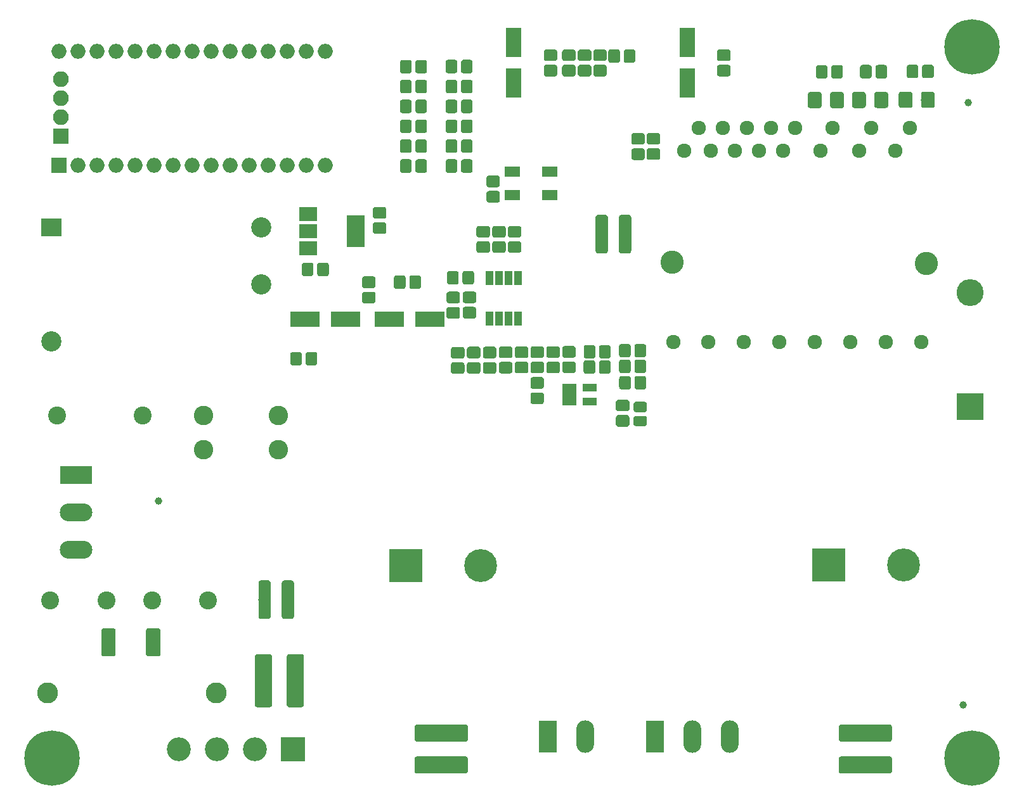
<source format=gbr>
G04 #@! TF.GenerationSoftware,KiCad,Pcbnew,(5.1.2)-2*
G04 #@! TF.CreationDate,2019-08-01T21:41:24-03:00*
G04 #@! TF.ProjectId,Frequency_Inverter,46726571-7565-46e6-9379-5f496e766572,rev?*
G04 #@! TF.SameCoordinates,Original*
G04 #@! TF.FileFunction,Soldermask,Top*
G04 #@! TF.FilePolarity,Negative*
%FSLAX46Y46*%
G04 Gerber Fmt 4.6, Leading zero omitted, Abs format (unit mm)*
G04 Created by KiCad (PCBNEW (5.1.2)-2) date 2019-08-01 21:41:24*
%MOMM*%
%LPD*%
G04 APERTURE LIST*
%ADD10R,2.000000X2.000000*%
%ADD11O,2.000000X2.000000*%
%ADD12O,2.100000X2.100000*%
%ADD13R,2.100000X2.100000*%
%ADD14C,1.000000*%
%ADD15C,3.100000*%
%ADD16C,2.700000*%
%ADD17R,2.700000X2.400000*%
%ADD18C,0.100000*%
%ADD19C,1.375000*%
%ADD20C,1.550000*%
%ADD21C,2.400000*%
%ADD22C,2.800000*%
%ADD23R,3.900000X2.000000*%
%ADD24C,2.275000*%
%ADD25C,1.825000*%
%ADD26R,4.400000X4.400000*%
%ADD27C,4.400000*%
%ADD28R,2.000000X3.900000*%
%ADD29C,3.200000*%
%ADD30R,3.200000X3.200000*%
%ADD31O,3.600000X3.600000*%
%ADD32R,3.600000X3.600000*%
%ADD33R,2.000000X1.400000*%
%ADD34C,2.600000*%
%ADD35O,4.360000X2.380000*%
%ADD36R,4.360000X2.380000*%
%ADD37R,2.380000X4.360000*%
%ADD38O,2.380000X4.360000*%
%ADD39C,1.925000*%
%ADD40C,1.625000*%
%ADD41R,2.400000X4.200000*%
%ADD42R,2.400000X1.900000*%
%ADD43C,1.924000*%
%ADD44R,1.000000X1.950000*%
%ADD45R,1.960000X1.050000*%
%ADD46C,1.200000*%
%ADD47C,7.400000*%
G04 APERTURE END LIST*
D10*
X81153000Y-65773300D03*
D11*
X114173000Y-50533300D03*
X83693000Y-65773300D03*
X111633000Y-50533300D03*
X86233000Y-65773300D03*
X109093000Y-50533300D03*
X88773000Y-65773300D03*
X106553000Y-50533300D03*
X91313000Y-65773300D03*
X104013000Y-50533300D03*
X93853000Y-65773300D03*
X101473000Y-50533300D03*
X96393000Y-65773300D03*
X98933000Y-50533300D03*
X98933000Y-65773300D03*
X96393000Y-50533300D03*
X101473000Y-65773300D03*
X93853000Y-50533300D03*
X104013000Y-65773300D03*
X91313000Y-50533300D03*
X106553000Y-65773300D03*
X88773000Y-50533300D03*
X109093000Y-65773300D03*
X86233000Y-50533300D03*
X111633000Y-65773300D03*
X83693000Y-50533300D03*
X114173000Y-65773300D03*
X81153000Y-50533300D03*
X116713000Y-65773300D03*
X116713000Y-50533300D03*
D12*
X81407000Y-54229000D03*
X81407000Y-56769000D03*
X81407000Y-59309000D03*
D13*
X81407000Y-61849000D03*
D14*
X201930000Y-137922000D03*
D15*
X196977000Y-78867000D03*
X163068000Y-78740000D03*
D16*
X108162400Y-74104500D03*
D17*
X80162400Y-74104500D03*
D16*
X80162400Y-89304500D03*
X108162400Y-81704500D03*
D18*
G36*
X159390743Y-99273555D02*
G01*
X159424112Y-99278505D01*
X159456835Y-99286702D01*
X159488597Y-99298066D01*
X159519093Y-99312490D01*
X159548027Y-99329832D01*
X159575123Y-99349928D01*
X159600118Y-99372582D01*
X159622772Y-99397577D01*
X159642868Y-99424673D01*
X159660210Y-99453607D01*
X159674634Y-99484103D01*
X159685998Y-99515865D01*
X159694195Y-99548588D01*
X159699145Y-99581957D01*
X159700800Y-99615650D01*
X159700800Y-100303150D01*
X159699145Y-100336843D01*
X159694195Y-100370212D01*
X159685998Y-100402935D01*
X159674634Y-100434697D01*
X159660210Y-100465193D01*
X159642868Y-100494127D01*
X159622772Y-100521223D01*
X159600118Y-100546218D01*
X159575123Y-100568872D01*
X159548027Y-100588968D01*
X159519093Y-100606310D01*
X159488597Y-100620734D01*
X159456835Y-100632098D01*
X159424112Y-100640295D01*
X159390743Y-100645245D01*
X159357050Y-100646900D01*
X158244550Y-100646900D01*
X158210857Y-100645245D01*
X158177488Y-100640295D01*
X158144765Y-100632098D01*
X158113003Y-100620734D01*
X158082507Y-100606310D01*
X158053573Y-100588968D01*
X158026477Y-100568872D01*
X158001482Y-100546218D01*
X157978828Y-100521223D01*
X157958732Y-100494127D01*
X157941390Y-100465193D01*
X157926966Y-100434697D01*
X157915602Y-100402935D01*
X157907405Y-100370212D01*
X157902455Y-100336843D01*
X157900800Y-100303150D01*
X157900800Y-99615650D01*
X157902455Y-99581957D01*
X157907405Y-99548588D01*
X157915602Y-99515865D01*
X157926966Y-99484103D01*
X157941390Y-99453607D01*
X157958732Y-99424673D01*
X157978828Y-99397577D01*
X158001482Y-99372582D01*
X158026477Y-99349928D01*
X158053573Y-99329832D01*
X158082507Y-99312490D01*
X158113003Y-99298066D01*
X158144765Y-99286702D01*
X158177488Y-99278505D01*
X158210857Y-99273555D01*
X158244550Y-99271900D01*
X159357050Y-99271900D01*
X159390743Y-99273555D01*
X159390743Y-99273555D01*
G37*
D19*
X158800800Y-99959400D03*
D18*
G36*
X159390743Y-97398555D02*
G01*
X159424112Y-97403505D01*
X159456835Y-97411702D01*
X159488597Y-97423066D01*
X159519093Y-97437490D01*
X159548027Y-97454832D01*
X159575123Y-97474928D01*
X159600118Y-97497582D01*
X159622772Y-97522577D01*
X159642868Y-97549673D01*
X159660210Y-97578607D01*
X159674634Y-97609103D01*
X159685998Y-97640865D01*
X159694195Y-97673588D01*
X159699145Y-97706957D01*
X159700800Y-97740650D01*
X159700800Y-98428150D01*
X159699145Y-98461843D01*
X159694195Y-98495212D01*
X159685998Y-98527935D01*
X159674634Y-98559697D01*
X159660210Y-98590193D01*
X159642868Y-98619127D01*
X159622772Y-98646223D01*
X159600118Y-98671218D01*
X159575123Y-98693872D01*
X159548027Y-98713968D01*
X159519093Y-98731310D01*
X159488597Y-98745734D01*
X159456835Y-98757098D01*
X159424112Y-98765295D01*
X159390743Y-98770245D01*
X159357050Y-98771900D01*
X158244550Y-98771900D01*
X158210857Y-98770245D01*
X158177488Y-98765295D01*
X158144765Y-98757098D01*
X158113003Y-98745734D01*
X158082507Y-98731310D01*
X158053573Y-98713968D01*
X158026477Y-98693872D01*
X158001482Y-98671218D01*
X157978828Y-98646223D01*
X157958732Y-98619127D01*
X157941390Y-98590193D01*
X157926966Y-98559697D01*
X157915602Y-98527935D01*
X157907405Y-98495212D01*
X157902455Y-98461843D01*
X157900800Y-98428150D01*
X157900800Y-97740650D01*
X157902455Y-97706957D01*
X157907405Y-97673588D01*
X157915602Y-97640865D01*
X157926966Y-97609103D01*
X157941390Y-97578607D01*
X157958732Y-97549673D01*
X157978828Y-97522577D01*
X158001482Y-97497582D01*
X158026477Y-97474928D01*
X158053573Y-97454832D01*
X158082507Y-97437490D01*
X158113003Y-97423066D01*
X158144765Y-97411702D01*
X158177488Y-97403505D01*
X158210857Y-97398555D01*
X158244550Y-97396900D01*
X159357050Y-97396900D01*
X159390743Y-97398555D01*
X159390743Y-97398555D01*
G37*
D19*
X158800800Y-98084400D03*
D18*
G36*
X152493771Y-89805023D02*
G01*
X152526481Y-89809875D01*
X152558557Y-89817909D01*
X152589691Y-89829049D01*
X152619584Y-89843187D01*
X152647947Y-89860187D01*
X152674507Y-89879885D01*
X152699008Y-89902092D01*
X152721215Y-89926593D01*
X152740913Y-89953153D01*
X152757913Y-89981516D01*
X152772051Y-90011409D01*
X152783191Y-90042543D01*
X152791225Y-90074619D01*
X152796077Y-90107329D01*
X152797700Y-90140356D01*
X152797700Y-91266444D01*
X152796077Y-91299471D01*
X152791225Y-91332181D01*
X152783191Y-91364257D01*
X152772051Y-91395391D01*
X152757913Y-91425284D01*
X152740913Y-91453647D01*
X152721215Y-91480207D01*
X152699008Y-91504708D01*
X152674507Y-91526915D01*
X152647947Y-91546613D01*
X152619584Y-91563613D01*
X152589691Y-91577751D01*
X152558557Y-91588891D01*
X152526481Y-91596925D01*
X152493771Y-91601777D01*
X152460744Y-91603400D01*
X151584656Y-91603400D01*
X151551629Y-91601777D01*
X151518919Y-91596925D01*
X151486843Y-91588891D01*
X151455709Y-91577751D01*
X151425816Y-91563613D01*
X151397453Y-91546613D01*
X151370893Y-91526915D01*
X151346392Y-91504708D01*
X151324185Y-91480207D01*
X151304487Y-91453647D01*
X151287487Y-91425284D01*
X151273349Y-91395391D01*
X151262209Y-91364257D01*
X151254175Y-91332181D01*
X151249323Y-91299471D01*
X151247700Y-91266444D01*
X151247700Y-90140356D01*
X151249323Y-90107329D01*
X151254175Y-90074619D01*
X151262209Y-90042543D01*
X151273349Y-90011409D01*
X151287487Y-89981516D01*
X151304487Y-89953153D01*
X151324185Y-89926593D01*
X151346392Y-89902092D01*
X151370893Y-89879885D01*
X151397453Y-89860187D01*
X151425816Y-89843187D01*
X151455709Y-89829049D01*
X151486843Y-89817909D01*
X151518919Y-89809875D01*
X151551629Y-89805023D01*
X151584656Y-89803400D01*
X152460744Y-89803400D01*
X152493771Y-89805023D01*
X152493771Y-89805023D01*
G37*
D20*
X152022700Y-90703400D03*
D18*
G36*
X154543771Y-89805023D02*
G01*
X154576481Y-89809875D01*
X154608557Y-89817909D01*
X154639691Y-89829049D01*
X154669584Y-89843187D01*
X154697947Y-89860187D01*
X154724507Y-89879885D01*
X154749008Y-89902092D01*
X154771215Y-89926593D01*
X154790913Y-89953153D01*
X154807913Y-89981516D01*
X154822051Y-90011409D01*
X154833191Y-90042543D01*
X154841225Y-90074619D01*
X154846077Y-90107329D01*
X154847700Y-90140356D01*
X154847700Y-91266444D01*
X154846077Y-91299471D01*
X154841225Y-91332181D01*
X154833191Y-91364257D01*
X154822051Y-91395391D01*
X154807913Y-91425284D01*
X154790913Y-91453647D01*
X154771215Y-91480207D01*
X154749008Y-91504708D01*
X154724507Y-91526915D01*
X154697947Y-91546613D01*
X154669584Y-91563613D01*
X154639691Y-91577751D01*
X154608557Y-91588891D01*
X154576481Y-91596925D01*
X154543771Y-91601777D01*
X154510744Y-91603400D01*
X153634656Y-91603400D01*
X153601629Y-91601777D01*
X153568919Y-91596925D01*
X153536843Y-91588891D01*
X153505709Y-91577751D01*
X153475816Y-91563613D01*
X153447453Y-91546613D01*
X153420893Y-91526915D01*
X153396392Y-91504708D01*
X153374185Y-91480207D01*
X153354487Y-91453647D01*
X153337487Y-91425284D01*
X153323349Y-91395391D01*
X153312209Y-91364257D01*
X153304175Y-91332181D01*
X153299323Y-91299471D01*
X153297700Y-91266444D01*
X153297700Y-90140356D01*
X153299323Y-90107329D01*
X153304175Y-90074619D01*
X153312209Y-90042543D01*
X153323349Y-90011409D01*
X153337487Y-89981516D01*
X153354487Y-89953153D01*
X153374185Y-89926593D01*
X153396392Y-89902092D01*
X153420893Y-89879885D01*
X153447453Y-89860187D01*
X153475816Y-89843187D01*
X153505709Y-89829049D01*
X153536843Y-89817909D01*
X153568919Y-89809875D01*
X153601629Y-89805023D01*
X153634656Y-89803400D01*
X154510744Y-89803400D01*
X154543771Y-89805023D01*
X154543771Y-89805023D01*
G37*
D20*
X154072700Y-90703400D03*
D18*
G36*
X134428671Y-84723023D02*
G01*
X134461381Y-84727875D01*
X134493457Y-84735909D01*
X134524591Y-84747049D01*
X134554484Y-84761187D01*
X134582847Y-84778187D01*
X134609407Y-84797885D01*
X134633908Y-84820092D01*
X134656115Y-84844593D01*
X134675813Y-84871153D01*
X134692813Y-84899516D01*
X134706951Y-84929409D01*
X134718091Y-84960543D01*
X134726125Y-84992619D01*
X134730977Y-85025329D01*
X134732600Y-85058356D01*
X134732600Y-85934444D01*
X134730977Y-85967471D01*
X134726125Y-86000181D01*
X134718091Y-86032257D01*
X134706951Y-86063391D01*
X134692813Y-86093284D01*
X134675813Y-86121647D01*
X134656115Y-86148207D01*
X134633908Y-86172708D01*
X134609407Y-86194915D01*
X134582847Y-86214613D01*
X134554484Y-86231613D01*
X134524591Y-86245751D01*
X134493457Y-86256891D01*
X134461381Y-86264925D01*
X134428671Y-86269777D01*
X134395644Y-86271400D01*
X133269556Y-86271400D01*
X133236529Y-86269777D01*
X133203819Y-86264925D01*
X133171743Y-86256891D01*
X133140609Y-86245751D01*
X133110716Y-86231613D01*
X133082353Y-86214613D01*
X133055793Y-86194915D01*
X133031292Y-86172708D01*
X133009085Y-86148207D01*
X132989387Y-86121647D01*
X132972387Y-86093284D01*
X132958249Y-86063391D01*
X132947109Y-86032257D01*
X132939075Y-86000181D01*
X132934223Y-85967471D01*
X132932600Y-85934444D01*
X132932600Y-85058356D01*
X132934223Y-85025329D01*
X132939075Y-84992619D01*
X132947109Y-84960543D01*
X132958249Y-84929409D01*
X132972387Y-84899516D01*
X132989387Y-84871153D01*
X133009085Y-84844593D01*
X133031292Y-84820092D01*
X133055793Y-84797885D01*
X133082353Y-84778187D01*
X133110716Y-84761187D01*
X133140609Y-84747049D01*
X133171743Y-84735909D01*
X133203819Y-84727875D01*
X133236529Y-84723023D01*
X133269556Y-84721400D01*
X134395644Y-84721400D01*
X134428671Y-84723023D01*
X134428671Y-84723023D01*
G37*
D20*
X133832600Y-85496400D03*
D18*
G36*
X134428671Y-82673023D02*
G01*
X134461381Y-82677875D01*
X134493457Y-82685909D01*
X134524591Y-82697049D01*
X134554484Y-82711187D01*
X134582847Y-82728187D01*
X134609407Y-82747885D01*
X134633908Y-82770092D01*
X134656115Y-82794593D01*
X134675813Y-82821153D01*
X134692813Y-82849516D01*
X134706951Y-82879409D01*
X134718091Y-82910543D01*
X134726125Y-82942619D01*
X134730977Y-82975329D01*
X134732600Y-83008356D01*
X134732600Y-83884444D01*
X134730977Y-83917471D01*
X134726125Y-83950181D01*
X134718091Y-83982257D01*
X134706951Y-84013391D01*
X134692813Y-84043284D01*
X134675813Y-84071647D01*
X134656115Y-84098207D01*
X134633908Y-84122708D01*
X134609407Y-84144915D01*
X134582847Y-84164613D01*
X134554484Y-84181613D01*
X134524591Y-84195751D01*
X134493457Y-84206891D01*
X134461381Y-84214925D01*
X134428671Y-84219777D01*
X134395644Y-84221400D01*
X133269556Y-84221400D01*
X133236529Y-84219777D01*
X133203819Y-84214925D01*
X133171743Y-84206891D01*
X133140609Y-84195751D01*
X133110716Y-84181613D01*
X133082353Y-84164613D01*
X133055793Y-84144915D01*
X133031292Y-84122708D01*
X133009085Y-84098207D01*
X132989387Y-84071647D01*
X132972387Y-84043284D01*
X132958249Y-84013391D01*
X132947109Y-83982257D01*
X132939075Y-83950181D01*
X132934223Y-83917471D01*
X132932600Y-83884444D01*
X132932600Y-83008356D01*
X132934223Y-82975329D01*
X132939075Y-82942619D01*
X132947109Y-82910543D01*
X132958249Y-82879409D01*
X132972387Y-82849516D01*
X132989387Y-82821153D01*
X133009085Y-82794593D01*
X133031292Y-82770092D01*
X133055793Y-82747885D01*
X133082353Y-82728187D01*
X133110716Y-82711187D01*
X133140609Y-82697049D01*
X133171743Y-82685909D01*
X133203819Y-82677875D01*
X133236529Y-82673023D01*
X133269556Y-82671400D01*
X134395644Y-82671400D01*
X134428671Y-82673023D01*
X134428671Y-82673023D01*
G37*
D20*
X133832600Y-83446400D03*
D21*
X101117400Y-123952000D03*
X93617400Y-123952000D03*
D22*
X102158800Y-136309100D03*
X79658800Y-136309100D03*
D18*
G36*
X113314271Y-90732123D02*
G01*
X113346981Y-90736975D01*
X113379057Y-90745009D01*
X113410191Y-90756149D01*
X113440084Y-90770287D01*
X113468447Y-90787287D01*
X113495007Y-90806985D01*
X113519508Y-90829192D01*
X113541715Y-90853693D01*
X113561413Y-90880253D01*
X113578413Y-90908616D01*
X113592551Y-90938509D01*
X113603691Y-90969643D01*
X113611725Y-91001719D01*
X113616577Y-91034429D01*
X113618200Y-91067456D01*
X113618200Y-92193544D01*
X113616577Y-92226571D01*
X113611725Y-92259281D01*
X113603691Y-92291357D01*
X113592551Y-92322491D01*
X113578413Y-92352384D01*
X113561413Y-92380747D01*
X113541715Y-92407307D01*
X113519508Y-92431808D01*
X113495007Y-92454015D01*
X113468447Y-92473713D01*
X113440084Y-92490713D01*
X113410191Y-92504851D01*
X113379057Y-92515991D01*
X113346981Y-92524025D01*
X113314271Y-92528877D01*
X113281244Y-92530500D01*
X112405156Y-92530500D01*
X112372129Y-92528877D01*
X112339419Y-92524025D01*
X112307343Y-92515991D01*
X112276209Y-92504851D01*
X112246316Y-92490713D01*
X112217953Y-92473713D01*
X112191393Y-92454015D01*
X112166892Y-92431808D01*
X112144685Y-92407307D01*
X112124987Y-92380747D01*
X112107987Y-92352384D01*
X112093849Y-92322491D01*
X112082709Y-92291357D01*
X112074675Y-92259281D01*
X112069823Y-92226571D01*
X112068200Y-92193544D01*
X112068200Y-91067456D01*
X112069823Y-91034429D01*
X112074675Y-91001719D01*
X112082709Y-90969643D01*
X112093849Y-90938509D01*
X112107987Y-90908616D01*
X112124987Y-90880253D01*
X112144685Y-90853693D01*
X112166892Y-90829192D01*
X112191393Y-90806985D01*
X112217953Y-90787287D01*
X112246316Y-90770287D01*
X112276209Y-90756149D01*
X112307343Y-90745009D01*
X112339419Y-90736975D01*
X112372129Y-90732123D01*
X112405156Y-90730500D01*
X113281244Y-90730500D01*
X113314271Y-90732123D01*
X113314271Y-90732123D01*
G37*
D20*
X112843200Y-91630500D03*
D18*
G36*
X115364271Y-90732123D02*
G01*
X115396981Y-90736975D01*
X115429057Y-90745009D01*
X115460191Y-90756149D01*
X115490084Y-90770287D01*
X115518447Y-90787287D01*
X115545007Y-90806985D01*
X115569508Y-90829192D01*
X115591715Y-90853693D01*
X115611413Y-90880253D01*
X115628413Y-90908616D01*
X115642551Y-90938509D01*
X115653691Y-90969643D01*
X115661725Y-91001719D01*
X115666577Y-91034429D01*
X115668200Y-91067456D01*
X115668200Y-92193544D01*
X115666577Y-92226571D01*
X115661725Y-92259281D01*
X115653691Y-92291357D01*
X115642551Y-92322491D01*
X115628413Y-92352384D01*
X115611413Y-92380747D01*
X115591715Y-92407307D01*
X115569508Y-92431808D01*
X115545007Y-92454015D01*
X115518447Y-92473713D01*
X115490084Y-92490713D01*
X115460191Y-92504851D01*
X115429057Y-92515991D01*
X115396981Y-92524025D01*
X115364271Y-92528877D01*
X115331244Y-92530500D01*
X114455156Y-92530500D01*
X114422129Y-92528877D01*
X114389419Y-92524025D01*
X114357343Y-92515991D01*
X114326209Y-92504851D01*
X114296316Y-92490713D01*
X114267953Y-92473713D01*
X114241393Y-92454015D01*
X114216892Y-92431808D01*
X114194685Y-92407307D01*
X114174987Y-92380747D01*
X114157987Y-92352384D01*
X114143849Y-92322491D01*
X114132709Y-92291357D01*
X114124675Y-92259281D01*
X114119823Y-92226571D01*
X114118200Y-92193544D01*
X114118200Y-91067456D01*
X114119823Y-91034429D01*
X114124675Y-91001719D01*
X114132709Y-90969643D01*
X114143849Y-90938509D01*
X114157987Y-90908616D01*
X114174987Y-90880253D01*
X114194685Y-90853693D01*
X114216892Y-90829192D01*
X114241393Y-90806985D01*
X114267953Y-90787287D01*
X114296316Y-90770287D01*
X114326209Y-90756149D01*
X114357343Y-90745009D01*
X114389419Y-90736975D01*
X114422129Y-90732123D01*
X114455156Y-90730500D01*
X115331244Y-90730500D01*
X115364271Y-90732123D01*
X115364271Y-90732123D01*
G37*
D20*
X114893200Y-91630500D03*
D23*
X119413000Y-86347300D03*
X114013000Y-86347300D03*
D18*
G36*
X116913671Y-78794123D02*
G01*
X116946381Y-78798975D01*
X116978457Y-78807009D01*
X117009591Y-78818149D01*
X117039484Y-78832287D01*
X117067847Y-78849287D01*
X117094407Y-78868985D01*
X117118908Y-78891192D01*
X117141115Y-78915693D01*
X117160813Y-78942253D01*
X117177813Y-78970616D01*
X117191951Y-79000509D01*
X117203091Y-79031643D01*
X117211125Y-79063719D01*
X117215977Y-79096429D01*
X117217600Y-79129456D01*
X117217600Y-80255544D01*
X117215977Y-80288571D01*
X117211125Y-80321281D01*
X117203091Y-80353357D01*
X117191951Y-80384491D01*
X117177813Y-80414384D01*
X117160813Y-80442747D01*
X117141115Y-80469307D01*
X117118908Y-80493808D01*
X117094407Y-80516015D01*
X117067847Y-80535713D01*
X117039484Y-80552713D01*
X117009591Y-80566851D01*
X116978457Y-80577991D01*
X116946381Y-80586025D01*
X116913671Y-80590877D01*
X116880644Y-80592500D01*
X116004556Y-80592500D01*
X115971529Y-80590877D01*
X115938819Y-80586025D01*
X115906743Y-80577991D01*
X115875609Y-80566851D01*
X115845716Y-80552713D01*
X115817353Y-80535713D01*
X115790793Y-80516015D01*
X115766292Y-80493808D01*
X115744085Y-80469307D01*
X115724387Y-80442747D01*
X115707387Y-80414384D01*
X115693249Y-80384491D01*
X115682109Y-80353357D01*
X115674075Y-80321281D01*
X115669223Y-80288571D01*
X115667600Y-80255544D01*
X115667600Y-79129456D01*
X115669223Y-79096429D01*
X115674075Y-79063719D01*
X115682109Y-79031643D01*
X115693249Y-79000509D01*
X115707387Y-78970616D01*
X115724387Y-78942253D01*
X115744085Y-78915693D01*
X115766292Y-78891192D01*
X115790793Y-78868985D01*
X115817353Y-78849287D01*
X115845716Y-78832287D01*
X115875609Y-78818149D01*
X115906743Y-78807009D01*
X115938819Y-78798975D01*
X115971529Y-78794123D01*
X116004556Y-78792500D01*
X116880644Y-78792500D01*
X116913671Y-78794123D01*
X116913671Y-78794123D01*
G37*
D20*
X116442600Y-79692500D03*
D18*
G36*
X114863671Y-78794123D02*
G01*
X114896381Y-78798975D01*
X114928457Y-78807009D01*
X114959591Y-78818149D01*
X114989484Y-78832287D01*
X115017847Y-78849287D01*
X115044407Y-78868985D01*
X115068908Y-78891192D01*
X115091115Y-78915693D01*
X115110813Y-78942253D01*
X115127813Y-78970616D01*
X115141951Y-79000509D01*
X115153091Y-79031643D01*
X115161125Y-79063719D01*
X115165977Y-79096429D01*
X115167600Y-79129456D01*
X115167600Y-80255544D01*
X115165977Y-80288571D01*
X115161125Y-80321281D01*
X115153091Y-80353357D01*
X115141951Y-80384491D01*
X115127813Y-80414384D01*
X115110813Y-80442747D01*
X115091115Y-80469307D01*
X115068908Y-80493808D01*
X115044407Y-80516015D01*
X115017847Y-80535713D01*
X114989484Y-80552713D01*
X114959591Y-80566851D01*
X114928457Y-80577991D01*
X114896381Y-80586025D01*
X114863671Y-80590877D01*
X114830644Y-80592500D01*
X113954556Y-80592500D01*
X113921529Y-80590877D01*
X113888819Y-80586025D01*
X113856743Y-80577991D01*
X113825609Y-80566851D01*
X113795716Y-80552713D01*
X113767353Y-80535713D01*
X113740793Y-80516015D01*
X113716292Y-80493808D01*
X113694085Y-80469307D01*
X113674387Y-80442747D01*
X113657387Y-80414384D01*
X113643249Y-80384491D01*
X113632109Y-80353357D01*
X113624075Y-80321281D01*
X113619223Y-80288571D01*
X113617600Y-80255544D01*
X113617600Y-79129456D01*
X113619223Y-79096429D01*
X113624075Y-79063719D01*
X113632109Y-79031643D01*
X113643249Y-79000509D01*
X113657387Y-78970616D01*
X113674387Y-78942253D01*
X113694085Y-78915693D01*
X113716292Y-78891192D01*
X113740793Y-78868985D01*
X113767353Y-78849287D01*
X113795716Y-78832287D01*
X113825609Y-78818149D01*
X113856743Y-78807009D01*
X113888819Y-78798975D01*
X113921529Y-78794123D01*
X113954556Y-78792500D01*
X114830644Y-78792500D01*
X114863671Y-78794123D01*
X114863671Y-78794123D01*
G37*
D20*
X114392600Y-79692500D03*
D18*
G36*
X124598871Y-73403623D02*
G01*
X124631581Y-73408475D01*
X124663657Y-73416509D01*
X124694791Y-73427649D01*
X124724684Y-73441787D01*
X124753047Y-73458787D01*
X124779607Y-73478485D01*
X124804108Y-73500692D01*
X124826315Y-73525193D01*
X124846013Y-73551753D01*
X124863013Y-73580116D01*
X124877151Y-73610009D01*
X124888291Y-73641143D01*
X124896325Y-73673219D01*
X124901177Y-73705929D01*
X124902800Y-73738956D01*
X124902800Y-74615044D01*
X124901177Y-74648071D01*
X124896325Y-74680781D01*
X124888291Y-74712857D01*
X124877151Y-74743991D01*
X124863013Y-74773884D01*
X124846013Y-74802247D01*
X124826315Y-74828807D01*
X124804108Y-74853308D01*
X124779607Y-74875515D01*
X124753047Y-74895213D01*
X124724684Y-74912213D01*
X124694791Y-74926351D01*
X124663657Y-74937491D01*
X124631581Y-74945525D01*
X124598871Y-74950377D01*
X124565844Y-74952000D01*
X123439756Y-74952000D01*
X123406729Y-74950377D01*
X123374019Y-74945525D01*
X123341943Y-74937491D01*
X123310809Y-74926351D01*
X123280916Y-74912213D01*
X123252553Y-74895213D01*
X123225993Y-74875515D01*
X123201492Y-74853308D01*
X123179285Y-74828807D01*
X123159587Y-74802247D01*
X123142587Y-74773884D01*
X123128449Y-74743991D01*
X123117309Y-74712857D01*
X123109275Y-74680781D01*
X123104423Y-74648071D01*
X123102800Y-74615044D01*
X123102800Y-73738956D01*
X123104423Y-73705929D01*
X123109275Y-73673219D01*
X123117309Y-73641143D01*
X123128449Y-73610009D01*
X123142587Y-73580116D01*
X123159587Y-73551753D01*
X123179285Y-73525193D01*
X123201492Y-73500692D01*
X123225993Y-73478485D01*
X123252553Y-73458787D01*
X123280916Y-73441787D01*
X123310809Y-73427649D01*
X123341943Y-73416509D01*
X123374019Y-73408475D01*
X123406729Y-73403623D01*
X123439756Y-73402000D01*
X124565844Y-73402000D01*
X124598871Y-73403623D01*
X124598871Y-73403623D01*
G37*
D20*
X124002800Y-74177000D03*
D18*
G36*
X124598871Y-71353623D02*
G01*
X124631581Y-71358475D01*
X124663657Y-71366509D01*
X124694791Y-71377649D01*
X124724684Y-71391787D01*
X124753047Y-71408787D01*
X124779607Y-71428485D01*
X124804108Y-71450692D01*
X124826315Y-71475193D01*
X124846013Y-71501753D01*
X124863013Y-71530116D01*
X124877151Y-71560009D01*
X124888291Y-71591143D01*
X124896325Y-71623219D01*
X124901177Y-71655929D01*
X124902800Y-71688956D01*
X124902800Y-72565044D01*
X124901177Y-72598071D01*
X124896325Y-72630781D01*
X124888291Y-72662857D01*
X124877151Y-72693991D01*
X124863013Y-72723884D01*
X124846013Y-72752247D01*
X124826315Y-72778807D01*
X124804108Y-72803308D01*
X124779607Y-72825515D01*
X124753047Y-72845213D01*
X124724684Y-72862213D01*
X124694791Y-72876351D01*
X124663657Y-72887491D01*
X124631581Y-72895525D01*
X124598871Y-72900377D01*
X124565844Y-72902000D01*
X123439756Y-72902000D01*
X123406729Y-72900377D01*
X123374019Y-72895525D01*
X123341943Y-72887491D01*
X123310809Y-72876351D01*
X123280916Y-72862213D01*
X123252553Y-72845213D01*
X123225993Y-72825515D01*
X123201492Y-72803308D01*
X123179285Y-72778807D01*
X123159587Y-72752247D01*
X123142587Y-72723884D01*
X123128449Y-72693991D01*
X123117309Y-72662857D01*
X123109275Y-72630781D01*
X123104423Y-72598071D01*
X123102800Y-72565044D01*
X123102800Y-71688956D01*
X123104423Y-71655929D01*
X123109275Y-71623219D01*
X123117309Y-71591143D01*
X123128449Y-71560009D01*
X123142587Y-71530116D01*
X123159587Y-71501753D01*
X123179285Y-71475193D01*
X123201492Y-71450692D01*
X123225993Y-71428485D01*
X123252553Y-71408787D01*
X123280916Y-71391787D01*
X123310809Y-71377649D01*
X123341943Y-71366509D01*
X123374019Y-71358475D01*
X123406729Y-71353623D01*
X123439756Y-71352000D01*
X124565844Y-71352000D01*
X124598871Y-71353623D01*
X124598871Y-71353623D01*
G37*
D20*
X124002800Y-72127000D03*
D18*
G36*
X123151071Y-80637323D02*
G01*
X123183781Y-80642175D01*
X123215857Y-80650209D01*
X123246991Y-80661349D01*
X123276884Y-80675487D01*
X123305247Y-80692487D01*
X123331807Y-80712185D01*
X123356308Y-80734392D01*
X123378515Y-80758893D01*
X123398213Y-80785453D01*
X123415213Y-80813816D01*
X123429351Y-80843709D01*
X123440491Y-80874843D01*
X123448525Y-80906919D01*
X123453377Y-80939629D01*
X123455000Y-80972656D01*
X123455000Y-81848744D01*
X123453377Y-81881771D01*
X123448525Y-81914481D01*
X123440491Y-81946557D01*
X123429351Y-81977691D01*
X123415213Y-82007584D01*
X123398213Y-82035947D01*
X123378515Y-82062507D01*
X123356308Y-82087008D01*
X123331807Y-82109215D01*
X123305247Y-82128913D01*
X123276884Y-82145913D01*
X123246991Y-82160051D01*
X123215857Y-82171191D01*
X123183781Y-82179225D01*
X123151071Y-82184077D01*
X123118044Y-82185700D01*
X121991956Y-82185700D01*
X121958929Y-82184077D01*
X121926219Y-82179225D01*
X121894143Y-82171191D01*
X121863009Y-82160051D01*
X121833116Y-82145913D01*
X121804753Y-82128913D01*
X121778193Y-82109215D01*
X121753692Y-82087008D01*
X121731485Y-82062507D01*
X121711787Y-82035947D01*
X121694787Y-82007584D01*
X121680649Y-81977691D01*
X121669509Y-81946557D01*
X121661475Y-81914481D01*
X121656623Y-81881771D01*
X121655000Y-81848744D01*
X121655000Y-80972656D01*
X121656623Y-80939629D01*
X121661475Y-80906919D01*
X121669509Y-80874843D01*
X121680649Y-80843709D01*
X121694787Y-80813816D01*
X121711787Y-80785453D01*
X121731485Y-80758893D01*
X121753692Y-80734392D01*
X121778193Y-80712185D01*
X121804753Y-80692487D01*
X121833116Y-80675487D01*
X121863009Y-80661349D01*
X121894143Y-80650209D01*
X121926219Y-80642175D01*
X121958929Y-80637323D01*
X121991956Y-80635700D01*
X123118044Y-80635700D01*
X123151071Y-80637323D01*
X123151071Y-80637323D01*
G37*
D20*
X122555000Y-81410700D03*
D18*
G36*
X123151071Y-82687323D02*
G01*
X123183781Y-82692175D01*
X123215857Y-82700209D01*
X123246991Y-82711349D01*
X123276884Y-82725487D01*
X123305247Y-82742487D01*
X123331807Y-82762185D01*
X123356308Y-82784392D01*
X123378515Y-82808893D01*
X123398213Y-82835453D01*
X123415213Y-82863816D01*
X123429351Y-82893709D01*
X123440491Y-82924843D01*
X123448525Y-82956919D01*
X123453377Y-82989629D01*
X123455000Y-83022656D01*
X123455000Y-83898744D01*
X123453377Y-83931771D01*
X123448525Y-83964481D01*
X123440491Y-83996557D01*
X123429351Y-84027691D01*
X123415213Y-84057584D01*
X123398213Y-84085947D01*
X123378515Y-84112507D01*
X123356308Y-84137008D01*
X123331807Y-84159215D01*
X123305247Y-84178913D01*
X123276884Y-84195913D01*
X123246991Y-84210051D01*
X123215857Y-84221191D01*
X123183781Y-84229225D01*
X123151071Y-84234077D01*
X123118044Y-84235700D01*
X121991956Y-84235700D01*
X121958929Y-84234077D01*
X121926219Y-84229225D01*
X121894143Y-84221191D01*
X121863009Y-84210051D01*
X121833116Y-84195913D01*
X121804753Y-84178913D01*
X121778193Y-84159215D01*
X121753692Y-84137008D01*
X121731485Y-84112507D01*
X121711787Y-84085947D01*
X121694787Y-84057584D01*
X121680649Y-84027691D01*
X121669509Y-83996557D01*
X121661475Y-83964481D01*
X121656623Y-83931771D01*
X121655000Y-83898744D01*
X121655000Y-83022656D01*
X121656623Y-82989629D01*
X121661475Y-82956919D01*
X121669509Y-82924843D01*
X121680649Y-82893709D01*
X121694787Y-82863816D01*
X121711787Y-82835453D01*
X121731485Y-82808893D01*
X121753692Y-82784392D01*
X121778193Y-82762185D01*
X121804753Y-82742487D01*
X121833116Y-82725487D01*
X121863009Y-82711349D01*
X121894143Y-82700209D01*
X121926219Y-82692175D01*
X121958929Y-82687323D01*
X121991956Y-82685700D01*
X123118044Y-82685700D01*
X123151071Y-82687323D01*
X123151071Y-82687323D01*
G37*
D20*
X122555000Y-83460700D03*
D23*
X130690600Y-86321900D03*
X125290600Y-86321900D03*
D21*
X80028400Y-123952000D03*
X87528400Y-123952000D03*
D18*
G36*
X109343400Y-131122261D02*
G01*
X109372845Y-131126628D01*
X109401721Y-131133861D01*
X109429748Y-131143890D01*
X109456658Y-131156617D01*
X109482190Y-131171921D01*
X109506100Y-131189653D01*
X109528156Y-131209644D01*
X109548147Y-131231700D01*
X109565879Y-131255610D01*
X109581183Y-131281142D01*
X109593910Y-131308052D01*
X109603939Y-131336079D01*
X109611172Y-131364955D01*
X109615539Y-131394400D01*
X109617000Y-131424132D01*
X109617000Y-137917468D01*
X109615539Y-137947200D01*
X109611172Y-137976645D01*
X109603939Y-138005521D01*
X109593910Y-138033548D01*
X109581183Y-138060458D01*
X109565879Y-138085990D01*
X109548147Y-138109900D01*
X109528156Y-138131956D01*
X109506100Y-138151947D01*
X109482190Y-138169679D01*
X109456658Y-138184983D01*
X109429748Y-138197710D01*
X109401721Y-138207739D01*
X109372845Y-138214972D01*
X109343400Y-138219339D01*
X109313668Y-138220800D01*
X107645332Y-138220800D01*
X107615600Y-138219339D01*
X107586155Y-138214972D01*
X107557279Y-138207739D01*
X107529252Y-138197710D01*
X107502342Y-138184983D01*
X107476810Y-138169679D01*
X107452900Y-138151947D01*
X107430844Y-138131956D01*
X107410853Y-138109900D01*
X107393121Y-138085990D01*
X107377817Y-138060458D01*
X107365090Y-138033548D01*
X107355061Y-138005521D01*
X107347828Y-137976645D01*
X107343461Y-137947200D01*
X107342000Y-137917468D01*
X107342000Y-131424132D01*
X107343461Y-131394400D01*
X107347828Y-131364955D01*
X107355061Y-131336079D01*
X107365090Y-131308052D01*
X107377817Y-131281142D01*
X107393121Y-131255610D01*
X107410853Y-131231700D01*
X107430844Y-131209644D01*
X107452900Y-131189653D01*
X107476810Y-131171921D01*
X107502342Y-131156617D01*
X107529252Y-131143890D01*
X107557279Y-131133861D01*
X107586155Y-131126628D01*
X107615600Y-131122261D01*
X107645332Y-131120800D01*
X109313668Y-131120800D01*
X109343400Y-131122261D01*
X109343400Y-131122261D01*
G37*
D24*
X108479500Y-134670800D03*
D18*
G36*
X113618400Y-131122261D02*
G01*
X113647845Y-131126628D01*
X113676721Y-131133861D01*
X113704748Y-131143890D01*
X113731658Y-131156617D01*
X113757190Y-131171921D01*
X113781100Y-131189653D01*
X113803156Y-131209644D01*
X113823147Y-131231700D01*
X113840879Y-131255610D01*
X113856183Y-131281142D01*
X113868910Y-131308052D01*
X113878939Y-131336079D01*
X113886172Y-131364955D01*
X113890539Y-131394400D01*
X113892000Y-131424132D01*
X113892000Y-137917468D01*
X113890539Y-137947200D01*
X113886172Y-137976645D01*
X113878939Y-138005521D01*
X113868910Y-138033548D01*
X113856183Y-138060458D01*
X113840879Y-138085990D01*
X113823147Y-138109900D01*
X113803156Y-138131956D01*
X113781100Y-138151947D01*
X113757190Y-138169679D01*
X113731658Y-138184983D01*
X113704748Y-138197710D01*
X113676721Y-138207739D01*
X113647845Y-138214972D01*
X113618400Y-138219339D01*
X113588668Y-138220800D01*
X111920332Y-138220800D01*
X111890600Y-138219339D01*
X111861155Y-138214972D01*
X111832279Y-138207739D01*
X111804252Y-138197710D01*
X111777342Y-138184983D01*
X111751810Y-138169679D01*
X111727900Y-138151947D01*
X111705844Y-138131956D01*
X111685853Y-138109900D01*
X111668121Y-138085990D01*
X111652817Y-138060458D01*
X111640090Y-138033548D01*
X111630061Y-138005521D01*
X111622828Y-137976645D01*
X111618461Y-137947200D01*
X111617000Y-137917468D01*
X111617000Y-131424132D01*
X111618461Y-131394400D01*
X111622828Y-131364955D01*
X111630061Y-131336079D01*
X111640090Y-131308052D01*
X111652817Y-131281142D01*
X111668121Y-131255610D01*
X111685853Y-131231700D01*
X111705844Y-131209644D01*
X111727900Y-131189653D01*
X111751810Y-131171921D01*
X111777342Y-131156617D01*
X111804252Y-131143890D01*
X111832279Y-131133861D01*
X111861155Y-131126628D01*
X111890600Y-131122261D01*
X111920332Y-131120800D01*
X113588668Y-131120800D01*
X113618400Y-131122261D01*
X113618400Y-131122261D01*
G37*
D24*
X112754500Y-134670800D03*
D18*
G36*
X185557171Y-52378123D02*
G01*
X185589881Y-52382975D01*
X185621957Y-52391009D01*
X185653091Y-52402149D01*
X185682984Y-52416287D01*
X185711347Y-52433287D01*
X185737907Y-52452985D01*
X185762408Y-52475192D01*
X185784615Y-52499693D01*
X185804313Y-52526253D01*
X185821313Y-52554616D01*
X185835451Y-52584509D01*
X185846591Y-52615643D01*
X185854625Y-52647719D01*
X185859477Y-52680429D01*
X185861100Y-52713456D01*
X185861100Y-53839544D01*
X185859477Y-53872571D01*
X185854625Y-53905281D01*
X185846591Y-53937357D01*
X185835451Y-53968491D01*
X185821313Y-53998384D01*
X185804313Y-54026747D01*
X185784615Y-54053307D01*
X185762408Y-54077808D01*
X185737907Y-54100015D01*
X185711347Y-54119713D01*
X185682984Y-54136713D01*
X185653091Y-54150851D01*
X185621957Y-54161991D01*
X185589881Y-54170025D01*
X185557171Y-54174877D01*
X185524144Y-54176500D01*
X184648056Y-54176500D01*
X184615029Y-54174877D01*
X184582319Y-54170025D01*
X184550243Y-54161991D01*
X184519109Y-54150851D01*
X184489216Y-54136713D01*
X184460853Y-54119713D01*
X184434293Y-54100015D01*
X184409792Y-54077808D01*
X184387585Y-54053307D01*
X184367887Y-54026747D01*
X184350887Y-53998384D01*
X184336749Y-53968491D01*
X184325609Y-53937357D01*
X184317575Y-53905281D01*
X184312723Y-53872571D01*
X184311100Y-53839544D01*
X184311100Y-52713456D01*
X184312723Y-52680429D01*
X184317575Y-52647719D01*
X184325609Y-52615643D01*
X184336749Y-52584509D01*
X184350887Y-52554616D01*
X184367887Y-52526253D01*
X184387585Y-52499693D01*
X184409792Y-52475192D01*
X184434293Y-52452985D01*
X184460853Y-52433287D01*
X184489216Y-52416287D01*
X184519109Y-52402149D01*
X184550243Y-52391009D01*
X184582319Y-52382975D01*
X184615029Y-52378123D01*
X184648056Y-52376500D01*
X185524144Y-52376500D01*
X185557171Y-52378123D01*
X185557171Y-52378123D01*
G37*
D20*
X185086100Y-53276500D03*
D18*
G36*
X183507171Y-52378123D02*
G01*
X183539881Y-52382975D01*
X183571957Y-52391009D01*
X183603091Y-52402149D01*
X183632984Y-52416287D01*
X183661347Y-52433287D01*
X183687907Y-52452985D01*
X183712408Y-52475192D01*
X183734615Y-52499693D01*
X183754313Y-52526253D01*
X183771313Y-52554616D01*
X183785451Y-52584509D01*
X183796591Y-52615643D01*
X183804625Y-52647719D01*
X183809477Y-52680429D01*
X183811100Y-52713456D01*
X183811100Y-53839544D01*
X183809477Y-53872571D01*
X183804625Y-53905281D01*
X183796591Y-53937357D01*
X183785451Y-53968491D01*
X183771313Y-53998384D01*
X183754313Y-54026747D01*
X183734615Y-54053307D01*
X183712408Y-54077808D01*
X183687907Y-54100015D01*
X183661347Y-54119713D01*
X183632984Y-54136713D01*
X183603091Y-54150851D01*
X183571957Y-54161991D01*
X183539881Y-54170025D01*
X183507171Y-54174877D01*
X183474144Y-54176500D01*
X182598056Y-54176500D01*
X182565029Y-54174877D01*
X182532319Y-54170025D01*
X182500243Y-54161991D01*
X182469109Y-54150851D01*
X182439216Y-54136713D01*
X182410853Y-54119713D01*
X182384293Y-54100015D01*
X182359792Y-54077808D01*
X182337585Y-54053307D01*
X182317887Y-54026747D01*
X182300887Y-53998384D01*
X182286749Y-53968491D01*
X182275609Y-53937357D01*
X182267575Y-53905281D01*
X182262723Y-53872571D01*
X182261100Y-53839544D01*
X182261100Y-52713456D01*
X182262723Y-52680429D01*
X182267575Y-52647719D01*
X182275609Y-52615643D01*
X182286749Y-52584509D01*
X182300887Y-52554616D01*
X182317887Y-52526253D01*
X182337585Y-52499693D01*
X182359792Y-52475192D01*
X182384293Y-52452985D01*
X182410853Y-52433287D01*
X182439216Y-52416287D01*
X182469109Y-52402149D01*
X182500243Y-52391009D01*
X182532319Y-52382975D01*
X182565029Y-52378123D01*
X182598056Y-52376500D01*
X183474144Y-52376500D01*
X183507171Y-52378123D01*
X183507171Y-52378123D01*
G37*
D20*
X183036100Y-53276500D03*
D18*
G36*
X189399971Y-52365423D02*
G01*
X189432681Y-52370275D01*
X189464757Y-52378309D01*
X189495891Y-52389449D01*
X189525784Y-52403587D01*
X189554147Y-52420587D01*
X189580707Y-52440285D01*
X189605208Y-52462492D01*
X189627415Y-52486993D01*
X189647113Y-52513553D01*
X189664113Y-52541916D01*
X189678251Y-52571809D01*
X189689391Y-52602943D01*
X189697425Y-52635019D01*
X189702277Y-52667729D01*
X189703900Y-52700756D01*
X189703900Y-53826844D01*
X189702277Y-53859871D01*
X189697425Y-53892581D01*
X189689391Y-53924657D01*
X189678251Y-53955791D01*
X189664113Y-53985684D01*
X189647113Y-54014047D01*
X189627415Y-54040607D01*
X189605208Y-54065108D01*
X189580707Y-54087315D01*
X189554147Y-54107013D01*
X189525784Y-54124013D01*
X189495891Y-54138151D01*
X189464757Y-54149291D01*
X189432681Y-54157325D01*
X189399971Y-54162177D01*
X189366944Y-54163800D01*
X188490856Y-54163800D01*
X188457829Y-54162177D01*
X188425119Y-54157325D01*
X188393043Y-54149291D01*
X188361909Y-54138151D01*
X188332016Y-54124013D01*
X188303653Y-54107013D01*
X188277093Y-54087315D01*
X188252592Y-54065108D01*
X188230385Y-54040607D01*
X188210687Y-54014047D01*
X188193687Y-53985684D01*
X188179549Y-53955791D01*
X188168409Y-53924657D01*
X188160375Y-53892581D01*
X188155523Y-53859871D01*
X188153900Y-53826844D01*
X188153900Y-52700756D01*
X188155523Y-52667729D01*
X188160375Y-52635019D01*
X188168409Y-52602943D01*
X188179549Y-52571809D01*
X188193687Y-52541916D01*
X188210687Y-52513553D01*
X188230385Y-52486993D01*
X188252592Y-52462492D01*
X188277093Y-52440285D01*
X188303653Y-52420587D01*
X188332016Y-52403587D01*
X188361909Y-52389449D01*
X188393043Y-52378309D01*
X188425119Y-52370275D01*
X188457829Y-52365423D01*
X188490856Y-52363800D01*
X189366944Y-52363800D01*
X189399971Y-52365423D01*
X189399971Y-52365423D01*
G37*
D20*
X188928900Y-53263800D03*
D18*
G36*
X191449971Y-52365423D02*
G01*
X191482681Y-52370275D01*
X191514757Y-52378309D01*
X191545891Y-52389449D01*
X191575784Y-52403587D01*
X191604147Y-52420587D01*
X191630707Y-52440285D01*
X191655208Y-52462492D01*
X191677415Y-52486993D01*
X191697113Y-52513553D01*
X191714113Y-52541916D01*
X191728251Y-52571809D01*
X191739391Y-52602943D01*
X191747425Y-52635019D01*
X191752277Y-52667729D01*
X191753900Y-52700756D01*
X191753900Y-53826844D01*
X191752277Y-53859871D01*
X191747425Y-53892581D01*
X191739391Y-53924657D01*
X191728251Y-53955791D01*
X191714113Y-53985684D01*
X191697113Y-54014047D01*
X191677415Y-54040607D01*
X191655208Y-54065108D01*
X191630707Y-54087315D01*
X191604147Y-54107013D01*
X191575784Y-54124013D01*
X191545891Y-54138151D01*
X191514757Y-54149291D01*
X191482681Y-54157325D01*
X191449971Y-54162177D01*
X191416944Y-54163800D01*
X190540856Y-54163800D01*
X190507829Y-54162177D01*
X190475119Y-54157325D01*
X190443043Y-54149291D01*
X190411909Y-54138151D01*
X190382016Y-54124013D01*
X190353653Y-54107013D01*
X190327093Y-54087315D01*
X190302592Y-54065108D01*
X190280385Y-54040607D01*
X190260687Y-54014047D01*
X190243687Y-53985684D01*
X190229549Y-53955791D01*
X190218409Y-53924657D01*
X190210375Y-53892581D01*
X190205523Y-53859871D01*
X190203900Y-53826844D01*
X190203900Y-52700756D01*
X190205523Y-52667729D01*
X190210375Y-52635019D01*
X190218409Y-52602943D01*
X190229549Y-52571809D01*
X190243687Y-52541916D01*
X190260687Y-52513553D01*
X190280385Y-52486993D01*
X190302592Y-52462492D01*
X190327093Y-52440285D01*
X190353653Y-52420587D01*
X190382016Y-52403587D01*
X190411909Y-52389449D01*
X190443043Y-52378309D01*
X190475119Y-52370275D01*
X190507829Y-52365423D01*
X190540856Y-52363800D01*
X191416944Y-52363800D01*
X191449971Y-52365423D01*
X191449971Y-52365423D01*
G37*
D20*
X190978900Y-53263800D03*
D18*
G36*
X195635671Y-52340023D02*
G01*
X195668381Y-52344875D01*
X195700457Y-52352909D01*
X195731591Y-52364049D01*
X195761484Y-52378187D01*
X195789847Y-52395187D01*
X195816407Y-52414885D01*
X195840908Y-52437092D01*
X195863115Y-52461593D01*
X195882813Y-52488153D01*
X195899813Y-52516516D01*
X195913951Y-52546409D01*
X195925091Y-52577543D01*
X195933125Y-52609619D01*
X195937977Y-52642329D01*
X195939600Y-52675356D01*
X195939600Y-53801444D01*
X195937977Y-53834471D01*
X195933125Y-53867181D01*
X195925091Y-53899257D01*
X195913951Y-53930391D01*
X195899813Y-53960284D01*
X195882813Y-53988647D01*
X195863115Y-54015207D01*
X195840908Y-54039708D01*
X195816407Y-54061915D01*
X195789847Y-54081613D01*
X195761484Y-54098613D01*
X195731591Y-54112751D01*
X195700457Y-54123891D01*
X195668381Y-54131925D01*
X195635671Y-54136777D01*
X195602644Y-54138400D01*
X194726556Y-54138400D01*
X194693529Y-54136777D01*
X194660819Y-54131925D01*
X194628743Y-54123891D01*
X194597609Y-54112751D01*
X194567716Y-54098613D01*
X194539353Y-54081613D01*
X194512793Y-54061915D01*
X194488292Y-54039708D01*
X194466085Y-54015207D01*
X194446387Y-53988647D01*
X194429387Y-53960284D01*
X194415249Y-53930391D01*
X194404109Y-53899257D01*
X194396075Y-53867181D01*
X194391223Y-53834471D01*
X194389600Y-53801444D01*
X194389600Y-52675356D01*
X194391223Y-52642329D01*
X194396075Y-52609619D01*
X194404109Y-52577543D01*
X194415249Y-52546409D01*
X194429387Y-52516516D01*
X194446387Y-52488153D01*
X194466085Y-52461593D01*
X194488292Y-52437092D01*
X194512793Y-52414885D01*
X194539353Y-52395187D01*
X194567716Y-52378187D01*
X194597609Y-52364049D01*
X194628743Y-52352909D01*
X194660819Y-52344875D01*
X194693529Y-52340023D01*
X194726556Y-52338400D01*
X195602644Y-52338400D01*
X195635671Y-52340023D01*
X195635671Y-52340023D01*
G37*
D20*
X195164600Y-53238400D03*
D18*
G36*
X197685671Y-52340023D02*
G01*
X197718381Y-52344875D01*
X197750457Y-52352909D01*
X197781591Y-52364049D01*
X197811484Y-52378187D01*
X197839847Y-52395187D01*
X197866407Y-52414885D01*
X197890908Y-52437092D01*
X197913115Y-52461593D01*
X197932813Y-52488153D01*
X197949813Y-52516516D01*
X197963951Y-52546409D01*
X197975091Y-52577543D01*
X197983125Y-52609619D01*
X197987977Y-52642329D01*
X197989600Y-52675356D01*
X197989600Y-53801444D01*
X197987977Y-53834471D01*
X197983125Y-53867181D01*
X197975091Y-53899257D01*
X197963951Y-53930391D01*
X197949813Y-53960284D01*
X197932813Y-53988647D01*
X197913115Y-54015207D01*
X197890908Y-54039708D01*
X197866407Y-54061915D01*
X197839847Y-54081613D01*
X197811484Y-54098613D01*
X197781591Y-54112751D01*
X197750457Y-54123891D01*
X197718381Y-54131925D01*
X197685671Y-54136777D01*
X197652644Y-54138400D01*
X196776556Y-54138400D01*
X196743529Y-54136777D01*
X196710819Y-54131925D01*
X196678743Y-54123891D01*
X196647609Y-54112751D01*
X196617716Y-54098613D01*
X196589353Y-54081613D01*
X196562793Y-54061915D01*
X196538292Y-54039708D01*
X196516085Y-54015207D01*
X196496387Y-53988647D01*
X196479387Y-53960284D01*
X196465249Y-53930391D01*
X196454109Y-53899257D01*
X196446075Y-53867181D01*
X196441223Y-53834471D01*
X196439600Y-53801444D01*
X196439600Y-52675356D01*
X196441223Y-52642329D01*
X196446075Y-52609619D01*
X196454109Y-52577543D01*
X196465249Y-52546409D01*
X196479387Y-52516516D01*
X196496387Y-52488153D01*
X196516085Y-52461593D01*
X196538292Y-52437092D01*
X196562793Y-52414885D01*
X196589353Y-52395187D01*
X196617716Y-52378187D01*
X196647609Y-52364049D01*
X196678743Y-52352909D01*
X196710819Y-52344875D01*
X196743529Y-52340023D01*
X196776556Y-52338400D01*
X197652644Y-52338400D01*
X197685671Y-52340023D01*
X197685671Y-52340023D01*
G37*
D20*
X197214600Y-53238400D03*
D18*
G36*
X182725807Y-55987642D02*
G01*
X182756887Y-55992252D01*
X182787366Y-55999887D01*
X182816950Y-56010472D01*
X182845354Y-56023906D01*
X182872304Y-56040059D01*
X182897542Y-56058777D01*
X182920823Y-56079877D01*
X182941923Y-56103158D01*
X182960641Y-56128396D01*
X182976794Y-56155346D01*
X182990228Y-56183750D01*
X183000813Y-56213334D01*
X183008448Y-56243813D01*
X183013058Y-56274893D01*
X183014600Y-56306276D01*
X183014600Y-57815924D01*
X183013058Y-57847307D01*
X183008448Y-57878387D01*
X183000813Y-57908866D01*
X182990228Y-57938450D01*
X182976794Y-57966854D01*
X182960641Y-57993804D01*
X182941923Y-58019042D01*
X182920823Y-58042323D01*
X182897542Y-58063423D01*
X182872304Y-58082141D01*
X182845354Y-58098294D01*
X182816950Y-58111728D01*
X182787366Y-58122313D01*
X182756887Y-58129948D01*
X182725807Y-58134558D01*
X182694424Y-58136100D01*
X181509776Y-58136100D01*
X181478393Y-58134558D01*
X181447313Y-58129948D01*
X181416834Y-58122313D01*
X181387250Y-58111728D01*
X181358846Y-58098294D01*
X181331896Y-58082141D01*
X181306658Y-58063423D01*
X181283377Y-58042323D01*
X181262277Y-58019042D01*
X181243559Y-57993804D01*
X181227406Y-57966854D01*
X181213972Y-57938450D01*
X181203387Y-57908866D01*
X181195752Y-57878387D01*
X181191142Y-57847307D01*
X181189600Y-57815924D01*
X181189600Y-56306276D01*
X181191142Y-56274893D01*
X181195752Y-56243813D01*
X181203387Y-56213334D01*
X181213972Y-56183750D01*
X181227406Y-56155346D01*
X181243559Y-56128396D01*
X181262277Y-56103158D01*
X181283377Y-56079877D01*
X181306658Y-56058777D01*
X181331896Y-56040059D01*
X181358846Y-56023906D01*
X181387250Y-56010472D01*
X181416834Y-55999887D01*
X181447313Y-55992252D01*
X181478393Y-55987642D01*
X181509776Y-55986100D01*
X182694424Y-55986100D01*
X182725807Y-55987642D01*
X182725807Y-55987642D01*
G37*
D25*
X182102100Y-57061100D03*
D18*
G36*
X185700807Y-55987642D02*
G01*
X185731887Y-55992252D01*
X185762366Y-55999887D01*
X185791950Y-56010472D01*
X185820354Y-56023906D01*
X185847304Y-56040059D01*
X185872542Y-56058777D01*
X185895823Y-56079877D01*
X185916923Y-56103158D01*
X185935641Y-56128396D01*
X185951794Y-56155346D01*
X185965228Y-56183750D01*
X185975813Y-56213334D01*
X185983448Y-56243813D01*
X185988058Y-56274893D01*
X185989600Y-56306276D01*
X185989600Y-57815924D01*
X185988058Y-57847307D01*
X185983448Y-57878387D01*
X185975813Y-57908866D01*
X185965228Y-57938450D01*
X185951794Y-57966854D01*
X185935641Y-57993804D01*
X185916923Y-58019042D01*
X185895823Y-58042323D01*
X185872542Y-58063423D01*
X185847304Y-58082141D01*
X185820354Y-58098294D01*
X185791950Y-58111728D01*
X185762366Y-58122313D01*
X185731887Y-58129948D01*
X185700807Y-58134558D01*
X185669424Y-58136100D01*
X184484776Y-58136100D01*
X184453393Y-58134558D01*
X184422313Y-58129948D01*
X184391834Y-58122313D01*
X184362250Y-58111728D01*
X184333846Y-58098294D01*
X184306896Y-58082141D01*
X184281658Y-58063423D01*
X184258377Y-58042323D01*
X184237277Y-58019042D01*
X184218559Y-57993804D01*
X184202406Y-57966854D01*
X184188972Y-57938450D01*
X184178387Y-57908866D01*
X184170752Y-57878387D01*
X184166142Y-57847307D01*
X184164600Y-57815924D01*
X184164600Y-56306276D01*
X184166142Y-56274893D01*
X184170752Y-56243813D01*
X184178387Y-56213334D01*
X184188972Y-56183750D01*
X184202406Y-56155346D01*
X184218559Y-56128396D01*
X184237277Y-56103158D01*
X184258377Y-56079877D01*
X184281658Y-56058777D01*
X184306896Y-56040059D01*
X184333846Y-56023906D01*
X184362250Y-56010472D01*
X184391834Y-55999887D01*
X184422313Y-55992252D01*
X184453393Y-55987642D01*
X184484776Y-55986100D01*
X185669424Y-55986100D01*
X185700807Y-55987642D01*
X185700807Y-55987642D01*
G37*
D25*
X185077100Y-57061100D03*
D18*
G36*
X188632907Y-55974942D02*
G01*
X188663987Y-55979552D01*
X188694466Y-55987187D01*
X188724050Y-55997772D01*
X188752454Y-56011206D01*
X188779404Y-56027359D01*
X188804642Y-56046077D01*
X188827923Y-56067177D01*
X188849023Y-56090458D01*
X188867741Y-56115696D01*
X188883894Y-56142646D01*
X188897328Y-56171050D01*
X188907913Y-56200634D01*
X188915548Y-56231113D01*
X188920158Y-56262193D01*
X188921700Y-56293576D01*
X188921700Y-57803224D01*
X188920158Y-57834607D01*
X188915548Y-57865687D01*
X188907913Y-57896166D01*
X188897328Y-57925750D01*
X188883894Y-57954154D01*
X188867741Y-57981104D01*
X188849023Y-58006342D01*
X188827923Y-58029623D01*
X188804642Y-58050723D01*
X188779404Y-58069441D01*
X188752454Y-58085594D01*
X188724050Y-58099028D01*
X188694466Y-58109613D01*
X188663987Y-58117248D01*
X188632907Y-58121858D01*
X188601524Y-58123400D01*
X187416876Y-58123400D01*
X187385493Y-58121858D01*
X187354413Y-58117248D01*
X187323934Y-58109613D01*
X187294350Y-58099028D01*
X187265946Y-58085594D01*
X187238996Y-58069441D01*
X187213758Y-58050723D01*
X187190477Y-58029623D01*
X187169377Y-58006342D01*
X187150659Y-57981104D01*
X187134506Y-57954154D01*
X187121072Y-57925750D01*
X187110487Y-57896166D01*
X187102852Y-57865687D01*
X187098242Y-57834607D01*
X187096700Y-57803224D01*
X187096700Y-56293576D01*
X187098242Y-56262193D01*
X187102852Y-56231113D01*
X187110487Y-56200634D01*
X187121072Y-56171050D01*
X187134506Y-56142646D01*
X187150659Y-56115696D01*
X187169377Y-56090458D01*
X187190477Y-56067177D01*
X187213758Y-56046077D01*
X187238996Y-56027359D01*
X187265946Y-56011206D01*
X187294350Y-55997772D01*
X187323934Y-55987187D01*
X187354413Y-55979552D01*
X187385493Y-55974942D01*
X187416876Y-55973400D01*
X188601524Y-55973400D01*
X188632907Y-55974942D01*
X188632907Y-55974942D01*
G37*
D25*
X188009200Y-57048400D03*
D18*
G36*
X191607907Y-55974942D02*
G01*
X191638987Y-55979552D01*
X191669466Y-55987187D01*
X191699050Y-55997772D01*
X191727454Y-56011206D01*
X191754404Y-56027359D01*
X191779642Y-56046077D01*
X191802923Y-56067177D01*
X191824023Y-56090458D01*
X191842741Y-56115696D01*
X191858894Y-56142646D01*
X191872328Y-56171050D01*
X191882913Y-56200634D01*
X191890548Y-56231113D01*
X191895158Y-56262193D01*
X191896700Y-56293576D01*
X191896700Y-57803224D01*
X191895158Y-57834607D01*
X191890548Y-57865687D01*
X191882913Y-57896166D01*
X191872328Y-57925750D01*
X191858894Y-57954154D01*
X191842741Y-57981104D01*
X191824023Y-58006342D01*
X191802923Y-58029623D01*
X191779642Y-58050723D01*
X191754404Y-58069441D01*
X191727454Y-58085594D01*
X191699050Y-58099028D01*
X191669466Y-58109613D01*
X191638987Y-58117248D01*
X191607907Y-58121858D01*
X191576524Y-58123400D01*
X190391876Y-58123400D01*
X190360493Y-58121858D01*
X190329413Y-58117248D01*
X190298934Y-58109613D01*
X190269350Y-58099028D01*
X190240946Y-58085594D01*
X190213996Y-58069441D01*
X190188758Y-58050723D01*
X190165477Y-58029623D01*
X190144377Y-58006342D01*
X190125659Y-57981104D01*
X190109506Y-57954154D01*
X190096072Y-57925750D01*
X190085487Y-57896166D01*
X190077852Y-57865687D01*
X190073242Y-57834607D01*
X190071700Y-57803224D01*
X190071700Y-56293576D01*
X190073242Y-56262193D01*
X190077852Y-56231113D01*
X190085487Y-56200634D01*
X190096072Y-56171050D01*
X190109506Y-56142646D01*
X190125659Y-56115696D01*
X190144377Y-56090458D01*
X190165477Y-56067177D01*
X190188758Y-56046077D01*
X190213996Y-56027359D01*
X190240946Y-56011206D01*
X190269350Y-55997772D01*
X190298934Y-55987187D01*
X190329413Y-55979552D01*
X190360493Y-55974942D01*
X190391876Y-55973400D01*
X191576524Y-55973400D01*
X191607907Y-55974942D01*
X191607907Y-55974942D01*
G37*
D25*
X190984200Y-57048400D03*
D18*
G36*
X197829307Y-55949542D02*
G01*
X197860387Y-55954152D01*
X197890866Y-55961787D01*
X197920450Y-55972372D01*
X197948854Y-55985806D01*
X197975804Y-56001959D01*
X198001042Y-56020677D01*
X198024323Y-56041777D01*
X198045423Y-56065058D01*
X198064141Y-56090296D01*
X198080294Y-56117246D01*
X198093728Y-56145650D01*
X198104313Y-56175234D01*
X198111948Y-56205713D01*
X198116558Y-56236793D01*
X198118100Y-56268176D01*
X198118100Y-57777824D01*
X198116558Y-57809207D01*
X198111948Y-57840287D01*
X198104313Y-57870766D01*
X198093728Y-57900350D01*
X198080294Y-57928754D01*
X198064141Y-57955704D01*
X198045423Y-57980942D01*
X198024323Y-58004223D01*
X198001042Y-58025323D01*
X197975804Y-58044041D01*
X197948854Y-58060194D01*
X197920450Y-58073628D01*
X197890866Y-58084213D01*
X197860387Y-58091848D01*
X197829307Y-58096458D01*
X197797924Y-58098000D01*
X196613276Y-58098000D01*
X196581893Y-58096458D01*
X196550813Y-58091848D01*
X196520334Y-58084213D01*
X196490750Y-58073628D01*
X196462346Y-58060194D01*
X196435396Y-58044041D01*
X196410158Y-58025323D01*
X196386877Y-58004223D01*
X196365777Y-57980942D01*
X196347059Y-57955704D01*
X196330906Y-57928754D01*
X196317472Y-57900350D01*
X196306887Y-57870766D01*
X196299252Y-57840287D01*
X196294642Y-57809207D01*
X196293100Y-57777824D01*
X196293100Y-56268176D01*
X196294642Y-56236793D01*
X196299252Y-56205713D01*
X196306887Y-56175234D01*
X196317472Y-56145650D01*
X196330906Y-56117246D01*
X196347059Y-56090296D01*
X196365777Y-56065058D01*
X196386877Y-56041777D01*
X196410158Y-56020677D01*
X196435396Y-56001959D01*
X196462346Y-55985806D01*
X196490750Y-55972372D01*
X196520334Y-55961787D01*
X196550813Y-55954152D01*
X196581893Y-55949542D01*
X196613276Y-55948000D01*
X197797924Y-55948000D01*
X197829307Y-55949542D01*
X197829307Y-55949542D01*
G37*
D25*
X197205600Y-57023000D03*
D18*
G36*
X194854307Y-55949542D02*
G01*
X194885387Y-55954152D01*
X194915866Y-55961787D01*
X194945450Y-55972372D01*
X194973854Y-55985806D01*
X195000804Y-56001959D01*
X195026042Y-56020677D01*
X195049323Y-56041777D01*
X195070423Y-56065058D01*
X195089141Y-56090296D01*
X195105294Y-56117246D01*
X195118728Y-56145650D01*
X195129313Y-56175234D01*
X195136948Y-56205713D01*
X195141558Y-56236793D01*
X195143100Y-56268176D01*
X195143100Y-57777824D01*
X195141558Y-57809207D01*
X195136948Y-57840287D01*
X195129313Y-57870766D01*
X195118728Y-57900350D01*
X195105294Y-57928754D01*
X195089141Y-57955704D01*
X195070423Y-57980942D01*
X195049323Y-58004223D01*
X195026042Y-58025323D01*
X195000804Y-58044041D01*
X194973854Y-58060194D01*
X194945450Y-58073628D01*
X194915866Y-58084213D01*
X194885387Y-58091848D01*
X194854307Y-58096458D01*
X194822924Y-58098000D01*
X193638276Y-58098000D01*
X193606893Y-58096458D01*
X193575813Y-58091848D01*
X193545334Y-58084213D01*
X193515750Y-58073628D01*
X193487346Y-58060194D01*
X193460396Y-58044041D01*
X193435158Y-58025323D01*
X193411877Y-58004223D01*
X193390777Y-57980942D01*
X193372059Y-57955704D01*
X193355906Y-57928754D01*
X193342472Y-57900350D01*
X193331887Y-57870766D01*
X193324252Y-57840287D01*
X193319642Y-57809207D01*
X193318100Y-57777824D01*
X193318100Y-56268176D01*
X193319642Y-56236793D01*
X193324252Y-56205713D01*
X193331887Y-56175234D01*
X193342472Y-56145650D01*
X193355906Y-56117246D01*
X193372059Y-56090296D01*
X193390777Y-56065058D01*
X193411877Y-56041777D01*
X193435158Y-56020677D01*
X193460396Y-56001959D01*
X193487346Y-55985806D01*
X193515750Y-55972372D01*
X193545334Y-55961787D01*
X193575813Y-55954152D01*
X193606893Y-55949542D01*
X193638276Y-55948000D01*
X194822924Y-55948000D01*
X194854307Y-55949542D01*
X194854307Y-55949542D01*
G37*
D25*
X194230600Y-57023000D03*
D18*
G36*
X135496100Y-144816261D02*
G01*
X135525545Y-144820628D01*
X135554421Y-144827861D01*
X135582448Y-144837890D01*
X135609358Y-144850617D01*
X135634890Y-144865921D01*
X135658800Y-144883653D01*
X135680856Y-144903644D01*
X135700847Y-144925700D01*
X135718579Y-144949610D01*
X135733883Y-144975142D01*
X135746610Y-145002052D01*
X135756639Y-145030079D01*
X135763872Y-145058955D01*
X135768239Y-145088400D01*
X135769700Y-145118132D01*
X135769700Y-146786468D01*
X135768239Y-146816200D01*
X135763872Y-146845645D01*
X135756639Y-146874521D01*
X135746610Y-146902548D01*
X135733883Y-146929458D01*
X135718579Y-146954990D01*
X135700847Y-146978900D01*
X135680856Y-147000956D01*
X135658800Y-147020947D01*
X135634890Y-147038679D01*
X135609358Y-147053983D01*
X135582448Y-147066710D01*
X135554421Y-147076739D01*
X135525545Y-147083972D01*
X135496100Y-147088339D01*
X135466368Y-147089800D01*
X128973032Y-147089800D01*
X128943300Y-147088339D01*
X128913855Y-147083972D01*
X128884979Y-147076739D01*
X128856952Y-147066710D01*
X128830042Y-147053983D01*
X128804510Y-147038679D01*
X128780600Y-147020947D01*
X128758544Y-147000956D01*
X128738553Y-146978900D01*
X128720821Y-146954990D01*
X128705517Y-146929458D01*
X128692790Y-146902548D01*
X128682761Y-146874521D01*
X128675528Y-146845645D01*
X128671161Y-146816200D01*
X128669700Y-146786468D01*
X128669700Y-145118132D01*
X128671161Y-145088400D01*
X128675528Y-145058955D01*
X128682761Y-145030079D01*
X128692790Y-145002052D01*
X128705517Y-144975142D01*
X128720821Y-144949610D01*
X128738553Y-144925700D01*
X128758544Y-144903644D01*
X128780600Y-144883653D01*
X128804510Y-144865921D01*
X128830042Y-144850617D01*
X128856952Y-144837890D01*
X128884979Y-144827861D01*
X128913855Y-144820628D01*
X128943300Y-144816261D01*
X128973032Y-144814800D01*
X135466368Y-144814800D01*
X135496100Y-144816261D01*
X135496100Y-144816261D01*
G37*
D24*
X132219700Y-145952300D03*
D18*
G36*
X135496100Y-140541261D02*
G01*
X135525545Y-140545628D01*
X135554421Y-140552861D01*
X135582448Y-140562890D01*
X135609358Y-140575617D01*
X135634890Y-140590921D01*
X135658800Y-140608653D01*
X135680856Y-140628644D01*
X135700847Y-140650700D01*
X135718579Y-140674610D01*
X135733883Y-140700142D01*
X135746610Y-140727052D01*
X135756639Y-140755079D01*
X135763872Y-140783955D01*
X135768239Y-140813400D01*
X135769700Y-140843132D01*
X135769700Y-142511468D01*
X135768239Y-142541200D01*
X135763872Y-142570645D01*
X135756639Y-142599521D01*
X135746610Y-142627548D01*
X135733883Y-142654458D01*
X135718579Y-142679990D01*
X135700847Y-142703900D01*
X135680856Y-142725956D01*
X135658800Y-142745947D01*
X135634890Y-142763679D01*
X135609358Y-142778983D01*
X135582448Y-142791710D01*
X135554421Y-142801739D01*
X135525545Y-142808972D01*
X135496100Y-142813339D01*
X135466368Y-142814800D01*
X128973032Y-142814800D01*
X128943300Y-142813339D01*
X128913855Y-142808972D01*
X128884979Y-142801739D01*
X128856952Y-142791710D01*
X128830042Y-142778983D01*
X128804510Y-142763679D01*
X128780600Y-142745947D01*
X128758544Y-142725956D01*
X128738553Y-142703900D01*
X128720821Y-142679990D01*
X128705517Y-142654458D01*
X128692790Y-142627548D01*
X128682761Y-142599521D01*
X128675528Y-142570645D01*
X128671161Y-142541200D01*
X128669700Y-142511468D01*
X128669700Y-140843132D01*
X128671161Y-140813400D01*
X128675528Y-140783955D01*
X128682761Y-140755079D01*
X128692790Y-140727052D01*
X128705517Y-140700142D01*
X128720821Y-140674610D01*
X128738553Y-140650700D01*
X128758544Y-140628644D01*
X128780600Y-140608653D01*
X128804510Y-140590921D01*
X128830042Y-140575617D01*
X128856952Y-140562890D01*
X128884979Y-140552861D01*
X128913855Y-140545628D01*
X128943300Y-140541261D01*
X128973032Y-140539800D01*
X135466368Y-140539800D01*
X135496100Y-140541261D01*
X135496100Y-140541261D01*
G37*
D24*
X132219700Y-141677300D03*
D26*
X127457200Y-119265700D03*
D27*
X137457200Y-119265700D03*
X193997600Y-119202200D03*
D26*
X183997600Y-119202200D03*
D18*
G36*
X134066071Y-51679623D02*
G01*
X134098781Y-51684475D01*
X134130857Y-51692509D01*
X134161991Y-51703649D01*
X134191884Y-51717787D01*
X134220247Y-51734787D01*
X134246807Y-51754485D01*
X134271308Y-51776692D01*
X134293515Y-51801193D01*
X134313213Y-51827753D01*
X134330213Y-51856116D01*
X134344351Y-51886009D01*
X134355491Y-51917143D01*
X134363525Y-51949219D01*
X134368377Y-51981929D01*
X134370000Y-52014956D01*
X134370000Y-53141044D01*
X134368377Y-53174071D01*
X134363525Y-53206781D01*
X134355491Y-53238857D01*
X134344351Y-53269991D01*
X134330213Y-53299884D01*
X134313213Y-53328247D01*
X134293515Y-53354807D01*
X134271308Y-53379308D01*
X134246807Y-53401515D01*
X134220247Y-53421213D01*
X134191884Y-53438213D01*
X134161991Y-53452351D01*
X134130857Y-53463491D01*
X134098781Y-53471525D01*
X134066071Y-53476377D01*
X134033044Y-53478000D01*
X133156956Y-53478000D01*
X133123929Y-53476377D01*
X133091219Y-53471525D01*
X133059143Y-53463491D01*
X133028009Y-53452351D01*
X132998116Y-53438213D01*
X132969753Y-53421213D01*
X132943193Y-53401515D01*
X132918692Y-53379308D01*
X132896485Y-53354807D01*
X132876787Y-53328247D01*
X132859787Y-53299884D01*
X132845649Y-53269991D01*
X132834509Y-53238857D01*
X132826475Y-53206781D01*
X132821623Y-53174071D01*
X132820000Y-53141044D01*
X132820000Y-52014956D01*
X132821623Y-51981929D01*
X132826475Y-51949219D01*
X132834509Y-51917143D01*
X132845649Y-51886009D01*
X132859787Y-51856116D01*
X132876787Y-51827753D01*
X132896485Y-51801193D01*
X132918692Y-51776692D01*
X132943193Y-51754485D01*
X132969753Y-51734787D01*
X132998116Y-51717787D01*
X133028009Y-51703649D01*
X133059143Y-51692509D01*
X133091219Y-51684475D01*
X133123929Y-51679623D01*
X133156956Y-51678000D01*
X134033044Y-51678000D01*
X134066071Y-51679623D01*
X134066071Y-51679623D01*
G37*
D20*
X133595000Y-52578000D03*
D18*
G36*
X136116071Y-51679623D02*
G01*
X136148781Y-51684475D01*
X136180857Y-51692509D01*
X136211991Y-51703649D01*
X136241884Y-51717787D01*
X136270247Y-51734787D01*
X136296807Y-51754485D01*
X136321308Y-51776692D01*
X136343515Y-51801193D01*
X136363213Y-51827753D01*
X136380213Y-51856116D01*
X136394351Y-51886009D01*
X136405491Y-51917143D01*
X136413525Y-51949219D01*
X136418377Y-51981929D01*
X136420000Y-52014956D01*
X136420000Y-53141044D01*
X136418377Y-53174071D01*
X136413525Y-53206781D01*
X136405491Y-53238857D01*
X136394351Y-53269991D01*
X136380213Y-53299884D01*
X136363213Y-53328247D01*
X136343515Y-53354807D01*
X136321308Y-53379308D01*
X136296807Y-53401515D01*
X136270247Y-53421213D01*
X136241884Y-53438213D01*
X136211991Y-53452351D01*
X136180857Y-53463491D01*
X136148781Y-53471525D01*
X136116071Y-53476377D01*
X136083044Y-53478000D01*
X135206956Y-53478000D01*
X135173929Y-53476377D01*
X135141219Y-53471525D01*
X135109143Y-53463491D01*
X135078009Y-53452351D01*
X135048116Y-53438213D01*
X135019753Y-53421213D01*
X134993193Y-53401515D01*
X134968692Y-53379308D01*
X134946485Y-53354807D01*
X134926787Y-53328247D01*
X134909787Y-53299884D01*
X134895649Y-53269991D01*
X134884509Y-53238857D01*
X134876475Y-53206781D01*
X134871623Y-53174071D01*
X134870000Y-53141044D01*
X134870000Y-52014956D01*
X134871623Y-51981929D01*
X134876475Y-51949219D01*
X134884509Y-51917143D01*
X134895649Y-51886009D01*
X134909787Y-51856116D01*
X134926787Y-51827753D01*
X134946485Y-51801193D01*
X134968692Y-51776692D01*
X134993193Y-51754485D01*
X135019753Y-51734787D01*
X135048116Y-51717787D01*
X135078009Y-51703649D01*
X135109143Y-51692509D01*
X135141219Y-51684475D01*
X135173929Y-51679623D01*
X135206956Y-51678000D01*
X136083044Y-51678000D01*
X136116071Y-51679623D01*
X136116071Y-51679623D01*
G37*
D20*
X135645000Y-52578000D03*
D18*
G36*
X136116071Y-54349163D02*
G01*
X136148781Y-54354015D01*
X136180857Y-54362049D01*
X136211991Y-54373189D01*
X136241884Y-54387327D01*
X136270247Y-54404327D01*
X136296807Y-54424025D01*
X136321308Y-54446232D01*
X136343515Y-54470733D01*
X136363213Y-54497293D01*
X136380213Y-54525656D01*
X136394351Y-54555549D01*
X136405491Y-54586683D01*
X136413525Y-54618759D01*
X136418377Y-54651469D01*
X136420000Y-54684496D01*
X136420000Y-55810584D01*
X136418377Y-55843611D01*
X136413525Y-55876321D01*
X136405491Y-55908397D01*
X136394351Y-55939531D01*
X136380213Y-55969424D01*
X136363213Y-55997787D01*
X136343515Y-56024347D01*
X136321308Y-56048848D01*
X136296807Y-56071055D01*
X136270247Y-56090753D01*
X136241884Y-56107753D01*
X136211991Y-56121891D01*
X136180857Y-56133031D01*
X136148781Y-56141065D01*
X136116071Y-56145917D01*
X136083044Y-56147540D01*
X135206956Y-56147540D01*
X135173929Y-56145917D01*
X135141219Y-56141065D01*
X135109143Y-56133031D01*
X135078009Y-56121891D01*
X135048116Y-56107753D01*
X135019753Y-56090753D01*
X134993193Y-56071055D01*
X134968692Y-56048848D01*
X134946485Y-56024347D01*
X134926787Y-55997787D01*
X134909787Y-55969424D01*
X134895649Y-55939531D01*
X134884509Y-55908397D01*
X134876475Y-55876321D01*
X134871623Y-55843611D01*
X134870000Y-55810584D01*
X134870000Y-54684496D01*
X134871623Y-54651469D01*
X134876475Y-54618759D01*
X134884509Y-54586683D01*
X134895649Y-54555549D01*
X134909787Y-54525656D01*
X134926787Y-54497293D01*
X134946485Y-54470733D01*
X134968692Y-54446232D01*
X134993193Y-54424025D01*
X135019753Y-54404327D01*
X135048116Y-54387327D01*
X135078009Y-54373189D01*
X135109143Y-54362049D01*
X135141219Y-54354015D01*
X135173929Y-54349163D01*
X135206956Y-54347540D01*
X136083044Y-54347540D01*
X136116071Y-54349163D01*
X136116071Y-54349163D01*
G37*
D20*
X135645000Y-55247540D03*
D18*
G36*
X134066071Y-54349163D02*
G01*
X134098781Y-54354015D01*
X134130857Y-54362049D01*
X134161991Y-54373189D01*
X134191884Y-54387327D01*
X134220247Y-54404327D01*
X134246807Y-54424025D01*
X134271308Y-54446232D01*
X134293515Y-54470733D01*
X134313213Y-54497293D01*
X134330213Y-54525656D01*
X134344351Y-54555549D01*
X134355491Y-54586683D01*
X134363525Y-54618759D01*
X134368377Y-54651469D01*
X134370000Y-54684496D01*
X134370000Y-55810584D01*
X134368377Y-55843611D01*
X134363525Y-55876321D01*
X134355491Y-55908397D01*
X134344351Y-55939531D01*
X134330213Y-55969424D01*
X134313213Y-55997787D01*
X134293515Y-56024347D01*
X134271308Y-56048848D01*
X134246807Y-56071055D01*
X134220247Y-56090753D01*
X134191884Y-56107753D01*
X134161991Y-56121891D01*
X134130857Y-56133031D01*
X134098781Y-56141065D01*
X134066071Y-56145917D01*
X134033044Y-56147540D01*
X133156956Y-56147540D01*
X133123929Y-56145917D01*
X133091219Y-56141065D01*
X133059143Y-56133031D01*
X133028009Y-56121891D01*
X132998116Y-56107753D01*
X132969753Y-56090753D01*
X132943193Y-56071055D01*
X132918692Y-56048848D01*
X132896485Y-56024347D01*
X132876787Y-55997787D01*
X132859787Y-55969424D01*
X132845649Y-55939531D01*
X132834509Y-55908397D01*
X132826475Y-55876321D01*
X132821623Y-55843611D01*
X132820000Y-55810584D01*
X132820000Y-54684496D01*
X132821623Y-54651469D01*
X132826475Y-54618759D01*
X132834509Y-54586683D01*
X132845649Y-54555549D01*
X132859787Y-54525656D01*
X132876787Y-54497293D01*
X132896485Y-54470733D01*
X132918692Y-54446232D01*
X132943193Y-54424025D01*
X132969753Y-54404327D01*
X132998116Y-54387327D01*
X133028009Y-54373189D01*
X133059143Y-54362049D01*
X133091219Y-54354015D01*
X133123929Y-54349163D01*
X133156956Y-54347540D01*
X134033044Y-54347540D01*
X134066071Y-54349163D01*
X134066071Y-54349163D01*
G37*
D20*
X133595000Y-55247540D03*
D18*
G36*
X134066071Y-57006003D02*
G01*
X134098781Y-57010855D01*
X134130857Y-57018889D01*
X134161991Y-57030029D01*
X134191884Y-57044167D01*
X134220247Y-57061167D01*
X134246807Y-57080865D01*
X134271308Y-57103072D01*
X134293515Y-57127573D01*
X134313213Y-57154133D01*
X134330213Y-57182496D01*
X134344351Y-57212389D01*
X134355491Y-57243523D01*
X134363525Y-57275599D01*
X134368377Y-57308309D01*
X134370000Y-57341336D01*
X134370000Y-58467424D01*
X134368377Y-58500451D01*
X134363525Y-58533161D01*
X134355491Y-58565237D01*
X134344351Y-58596371D01*
X134330213Y-58626264D01*
X134313213Y-58654627D01*
X134293515Y-58681187D01*
X134271308Y-58705688D01*
X134246807Y-58727895D01*
X134220247Y-58747593D01*
X134191884Y-58764593D01*
X134161991Y-58778731D01*
X134130857Y-58789871D01*
X134098781Y-58797905D01*
X134066071Y-58802757D01*
X134033044Y-58804380D01*
X133156956Y-58804380D01*
X133123929Y-58802757D01*
X133091219Y-58797905D01*
X133059143Y-58789871D01*
X133028009Y-58778731D01*
X132998116Y-58764593D01*
X132969753Y-58747593D01*
X132943193Y-58727895D01*
X132918692Y-58705688D01*
X132896485Y-58681187D01*
X132876787Y-58654627D01*
X132859787Y-58626264D01*
X132845649Y-58596371D01*
X132834509Y-58565237D01*
X132826475Y-58533161D01*
X132821623Y-58500451D01*
X132820000Y-58467424D01*
X132820000Y-57341336D01*
X132821623Y-57308309D01*
X132826475Y-57275599D01*
X132834509Y-57243523D01*
X132845649Y-57212389D01*
X132859787Y-57182496D01*
X132876787Y-57154133D01*
X132896485Y-57127573D01*
X132918692Y-57103072D01*
X132943193Y-57080865D01*
X132969753Y-57061167D01*
X132998116Y-57044167D01*
X133028009Y-57030029D01*
X133059143Y-57018889D01*
X133091219Y-57010855D01*
X133123929Y-57006003D01*
X133156956Y-57004380D01*
X134033044Y-57004380D01*
X134066071Y-57006003D01*
X134066071Y-57006003D01*
G37*
D20*
X133595000Y-57904380D03*
D18*
G36*
X136116071Y-57006003D02*
G01*
X136148781Y-57010855D01*
X136180857Y-57018889D01*
X136211991Y-57030029D01*
X136241884Y-57044167D01*
X136270247Y-57061167D01*
X136296807Y-57080865D01*
X136321308Y-57103072D01*
X136343515Y-57127573D01*
X136363213Y-57154133D01*
X136380213Y-57182496D01*
X136394351Y-57212389D01*
X136405491Y-57243523D01*
X136413525Y-57275599D01*
X136418377Y-57308309D01*
X136420000Y-57341336D01*
X136420000Y-58467424D01*
X136418377Y-58500451D01*
X136413525Y-58533161D01*
X136405491Y-58565237D01*
X136394351Y-58596371D01*
X136380213Y-58626264D01*
X136363213Y-58654627D01*
X136343515Y-58681187D01*
X136321308Y-58705688D01*
X136296807Y-58727895D01*
X136270247Y-58747593D01*
X136241884Y-58764593D01*
X136211991Y-58778731D01*
X136180857Y-58789871D01*
X136148781Y-58797905D01*
X136116071Y-58802757D01*
X136083044Y-58804380D01*
X135206956Y-58804380D01*
X135173929Y-58802757D01*
X135141219Y-58797905D01*
X135109143Y-58789871D01*
X135078009Y-58778731D01*
X135048116Y-58764593D01*
X135019753Y-58747593D01*
X134993193Y-58727895D01*
X134968692Y-58705688D01*
X134946485Y-58681187D01*
X134926787Y-58654627D01*
X134909787Y-58626264D01*
X134895649Y-58596371D01*
X134884509Y-58565237D01*
X134876475Y-58533161D01*
X134871623Y-58500451D01*
X134870000Y-58467424D01*
X134870000Y-57341336D01*
X134871623Y-57308309D01*
X134876475Y-57275599D01*
X134884509Y-57243523D01*
X134895649Y-57212389D01*
X134909787Y-57182496D01*
X134926787Y-57154133D01*
X134946485Y-57127573D01*
X134968692Y-57103072D01*
X134993193Y-57080865D01*
X135019753Y-57061167D01*
X135048116Y-57044167D01*
X135078009Y-57030029D01*
X135109143Y-57018889D01*
X135141219Y-57010855D01*
X135173929Y-57006003D01*
X135206956Y-57004380D01*
X136083044Y-57004380D01*
X136116071Y-57006003D01*
X136116071Y-57006003D01*
G37*
D20*
X135645000Y-57904380D03*
D18*
G36*
X134066071Y-59662843D02*
G01*
X134098781Y-59667695D01*
X134130857Y-59675729D01*
X134161991Y-59686869D01*
X134191884Y-59701007D01*
X134220247Y-59718007D01*
X134246807Y-59737705D01*
X134271308Y-59759912D01*
X134293515Y-59784413D01*
X134313213Y-59810973D01*
X134330213Y-59839336D01*
X134344351Y-59869229D01*
X134355491Y-59900363D01*
X134363525Y-59932439D01*
X134368377Y-59965149D01*
X134370000Y-59998176D01*
X134370000Y-61124264D01*
X134368377Y-61157291D01*
X134363525Y-61190001D01*
X134355491Y-61222077D01*
X134344351Y-61253211D01*
X134330213Y-61283104D01*
X134313213Y-61311467D01*
X134293515Y-61338027D01*
X134271308Y-61362528D01*
X134246807Y-61384735D01*
X134220247Y-61404433D01*
X134191884Y-61421433D01*
X134161991Y-61435571D01*
X134130857Y-61446711D01*
X134098781Y-61454745D01*
X134066071Y-61459597D01*
X134033044Y-61461220D01*
X133156956Y-61461220D01*
X133123929Y-61459597D01*
X133091219Y-61454745D01*
X133059143Y-61446711D01*
X133028009Y-61435571D01*
X132998116Y-61421433D01*
X132969753Y-61404433D01*
X132943193Y-61384735D01*
X132918692Y-61362528D01*
X132896485Y-61338027D01*
X132876787Y-61311467D01*
X132859787Y-61283104D01*
X132845649Y-61253211D01*
X132834509Y-61222077D01*
X132826475Y-61190001D01*
X132821623Y-61157291D01*
X132820000Y-61124264D01*
X132820000Y-59998176D01*
X132821623Y-59965149D01*
X132826475Y-59932439D01*
X132834509Y-59900363D01*
X132845649Y-59869229D01*
X132859787Y-59839336D01*
X132876787Y-59810973D01*
X132896485Y-59784413D01*
X132918692Y-59759912D01*
X132943193Y-59737705D01*
X132969753Y-59718007D01*
X132998116Y-59701007D01*
X133028009Y-59686869D01*
X133059143Y-59675729D01*
X133091219Y-59667695D01*
X133123929Y-59662843D01*
X133156956Y-59661220D01*
X134033044Y-59661220D01*
X134066071Y-59662843D01*
X134066071Y-59662843D01*
G37*
D20*
X133595000Y-60561220D03*
D18*
G36*
X136116071Y-59662843D02*
G01*
X136148781Y-59667695D01*
X136180857Y-59675729D01*
X136211991Y-59686869D01*
X136241884Y-59701007D01*
X136270247Y-59718007D01*
X136296807Y-59737705D01*
X136321308Y-59759912D01*
X136343515Y-59784413D01*
X136363213Y-59810973D01*
X136380213Y-59839336D01*
X136394351Y-59869229D01*
X136405491Y-59900363D01*
X136413525Y-59932439D01*
X136418377Y-59965149D01*
X136420000Y-59998176D01*
X136420000Y-61124264D01*
X136418377Y-61157291D01*
X136413525Y-61190001D01*
X136405491Y-61222077D01*
X136394351Y-61253211D01*
X136380213Y-61283104D01*
X136363213Y-61311467D01*
X136343515Y-61338027D01*
X136321308Y-61362528D01*
X136296807Y-61384735D01*
X136270247Y-61404433D01*
X136241884Y-61421433D01*
X136211991Y-61435571D01*
X136180857Y-61446711D01*
X136148781Y-61454745D01*
X136116071Y-61459597D01*
X136083044Y-61461220D01*
X135206956Y-61461220D01*
X135173929Y-61459597D01*
X135141219Y-61454745D01*
X135109143Y-61446711D01*
X135078009Y-61435571D01*
X135048116Y-61421433D01*
X135019753Y-61404433D01*
X134993193Y-61384735D01*
X134968692Y-61362528D01*
X134946485Y-61338027D01*
X134926787Y-61311467D01*
X134909787Y-61283104D01*
X134895649Y-61253211D01*
X134884509Y-61222077D01*
X134876475Y-61190001D01*
X134871623Y-61157291D01*
X134870000Y-61124264D01*
X134870000Y-59998176D01*
X134871623Y-59965149D01*
X134876475Y-59932439D01*
X134884509Y-59900363D01*
X134895649Y-59869229D01*
X134909787Y-59839336D01*
X134926787Y-59810973D01*
X134946485Y-59784413D01*
X134968692Y-59759912D01*
X134993193Y-59737705D01*
X135019753Y-59718007D01*
X135048116Y-59701007D01*
X135078009Y-59686869D01*
X135109143Y-59675729D01*
X135141219Y-59667695D01*
X135173929Y-59662843D01*
X135206956Y-59661220D01*
X136083044Y-59661220D01*
X136116071Y-59662843D01*
X136116071Y-59662843D01*
G37*
D20*
X135645000Y-60561220D03*
D18*
G36*
X134066071Y-62319683D02*
G01*
X134098781Y-62324535D01*
X134130857Y-62332569D01*
X134161991Y-62343709D01*
X134191884Y-62357847D01*
X134220247Y-62374847D01*
X134246807Y-62394545D01*
X134271308Y-62416752D01*
X134293515Y-62441253D01*
X134313213Y-62467813D01*
X134330213Y-62496176D01*
X134344351Y-62526069D01*
X134355491Y-62557203D01*
X134363525Y-62589279D01*
X134368377Y-62621989D01*
X134370000Y-62655016D01*
X134370000Y-63781104D01*
X134368377Y-63814131D01*
X134363525Y-63846841D01*
X134355491Y-63878917D01*
X134344351Y-63910051D01*
X134330213Y-63939944D01*
X134313213Y-63968307D01*
X134293515Y-63994867D01*
X134271308Y-64019368D01*
X134246807Y-64041575D01*
X134220247Y-64061273D01*
X134191884Y-64078273D01*
X134161991Y-64092411D01*
X134130857Y-64103551D01*
X134098781Y-64111585D01*
X134066071Y-64116437D01*
X134033044Y-64118060D01*
X133156956Y-64118060D01*
X133123929Y-64116437D01*
X133091219Y-64111585D01*
X133059143Y-64103551D01*
X133028009Y-64092411D01*
X132998116Y-64078273D01*
X132969753Y-64061273D01*
X132943193Y-64041575D01*
X132918692Y-64019368D01*
X132896485Y-63994867D01*
X132876787Y-63968307D01*
X132859787Y-63939944D01*
X132845649Y-63910051D01*
X132834509Y-63878917D01*
X132826475Y-63846841D01*
X132821623Y-63814131D01*
X132820000Y-63781104D01*
X132820000Y-62655016D01*
X132821623Y-62621989D01*
X132826475Y-62589279D01*
X132834509Y-62557203D01*
X132845649Y-62526069D01*
X132859787Y-62496176D01*
X132876787Y-62467813D01*
X132896485Y-62441253D01*
X132918692Y-62416752D01*
X132943193Y-62394545D01*
X132969753Y-62374847D01*
X132998116Y-62357847D01*
X133028009Y-62343709D01*
X133059143Y-62332569D01*
X133091219Y-62324535D01*
X133123929Y-62319683D01*
X133156956Y-62318060D01*
X134033044Y-62318060D01*
X134066071Y-62319683D01*
X134066071Y-62319683D01*
G37*
D20*
X133595000Y-63218060D03*
D18*
G36*
X136116071Y-62319683D02*
G01*
X136148781Y-62324535D01*
X136180857Y-62332569D01*
X136211991Y-62343709D01*
X136241884Y-62357847D01*
X136270247Y-62374847D01*
X136296807Y-62394545D01*
X136321308Y-62416752D01*
X136343515Y-62441253D01*
X136363213Y-62467813D01*
X136380213Y-62496176D01*
X136394351Y-62526069D01*
X136405491Y-62557203D01*
X136413525Y-62589279D01*
X136418377Y-62621989D01*
X136420000Y-62655016D01*
X136420000Y-63781104D01*
X136418377Y-63814131D01*
X136413525Y-63846841D01*
X136405491Y-63878917D01*
X136394351Y-63910051D01*
X136380213Y-63939944D01*
X136363213Y-63968307D01*
X136343515Y-63994867D01*
X136321308Y-64019368D01*
X136296807Y-64041575D01*
X136270247Y-64061273D01*
X136241884Y-64078273D01*
X136211991Y-64092411D01*
X136180857Y-64103551D01*
X136148781Y-64111585D01*
X136116071Y-64116437D01*
X136083044Y-64118060D01*
X135206956Y-64118060D01*
X135173929Y-64116437D01*
X135141219Y-64111585D01*
X135109143Y-64103551D01*
X135078009Y-64092411D01*
X135048116Y-64078273D01*
X135019753Y-64061273D01*
X134993193Y-64041575D01*
X134968692Y-64019368D01*
X134946485Y-63994867D01*
X134926787Y-63968307D01*
X134909787Y-63939944D01*
X134895649Y-63910051D01*
X134884509Y-63878917D01*
X134876475Y-63846841D01*
X134871623Y-63814131D01*
X134870000Y-63781104D01*
X134870000Y-62655016D01*
X134871623Y-62621989D01*
X134876475Y-62589279D01*
X134884509Y-62557203D01*
X134895649Y-62526069D01*
X134909787Y-62496176D01*
X134926787Y-62467813D01*
X134946485Y-62441253D01*
X134968692Y-62416752D01*
X134993193Y-62394545D01*
X135019753Y-62374847D01*
X135048116Y-62357847D01*
X135078009Y-62343709D01*
X135109143Y-62332569D01*
X135141219Y-62324535D01*
X135173929Y-62319683D01*
X135206956Y-62318060D01*
X136083044Y-62318060D01*
X136116071Y-62319683D01*
X136116071Y-62319683D01*
G37*
D20*
X135645000Y-63218060D03*
D18*
G36*
X136116071Y-64976523D02*
G01*
X136148781Y-64981375D01*
X136180857Y-64989409D01*
X136211991Y-65000549D01*
X136241884Y-65014687D01*
X136270247Y-65031687D01*
X136296807Y-65051385D01*
X136321308Y-65073592D01*
X136343515Y-65098093D01*
X136363213Y-65124653D01*
X136380213Y-65153016D01*
X136394351Y-65182909D01*
X136405491Y-65214043D01*
X136413525Y-65246119D01*
X136418377Y-65278829D01*
X136420000Y-65311856D01*
X136420000Y-66437944D01*
X136418377Y-66470971D01*
X136413525Y-66503681D01*
X136405491Y-66535757D01*
X136394351Y-66566891D01*
X136380213Y-66596784D01*
X136363213Y-66625147D01*
X136343515Y-66651707D01*
X136321308Y-66676208D01*
X136296807Y-66698415D01*
X136270247Y-66718113D01*
X136241884Y-66735113D01*
X136211991Y-66749251D01*
X136180857Y-66760391D01*
X136148781Y-66768425D01*
X136116071Y-66773277D01*
X136083044Y-66774900D01*
X135206956Y-66774900D01*
X135173929Y-66773277D01*
X135141219Y-66768425D01*
X135109143Y-66760391D01*
X135078009Y-66749251D01*
X135048116Y-66735113D01*
X135019753Y-66718113D01*
X134993193Y-66698415D01*
X134968692Y-66676208D01*
X134946485Y-66651707D01*
X134926787Y-66625147D01*
X134909787Y-66596784D01*
X134895649Y-66566891D01*
X134884509Y-66535757D01*
X134876475Y-66503681D01*
X134871623Y-66470971D01*
X134870000Y-66437944D01*
X134870000Y-65311856D01*
X134871623Y-65278829D01*
X134876475Y-65246119D01*
X134884509Y-65214043D01*
X134895649Y-65182909D01*
X134909787Y-65153016D01*
X134926787Y-65124653D01*
X134946485Y-65098093D01*
X134968692Y-65073592D01*
X134993193Y-65051385D01*
X135019753Y-65031687D01*
X135048116Y-65014687D01*
X135078009Y-65000549D01*
X135109143Y-64989409D01*
X135141219Y-64981375D01*
X135173929Y-64976523D01*
X135206956Y-64974900D01*
X136083044Y-64974900D01*
X136116071Y-64976523D01*
X136116071Y-64976523D01*
G37*
D20*
X135645000Y-65874900D03*
D18*
G36*
X134066071Y-64976523D02*
G01*
X134098781Y-64981375D01*
X134130857Y-64989409D01*
X134161991Y-65000549D01*
X134191884Y-65014687D01*
X134220247Y-65031687D01*
X134246807Y-65051385D01*
X134271308Y-65073592D01*
X134293515Y-65098093D01*
X134313213Y-65124653D01*
X134330213Y-65153016D01*
X134344351Y-65182909D01*
X134355491Y-65214043D01*
X134363525Y-65246119D01*
X134368377Y-65278829D01*
X134370000Y-65311856D01*
X134370000Y-66437944D01*
X134368377Y-66470971D01*
X134363525Y-66503681D01*
X134355491Y-66535757D01*
X134344351Y-66566891D01*
X134330213Y-66596784D01*
X134313213Y-66625147D01*
X134293515Y-66651707D01*
X134271308Y-66676208D01*
X134246807Y-66698415D01*
X134220247Y-66718113D01*
X134191884Y-66735113D01*
X134161991Y-66749251D01*
X134130857Y-66760391D01*
X134098781Y-66768425D01*
X134066071Y-66773277D01*
X134033044Y-66774900D01*
X133156956Y-66774900D01*
X133123929Y-66773277D01*
X133091219Y-66768425D01*
X133059143Y-66760391D01*
X133028009Y-66749251D01*
X132998116Y-66735113D01*
X132969753Y-66718113D01*
X132943193Y-66698415D01*
X132918692Y-66676208D01*
X132896485Y-66651707D01*
X132876787Y-66625147D01*
X132859787Y-66596784D01*
X132845649Y-66566891D01*
X132834509Y-66535757D01*
X132826475Y-66503681D01*
X132821623Y-66470971D01*
X132820000Y-66437944D01*
X132820000Y-65311856D01*
X132821623Y-65278829D01*
X132826475Y-65246119D01*
X132834509Y-65214043D01*
X132845649Y-65182909D01*
X132859787Y-65153016D01*
X132876787Y-65124653D01*
X132896485Y-65098093D01*
X132918692Y-65073592D01*
X132943193Y-65051385D01*
X132969753Y-65031687D01*
X132998116Y-65014687D01*
X133028009Y-65000549D01*
X133059143Y-64989409D01*
X133091219Y-64981375D01*
X133123929Y-64976523D01*
X133156956Y-64974900D01*
X134033044Y-64974900D01*
X134066071Y-64976523D01*
X134066071Y-64976523D01*
G37*
D20*
X133595000Y-65874900D03*
D18*
G36*
X192125400Y-144816261D02*
G01*
X192154845Y-144820628D01*
X192183721Y-144827861D01*
X192211748Y-144837890D01*
X192238658Y-144850617D01*
X192264190Y-144865921D01*
X192288100Y-144883653D01*
X192310156Y-144903644D01*
X192330147Y-144925700D01*
X192347879Y-144949610D01*
X192363183Y-144975142D01*
X192375910Y-145002052D01*
X192385939Y-145030079D01*
X192393172Y-145058955D01*
X192397539Y-145088400D01*
X192399000Y-145118132D01*
X192399000Y-146786468D01*
X192397539Y-146816200D01*
X192393172Y-146845645D01*
X192385939Y-146874521D01*
X192375910Y-146902548D01*
X192363183Y-146929458D01*
X192347879Y-146954990D01*
X192330147Y-146978900D01*
X192310156Y-147000956D01*
X192288100Y-147020947D01*
X192264190Y-147038679D01*
X192238658Y-147053983D01*
X192211748Y-147066710D01*
X192183721Y-147076739D01*
X192154845Y-147083972D01*
X192125400Y-147088339D01*
X192095668Y-147089800D01*
X185602332Y-147089800D01*
X185572600Y-147088339D01*
X185543155Y-147083972D01*
X185514279Y-147076739D01*
X185486252Y-147066710D01*
X185459342Y-147053983D01*
X185433810Y-147038679D01*
X185409900Y-147020947D01*
X185387844Y-147000956D01*
X185367853Y-146978900D01*
X185350121Y-146954990D01*
X185334817Y-146929458D01*
X185322090Y-146902548D01*
X185312061Y-146874521D01*
X185304828Y-146845645D01*
X185300461Y-146816200D01*
X185299000Y-146786468D01*
X185299000Y-145118132D01*
X185300461Y-145088400D01*
X185304828Y-145058955D01*
X185312061Y-145030079D01*
X185322090Y-145002052D01*
X185334817Y-144975142D01*
X185350121Y-144949610D01*
X185367853Y-144925700D01*
X185387844Y-144903644D01*
X185409900Y-144883653D01*
X185433810Y-144865921D01*
X185459342Y-144850617D01*
X185486252Y-144837890D01*
X185514279Y-144827861D01*
X185543155Y-144820628D01*
X185572600Y-144816261D01*
X185602332Y-144814800D01*
X192095668Y-144814800D01*
X192125400Y-144816261D01*
X192125400Y-144816261D01*
G37*
D24*
X188849000Y-145952300D03*
D18*
G36*
X192125400Y-140541261D02*
G01*
X192154845Y-140545628D01*
X192183721Y-140552861D01*
X192211748Y-140562890D01*
X192238658Y-140575617D01*
X192264190Y-140590921D01*
X192288100Y-140608653D01*
X192310156Y-140628644D01*
X192330147Y-140650700D01*
X192347879Y-140674610D01*
X192363183Y-140700142D01*
X192375910Y-140727052D01*
X192385939Y-140755079D01*
X192393172Y-140783955D01*
X192397539Y-140813400D01*
X192399000Y-140843132D01*
X192399000Y-142511468D01*
X192397539Y-142541200D01*
X192393172Y-142570645D01*
X192385939Y-142599521D01*
X192375910Y-142627548D01*
X192363183Y-142654458D01*
X192347879Y-142679990D01*
X192330147Y-142703900D01*
X192310156Y-142725956D01*
X192288100Y-142745947D01*
X192264190Y-142763679D01*
X192238658Y-142778983D01*
X192211748Y-142791710D01*
X192183721Y-142801739D01*
X192154845Y-142808972D01*
X192125400Y-142813339D01*
X192095668Y-142814800D01*
X185602332Y-142814800D01*
X185572600Y-142813339D01*
X185543155Y-142808972D01*
X185514279Y-142801739D01*
X185486252Y-142791710D01*
X185459342Y-142778983D01*
X185433810Y-142763679D01*
X185409900Y-142745947D01*
X185387844Y-142725956D01*
X185367853Y-142703900D01*
X185350121Y-142679990D01*
X185334817Y-142654458D01*
X185322090Y-142627548D01*
X185312061Y-142599521D01*
X185304828Y-142570645D01*
X185300461Y-142541200D01*
X185299000Y-142511468D01*
X185299000Y-140843132D01*
X185300461Y-140813400D01*
X185304828Y-140783955D01*
X185312061Y-140755079D01*
X185322090Y-140727052D01*
X185334817Y-140700142D01*
X185350121Y-140674610D01*
X185367853Y-140650700D01*
X185387844Y-140628644D01*
X185409900Y-140608653D01*
X185433810Y-140590921D01*
X185459342Y-140575617D01*
X185486252Y-140562890D01*
X185514279Y-140552861D01*
X185543155Y-140545628D01*
X185572600Y-140541261D01*
X185602332Y-140539800D01*
X192095668Y-140539800D01*
X192125400Y-140541261D01*
X192125400Y-140541261D01*
G37*
D24*
X188849000Y-141677300D03*
D18*
G36*
X149859171Y-52347023D02*
G01*
X149891881Y-52351875D01*
X149923957Y-52359909D01*
X149955091Y-52371049D01*
X149984984Y-52385187D01*
X150013347Y-52402187D01*
X150039907Y-52421885D01*
X150064408Y-52444092D01*
X150086615Y-52468593D01*
X150106313Y-52495153D01*
X150123313Y-52523516D01*
X150137451Y-52553409D01*
X150148591Y-52584543D01*
X150156625Y-52616619D01*
X150161477Y-52649329D01*
X150163100Y-52682356D01*
X150163100Y-53558444D01*
X150161477Y-53591471D01*
X150156625Y-53624181D01*
X150148591Y-53656257D01*
X150137451Y-53687391D01*
X150123313Y-53717284D01*
X150106313Y-53745647D01*
X150086615Y-53772207D01*
X150064408Y-53796708D01*
X150039907Y-53818915D01*
X150013347Y-53838613D01*
X149984984Y-53855613D01*
X149955091Y-53869751D01*
X149923957Y-53880891D01*
X149891881Y-53888925D01*
X149859171Y-53893777D01*
X149826144Y-53895400D01*
X148700056Y-53895400D01*
X148667029Y-53893777D01*
X148634319Y-53888925D01*
X148602243Y-53880891D01*
X148571109Y-53869751D01*
X148541216Y-53855613D01*
X148512853Y-53838613D01*
X148486293Y-53818915D01*
X148461792Y-53796708D01*
X148439585Y-53772207D01*
X148419887Y-53745647D01*
X148402887Y-53717284D01*
X148388749Y-53687391D01*
X148377609Y-53656257D01*
X148369575Y-53624181D01*
X148364723Y-53591471D01*
X148363100Y-53558444D01*
X148363100Y-52682356D01*
X148364723Y-52649329D01*
X148369575Y-52616619D01*
X148377609Y-52584543D01*
X148388749Y-52553409D01*
X148402887Y-52523516D01*
X148419887Y-52495153D01*
X148439585Y-52468593D01*
X148461792Y-52444092D01*
X148486293Y-52421885D01*
X148512853Y-52402187D01*
X148541216Y-52385187D01*
X148571109Y-52371049D01*
X148602243Y-52359909D01*
X148634319Y-52351875D01*
X148667029Y-52347023D01*
X148700056Y-52345400D01*
X149826144Y-52345400D01*
X149859171Y-52347023D01*
X149859171Y-52347023D01*
G37*
D20*
X149263100Y-53120400D03*
D18*
G36*
X149859171Y-50297023D02*
G01*
X149891881Y-50301875D01*
X149923957Y-50309909D01*
X149955091Y-50321049D01*
X149984984Y-50335187D01*
X150013347Y-50352187D01*
X150039907Y-50371885D01*
X150064408Y-50394092D01*
X150086615Y-50418593D01*
X150106313Y-50445153D01*
X150123313Y-50473516D01*
X150137451Y-50503409D01*
X150148591Y-50534543D01*
X150156625Y-50566619D01*
X150161477Y-50599329D01*
X150163100Y-50632356D01*
X150163100Y-51508444D01*
X150161477Y-51541471D01*
X150156625Y-51574181D01*
X150148591Y-51606257D01*
X150137451Y-51637391D01*
X150123313Y-51667284D01*
X150106313Y-51695647D01*
X150086615Y-51722207D01*
X150064408Y-51746708D01*
X150039907Y-51768915D01*
X150013347Y-51788613D01*
X149984984Y-51805613D01*
X149955091Y-51819751D01*
X149923957Y-51830891D01*
X149891881Y-51838925D01*
X149859171Y-51843777D01*
X149826144Y-51845400D01*
X148700056Y-51845400D01*
X148667029Y-51843777D01*
X148634319Y-51838925D01*
X148602243Y-51830891D01*
X148571109Y-51819751D01*
X148541216Y-51805613D01*
X148512853Y-51788613D01*
X148486293Y-51768915D01*
X148461792Y-51746708D01*
X148439585Y-51722207D01*
X148419887Y-51695647D01*
X148402887Y-51667284D01*
X148388749Y-51637391D01*
X148377609Y-51606257D01*
X148369575Y-51574181D01*
X148364723Y-51541471D01*
X148363100Y-51508444D01*
X148363100Y-50632356D01*
X148364723Y-50599329D01*
X148369575Y-50566619D01*
X148377609Y-50534543D01*
X148388749Y-50503409D01*
X148402887Y-50473516D01*
X148419887Y-50445153D01*
X148439585Y-50418593D01*
X148461792Y-50394092D01*
X148486293Y-50371885D01*
X148512853Y-50352187D01*
X148541216Y-50335187D01*
X148571109Y-50321049D01*
X148602243Y-50309909D01*
X148634319Y-50301875D01*
X148667029Y-50297023D01*
X148700056Y-50295400D01*
X149826144Y-50295400D01*
X149859171Y-50297023D01*
X149859171Y-50297023D01*
G37*
D20*
X149263100Y-51070400D03*
D18*
G36*
X155783071Y-50282623D02*
G01*
X155815781Y-50287475D01*
X155847857Y-50295509D01*
X155878991Y-50306649D01*
X155908884Y-50320787D01*
X155937247Y-50337787D01*
X155963807Y-50357485D01*
X155988308Y-50379692D01*
X156010515Y-50404193D01*
X156030213Y-50430753D01*
X156047213Y-50459116D01*
X156061351Y-50489009D01*
X156072491Y-50520143D01*
X156080525Y-50552219D01*
X156085377Y-50584929D01*
X156087000Y-50617956D01*
X156087000Y-51744044D01*
X156085377Y-51777071D01*
X156080525Y-51809781D01*
X156072491Y-51841857D01*
X156061351Y-51872991D01*
X156047213Y-51902884D01*
X156030213Y-51931247D01*
X156010515Y-51957807D01*
X155988308Y-51982308D01*
X155963807Y-52004515D01*
X155937247Y-52024213D01*
X155908884Y-52041213D01*
X155878991Y-52055351D01*
X155847857Y-52066491D01*
X155815781Y-52074525D01*
X155783071Y-52079377D01*
X155750044Y-52081000D01*
X154873956Y-52081000D01*
X154840929Y-52079377D01*
X154808219Y-52074525D01*
X154776143Y-52066491D01*
X154745009Y-52055351D01*
X154715116Y-52041213D01*
X154686753Y-52024213D01*
X154660193Y-52004515D01*
X154635692Y-51982308D01*
X154613485Y-51957807D01*
X154593787Y-51931247D01*
X154576787Y-51902884D01*
X154562649Y-51872991D01*
X154551509Y-51841857D01*
X154543475Y-51809781D01*
X154538623Y-51777071D01*
X154537000Y-51744044D01*
X154537000Y-50617956D01*
X154538623Y-50584929D01*
X154543475Y-50552219D01*
X154551509Y-50520143D01*
X154562649Y-50489009D01*
X154576787Y-50459116D01*
X154593787Y-50430753D01*
X154613485Y-50404193D01*
X154635692Y-50379692D01*
X154660193Y-50357485D01*
X154686753Y-50337787D01*
X154715116Y-50320787D01*
X154745009Y-50306649D01*
X154776143Y-50295509D01*
X154808219Y-50287475D01*
X154840929Y-50282623D01*
X154873956Y-50281000D01*
X155750044Y-50281000D01*
X155783071Y-50282623D01*
X155783071Y-50282623D01*
G37*
D20*
X155312000Y-51181000D03*
D18*
G36*
X157833071Y-50282623D02*
G01*
X157865781Y-50287475D01*
X157897857Y-50295509D01*
X157928991Y-50306649D01*
X157958884Y-50320787D01*
X157987247Y-50337787D01*
X158013807Y-50357485D01*
X158038308Y-50379692D01*
X158060515Y-50404193D01*
X158080213Y-50430753D01*
X158097213Y-50459116D01*
X158111351Y-50489009D01*
X158122491Y-50520143D01*
X158130525Y-50552219D01*
X158135377Y-50584929D01*
X158137000Y-50617956D01*
X158137000Y-51744044D01*
X158135377Y-51777071D01*
X158130525Y-51809781D01*
X158122491Y-51841857D01*
X158111351Y-51872991D01*
X158097213Y-51902884D01*
X158080213Y-51931247D01*
X158060515Y-51957807D01*
X158038308Y-51982308D01*
X158013807Y-52004515D01*
X157987247Y-52024213D01*
X157958884Y-52041213D01*
X157928991Y-52055351D01*
X157897857Y-52066491D01*
X157865781Y-52074525D01*
X157833071Y-52079377D01*
X157800044Y-52081000D01*
X156923956Y-52081000D01*
X156890929Y-52079377D01*
X156858219Y-52074525D01*
X156826143Y-52066491D01*
X156795009Y-52055351D01*
X156765116Y-52041213D01*
X156736753Y-52024213D01*
X156710193Y-52004515D01*
X156685692Y-51982308D01*
X156663485Y-51957807D01*
X156643787Y-51931247D01*
X156626787Y-51902884D01*
X156612649Y-51872991D01*
X156601509Y-51841857D01*
X156593475Y-51809781D01*
X156588623Y-51777071D01*
X156587000Y-51744044D01*
X156587000Y-50617956D01*
X156588623Y-50584929D01*
X156593475Y-50552219D01*
X156601509Y-50520143D01*
X156612649Y-50489009D01*
X156626787Y-50459116D01*
X156643787Y-50430753D01*
X156663485Y-50404193D01*
X156685692Y-50379692D01*
X156710193Y-50357485D01*
X156736753Y-50337787D01*
X156765116Y-50320787D01*
X156795009Y-50306649D01*
X156826143Y-50295509D01*
X156858219Y-50287475D01*
X156890929Y-50282623D01*
X156923956Y-50281000D01*
X157800044Y-50281000D01*
X157833071Y-50282623D01*
X157833071Y-50282623D01*
G37*
D20*
X157362000Y-51181000D03*
D18*
G36*
X161162171Y-63497623D02*
G01*
X161194881Y-63502475D01*
X161226957Y-63510509D01*
X161258091Y-63521649D01*
X161287984Y-63535787D01*
X161316347Y-63552787D01*
X161342907Y-63572485D01*
X161367408Y-63594692D01*
X161389615Y-63619193D01*
X161409313Y-63645753D01*
X161426313Y-63674116D01*
X161440451Y-63704009D01*
X161451591Y-63735143D01*
X161459625Y-63767219D01*
X161464477Y-63799929D01*
X161466100Y-63832956D01*
X161466100Y-64709044D01*
X161464477Y-64742071D01*
X161459625Y-64774781D01*
X161451591Y-64806857D01*
X161440451Y-64837991D01*
X161426313Y-64867884D01*
X161409313Y-64896247D01*
X161389615Y-64922807D01*
X161367408Y-64947308D01*
X161342907Y-64969515D01*
X161316347Y-64989213D01*
X161287984Y-65006213D01*
X161258091Y-65020351D01*
X161226957Y-65031491D01*
X161194881Y-65039525D01*
X161162171Y-65044377D01*
X161129144Y-65046000D01*
X160003056Y-65046000D01*
X159970029Y-65044377D01*
X159937319Y-65039525D01*
X159905243Y-65031491D01*
X159874109Y-65020351D01*
X159844216Y-65006213D01*
X159815853Y-64989213D01*
X159789293Y-64969515D01*
X159764792Y-64947308D01*
X159742585Y-64922807D01*
X159722887Y-64896247D01*
X159705887Y-64867884D01*
X159691749Y-64837991D01*
X159680609Y-64806857D01*
X159672575Y-64774781D01*
X159667723Y-64742071D01*
X159666100Y-64709044D01*
X159666100Y-63832956D01*
X159667723Y-63799929D01*
X159672575Y-63767219D01*
X159680609Y-63735143D01*
X159691749Y-63704009D01*
X159705887Y-63674116D01*
X159722887Y-63645753D01*
X159742585Y-63619193D01*
X159764792Y-63594692D01*
X159789293Y-63572485D01*
X159815853Y-63552787D01*
X159844216Y-63535787D01*
X159874109Y-63521649D01*
X159905243Y-63510509D01*
X159937319Y-63502475D01*
X159970029Y-63497623D01*
X160003056Y-63496000D01*
X161129144Y-63496000D01*
X161162171Y-63497623D01*
X161162171Y-63497623D01*
G37*
D20*
X160566100Y-64271000D03*
D18*
G36*
X161162171Y-61447623D02*
G01*
X161194881Y-61452475D01*
X161226957Y-61460509D01*
X161258091Y-61471649D01*
X161287984Y-61485787D01*
X161316347Y-61502787D01*
X161342907Y-61522485D01*
X161367408Y-61544692D01*
X161389615Y-61569193D01*
X161409313Y-61595753D01*
X161426313Y-61624116D01*
X161440451Y-61654009D01*
X161451591Y-61685143D01*
X161459625Y-61717219D01*
X161464477Y-61749929D01*
X161466100Y-61782956D01*
X161466100Y-62659044D01*
X161464477Y-62692071D01*
X161459625Y-62724781D01*
X161451591Y-62756857D01*
X161440451Y-62787991D01*
X161426313Y-62817884D01*
X161409313Y-62846247D01*
X161389615Y-62872807D01*
X161367408Y-62897308D01*
X161342907Y-62919515D01*
X161316347Y-62939213D01*
X161287984Y-62956213D01*
X161258091Y-62970351D01*
X161226957Y-62981491D01*
X161194881Y-62989525D01*
X161162171Y-62994377D01*
X161129144Y-62996000D01*
X160003056Y-62996000D01*
X159970029Y-62994377D01*
X159937319Y-62989525D01*
X159905243Y-62981491D01*
X159874109Y-62970351D01*
X159844216Y-62956213D01*
X159815853Y-62939213D01*
X159789293Y-62919515D01*
X159764792Y-62897308D01*
X159742585Y-62872807D01*
X159722887Y-62846247D01*
X159705887Y-62817884D01*
X159691749Y-62787991D01*
X159680609Y-62756857D01*
X159672575Y-62724781D01*
X159667723Y-62692071D01*
X159666100Y-62659044D01*
X159666100Y-61782956D01*
X159667723Y-61749929D01*
X159672575Y-61717219D01*
X159680609Y-61685143D01*
X159691749Y-61654009D01*
X159705887Y-61624116D01*
X159722887Y-61595753D01*
X159742585Y-61569193D01*
X159764792Y-61544692D01*
X159789293Y-61522485D01*
X159815853Y-61502787D01*
X159844216Y-61485787D01*
X159874109Y-61471649D01*
X159905243Y-61460509D01*
X159937319Y-61452475D01*
X159970029Y-61447623D01*
X160003056Y-61446000D01*
X161129144Y-61446000D01*
X161162171Y-61447623D01*
X161162171Y-61447623D01*
G37*
D20*
X160566100Y-62221000D03*
D28*
X165087300Y-54795400D03*
X165087300Y-49395400D03*
D18*
G36*
X170547471Y-52347023D02*
G01*
X170580181Y-52351875D01*
X170612257Y-52359909D01*
X170643391Y-52371049D01*
X170673284Y-52385187D01*
X170701647Y-52402187D01*
X170728207Y-52421885D01*
X170752708Y-52444092D01*
X170774915Y-52468593D01*
X170794613Y-52495153D01*
X170811613Y-52523516D01*
X170825751Y-52553409D01*
X170836891Y-52584543D01*
X170844925Y-52616619D01*
X170849777Y-52649329D01*
X170851400Y-52682356D01*
X170851400Y-53558444D01*
X170849777Y-53591471D01*
X170844925Y-53624181D01*
X170836891Y-53656257D01*
X170825751Y-53687391D01*
X170811613Y-53717284D01*
X170794613Y-53745647D01*
X170774915Y-53772207D01*
X170752708Y-53796708D01*
X170728207Y-53818915D01*
X170701647Y-53838613D01*
X170673284Y-53855613D01*
X170643391Y-53869751D01*
X170612257Y-53880891D01*
X170580181Y-53888925D01*
X170547471Y-53893777D01*
X170514444Y-53895400D01*
X169388356Y-53895400D01*
X169355329Y-53893777D01*
X169322619Y-53888925D01*
X169290543Y-53880891D01*
X169259409Y-53869751D01*
X169229516Y-53855613D01*
X169201153Y-53838613D01*
X169174593Y-53818915D01*
X169150092Y-53796708D01*
X169127885Y-53772207D01*
X169108187Y-53745647D01*
X169091187Y-53717284D01*
X169077049Y-53687391D01*
X169065909Y-53656257D01*
X169057875Y-53624181D01*
X169053023Y-53591471D01*
X169051400Y-53558444D01*
X169051400Y-52682356D01*
X169053023Y-52649329D01*
X169057875Y-52616619D01*
X169065909Y-52584543D01*
X169077049Y-52553409D01*
X169091187Y-52523516D01*
X169108187Y-52495153D01*
X169127885Y-52468593D01*
X169150092Y-52444092D01*
X169174593Y-52421885D01*
X169201153Y-52402187D01*
X169229516Y-52385187D01*
X169259409Y-52371049D01*
X169290543Y-52359909D01*
X169322619Y-52351875D01*
X169355329Y-52347023D01*
X169388356Y-52345400D01*
X170514444Y-52345400D01*
X170547471Y-52347023D01*
X170547471Y-52347023D01*
G37*
D20*
X169951400Y-53120400D03*
D18*
G36*
X170547471Y-50297023D02*
G01*
X170580181Y-50301875D01*
X170612257Y-50309909D01*
X170643391Y-50321049D01*
X170673284Y-50335187D01*
X170701647Y-50352187D01*
X170728207Y-50371885D01*
X170752708Y-50394092D01*
X170774915Y-50418593D01*
X170794613Y-50445153D01*
X170811613Y-50473516D01*
X170825751Y-50503409D01*
X170836891Y-50534543D01*
X170844925Y-50566619D01*
X170849777Y-50599329D01*
X170851400Y-50632356D01*
X170851400Y-51508444D01*
X170849777Y-51541471D01*
X170844925Y-51574181D01*
X170836891Y-51606257D01*
X170825751Y-51637391D01*
X170811613Y-51667284D01*
X170794613Y-51695647D01*
X170774915Y-51722207D01*
X170752708Y-51746708D01*
X170728207Y-51768915D01*
X170701647Y-51788613D01*
X170673284Y-51805613D01*
X170643391Y-51819751D01*
X170612257Y-51830891D01*
X170580181Y-51838925D01*
X170547471Y-51843777D01*
X170514444Y-51845400D01*
X169388356Y-51845400D01*
X169355329Y-51843777D01*
X169322619Y-51838925D01*
X169290543Y-51830891D01*
X169259409Y-51819751D01*
X169229516Y-51805613D01*
X169201153Y-51788613D01*
X169174593Y-51768915D01*
X169150092Y-51746708D01*
X169127885Y-51722207D01*
X169108187Y-51695647D01*
X169091187Y-51667284D01*
X169077049Y-51637391D01*
X169065909Y-51606257D01*
X169057875Y-51574181D01*
X169053023Y-51541471D01*
X169051400Y-51508444D01*
X169051400Y-50632356D01*
X169053023Y-50599329D01*
X169057875Y-50566619D01*
X169065909Y-50534543D01*
X169077049Y-50503409D01*
X169091187Y-50473516D01*
X169108187Y-50445153D01*
X169127885Y-50418593D01*
X169150092Y-50394092D01*
X169174593Y-50371885D01*
X169201153Y-50352187D01*
X169229516Y-50335187D01*
X169259409Y-50321049D01*
X169290543Y-50309909D01*
X169322619Y-50301875D01*
X169355329Y-50297023D01*
X169388356Y-50295400D01*
X170514444Y-50295400D01*
X170547471Y-50297023D01*
X170547471Y-50297023D01*
G37*
D20*
X169951400Y-51070400D03*
D28*
X141871700Y-49395400D03*
X141871700Y-54795400D03*
D18*
G36*
X147408071Y-50297023D02*
G01*
X147440781Y-50301875D01*
X147472857Y-50309909D01*
X147503991Y-50321049D01*
X147533884Y-50335187D01*
X147562247Y-50352187D01*
X147588807Y-50371885D01*
X147613308Y-50394092D01*
X147635515Y-50418593D01*
X147655213Y-50445153D01*
X147672213Y-50473516D01*
X147686351Y-50503409D01*
X147697491Y-50534543D01*
X147705525Y-50566619D01*
X147710377Y-50599329D01*
X147712000Y-50632356D01*
X147712000Y-51508444D01*
X147710377Y-51541471D01*
X147705525Y-51574181D01*
X147697491Y-51606257D01*
X147686351Y-51637391D01*
X147672213Y-51667284D01*
X147655213Y-51695647D01*
X147635515Y-51722207D01*
X147613308Y-51746708D01*
X147588807Y-51768915D01*
X147562247Y-51788613D01*
X147533884Y-51805613D01*
X147503991Y-51819751D01*
X147472857Y-51830891D01*
X147440781Y-51838925D01*
X147408071Y-51843777D01*
X147375044Y-51845400D01*
X146248956Y-51845400D01*
X146215929Y-51843777D01*
X146183219Y-51838925D01*
X146151143Y-51830891D01*
X146120009Y-51819751D01*
X146090116Y-51805613D01*
X146061753Y-51788613D01*
X146035193Y-51768915D01*
X146010692Y-51746708D01*
X145988485Y-51722207D01*
X145968787Y-51695647D01*
X145951787Y-51667284D01*
X145937649Y-51637391D01*
X145926509Y-51606257D01*
X145918475Y-51574181D01*
X145913623Y-51541471D01*
X145912000Y-51508444D01*
X145912000Y-50632356D01*
X145913623Y-50599329D01*
X145918475Y-50566619D01*
X145926509Y-50534543D01*
X145937649Y-50503409D01*
X145951787Y-50473516D01*
X145968787Y-50445153D01*
X145988485Y-50418593D01*
X146010692Y-50394092D01*
X146035193Y-50371885D01*
X146061753Y-50352187D01*
X146090116Y-50335187D01*
X146120009Y-50321049D01*
X146151143Y-50309909D01*
X146183219Y-50301875D01*
X146215929Y-50297023D01*
X146248956Y-50295400D01*
X147375044Y-50295400D01*
X147408071Y-50297023D01*
X147408071Y-50297023D01*
G37*
D20*
X146812000Y-51070400D03*
D18*
G36*
X147408071Y-52347023D02*
G01*
X147440781Y-52351875D01*
X147472857Y-52359909D01*
X147503991Y-52371049D01*
X147533884Y-52385187D01*
X147562247Y-52402187D01*
X147588807Y-52421885D01*
X147613308Y-52444092D01*
X147635515Y-52468593D01*
X147655213Y-52495153D01*
X147672213Y-52523516D01*
X147686351Y-52553409D01*
X147697491Y-52584543D01*
X147705525Y-52616619D01*
X147710377Y-52649329D01*
X147712000Y-52682356D01*
X147712000Y-53558444D01*
X147710377Y-53591471D01*
X147705525Y-53624181D01*
X147697491Y-53656257D01*
X147686351Y-53687391D01*
X147672213Y-53717284D01*
X147655213Y-53745647D01*
X147635515Y-53772207D01*
X147613308Y-53796708D01*
X147588807Y-53818915D01*
X147562247Y-53838613D01*
X147533884Y-53855613D01*
X147503991Y-53869751D01*
X147472857Y-53880891D01*
X147440781Y-53888925D01*
X147408071Y-53893777D01*
X147375044Y-53895400D01*
X146248956Y-53895400D01*
X146215929Y-53893777D01*
X146183219Y-53888925D01*
X146151143Y-53880891D01*
X146120009Y-53869751D01*
X146090116Y-53855613D01*
X146061753Y-53838613D01*
X146035193Y-53818915D01*
X146010692Y-53796708D01*
X145988485Y-53772207D01*
X145968787Y-53745647D01*
X145951787Y-53717284D01*
X145937649Y-53687391D01*
X145926509Y-53656257D01*
X145918475Y-53624181D01*
X145913623Y-53591471D01*
X145912000Y-53558444D01*
X145912000Y-52682356D01*
X145913623Y-52649329D01*
X145918475Y-52616619D01*
X145926509Y-52584543D01*
X145937649Y-52553409D01*
X145951787Y-52523516D01*
X145968787Y-52495153D01*
X145988485Y-52468593D01*
X146010692Y-52444092D01*
X146035193Y-52421885D01*
X146061753Y-52402187D01*
X146090116Y-52385187D01*
X146120009Y-52371049D01*
X146151143Y-52359909D01*
X146183219Y-52351875D01*
X146215929Y-52347023D01*
X146248956Y-52345400D01*
X147375044Y-52345400D01*
X147408071Y-52347023D01*
X147408071Y-52347023D01*
G37*
D20*
X146812000Y-53120400D03*
D18*
G36*
X136587671Y-84706623D02*
G01*
X136620381Y-84711475D01*
X136652457Y-84719509D01*
X136683591Y-84730649D01*
X136713484Y-84744787D01*
X136741847Y-84761787D01*
X136768407Y-84781485D01*
X136792908Y-84803692D01*
X136815115Y-84828193D01*
X136834813Y-84854753D01*
X136851813Y-84883116D01*
X136865951Y-84913009D01*
X136877091Y-84944143D01*
X136885125Y-84976219D01*
X136889977Y-85008929D01*
X136891600Y-85041956D01*
X136891600Y-85918044D01*
X136889977Y-85951071D01*
X136885125Y-85983781D01*
X136877091Y-86015857D01*
X136865951Y-86046991D01*
X136851813Y-86076884D01*
X136834813Y-86105247D01*
X136815115Y-86131807D01*
X136792908Y-86156308D01*
X136768407Y-86178515D01*
X136741847Y-86198213D01*
X136713484Y-86215213D01*
X136683591Y-86229351D01*
X136652457Y-86240491D01*
X136620381Y-86248525D01*
X136587671Y-86253377D01*
X136554644Y-86255000D01*
X135428556Y-86255000D01*
X135395529Y-86253377D01*
X135362819Y-86248525D01*
X135330743Y-86240491D01*
X135299609Y-86229351D01*
X135269716Y-86215213D01*
X135241353Y-86198213D01*
X135214793Y-86178515D01*
X135190292Y-86156308D01*
X135168085Y-86131807D01*
X135148387Y-86105247D01*
X135131387Y-86076884D01*
X135117249Y-86046991D01*
X135106109Y-86015857D01*
X135098075Y-85983781D01*
X135093223Y-85951071D01*
X135091600Y-85918044D01*
X135091600Y-85041956D01*
X135093223Y-85008929D01*
X135098075Y-84976219D01*
X135106109Y-84944143D01*
X135117249Y-84913009D01*
X135131387Y-84883116D01*
X135148387Y-84854753D01*
X135168085Y-84828193D01*
X135190292Y-84803692D01*
X135214793Y-84781485D01*
X135241353Y-84761787D01*
X135269716Y-84744787D01*
X135299609Y-84730649D01*
X135330743Y-84719509D01*
X135362819Y-84711475D01*
X135395529Y-84706623D01*
X135428556Y-84705000D01*
X136554644Y-84705000D01*
X136587671Y-84706623D01*
X136587671Y-84706623D01*
G37*
D20*
X135991600Y-85480000D03*
D18*
G36*
X136587671Y-82656623D02*
G01*
X136620381Y-82661475D01*
X136652457Y-82669509D01*
X136683591Y-82680649D01*
X136713484Y-82694787D01*
X136741847Y-82711787D01*
X136768407Y-82731485D01*
X136792908Y-82753692D01*
X136815115Y-82778193D01*
X136834813Y-82804753D01*
X136851813Y-82833116D01*
X136865951Y-82863009D01*
X136877091Y-82894143D01*
X136885125Y-82926219D01*
X136889977Y-82958929D01*
X136891600Y-82991956D01*
X136891600Y-83868044D01*
X136889977Y-83901071D01*
X136885125Y-83933781D01*
X136877091Y-83965857D01*
X136865951Y-83996991D01*
X136851813Y-84026884D01*
X136834813Y-84055247D01*
X136815115Y-84081807D01*
X136792908Y-84106308D01*
X136768407Y-84128515D01*
X136741847Y-84148213D01*
X136713484Y-84165213D01*
X136683591Y-84179351D01*
X136652457Y-84190491D01*
X136620381Y-84198525D01*
X136587671Y-84203377D01*
X136554644Y-84205000D01*
X135428556Y-84205000D01*
X135395529Y-84203377D01*
X135362819Y-84198525D01*
X135330743Y-84190491D01*
X135299609Y-84179351D01*
X135269716Y-84165213D01*
X135241353Y-84148213D01*
X135214793Y-84128515D01*
X135190292Y-84106308D01*
X135168085Y-84081807D01*
X135148387Y-84055247D01*
X135131387Y-84026884D01*
X135117249Y-83996991D01*
X135106109Y-83965857D01*
X135098075Y-83933781D01*
X135093223Y-83901071D01*
X135091600Y-83868044D01*
X135091600Y-82991956D01*
X135093223Y-82958929D01*
X135098075Y-82926219D01*
X135106109Y-82894143D01*
X135117249Y-82863009D01*
X135131387Y-82833116D01*
X135148387Y-82804753D01*
X135168085Y-82778193D01*
X135190292Y-82753692D01*
X135214793Y-82731485D01*
X135241353Y-82711787D01*
X135269716Y-82694787D01*
X135299609Y-82680649D01*
X135330743Y-82669509D01*
X135362819Y-82661475D01*
X135395529Y-82656623D01*
X135428556Y-82655000D01*
X136554644Y-82655000D01*
X136587671Y-82656623D01*
X136587671Y-82656623D01*
G37*
D20*
X135991600Y-83430000D03*
D18*
G36*
X152481071Y-91849723D02*
G01*
X152513781Y-91854575D01*
X152545857Y-91862609D01*
X152576991Y-91873749D01*
X152606884Y-91887887D01*
X152635247Y-91904887D01*
X152661807Y-91924585D01*
X152686308Y-91946792D01*
X152708515Y-91971293D01*
X152728213Y-91997853D01*
X152745213Y-92026216D01*
X152759351Y-92056109D01*
X152770491Y-92087243D01*
X152778525Y-92119319D01*
X152783377Y-92152029D01*
X152785000Y-92185056D01*
X152785000Y-93311144D01*
X152783377Y-93344171D01*
X152778525Y-93376881D01*
X152770491Y-93408957D01*
X152759351Y-93440091D01*
X152745213Y-93469984D01*
X152728213Y-93498347D01*
X152708515Y-93524907D01*
X152686308Y-93549408D01*
X152661807Y-93571615D01*
X152635247Y-93591313D01*
X152606884Y-93608313D01*
X152576991Y-93622451D01*
X152545857Y-93633591D01*
X152513781Y-93641625D01*
X152481071Y-93646477D01*
X152448044Y-93648100D01*
X151571956Y-93648100D01*
X151538929Y-93646477D01*
X151506219Y-93641625D01*
X151474143Y-93633591D01*
X151443009Y-93622451D01*
X151413116Y-93608313D01*
X151384753Y-93591313D01*
X151358193Y-93571615D01*
X151333692Y-93549408D01*
X151311485Y-93524907D01*
X151291787Y-93498347D01*
X151274787Y-93469984D01*
X151260649Y-93440091D01*
X151249509Y-93408957D01*
X151241475Y-93376881D01*
X151236623Y-93344171D01*
X151235000Y-93311144D01*
X151235000Y-92185056D01*
X151236623Y-92152029D01*
X151241475Y-92119319D01*
X151249509Y-92087243D01*
X151260649Y-92056109D01*
X151274787Y-92026216D01*
X151291787Y-91997853D01*
X151311485Y-91971293D01*
X151333692Y-91946792D01*
X151358193Y-91924585D01*
X151384753Y-91904887D01*
X151413116Y-91887887D01*
X151443009Y-91873749D01*
X151474143Y-91862609D01*
X151506219Y-91854575D01*
X151538929Y-91849723D01*
X151571956Y-91848100D01*
X152448044Y-91848100D01*
X152481071Y-91849723D01*
X152481071Y-91849723D01*
G37*
D20*
X152010000Y-92748100D03*
D18*
G36*
X154531071Y-91849723D02*
G01*
X154563781Y-91854575D01*
X154595857Y-91862609D01*
X154626991Y-91873749D01*
X154656884Y-91887887D01*
X154685247Y-91904887D01*
X154711807Y-91924585D01*
X154736308Y-91946792D01*
X154758515Y-91971293D01*
X154778213Y-91997853D01*
X154795213Y-92026216D01*
X154809351Y-92056109D01*
X154820491Y-92087243D01*
X154828525Y-92119319D01*
X154833377Y-92152029D01*
X154835000Y-92185056D01*
X154835000Y-93311144D01*
X154833377Y-93344171D01*
X154828525Y-93376881D01*
X154820491Y-93408957D01*
X154809351Y-93440091D01*
X154795213Y-93469984D01*
X154778213Y-93498347D01*
X154758515Y-93524907D01*
X154736308Y-93549408D01*
X154711807Y-93571615D01*
X154685247Y-93591313D01*
X154656884Y-93608313D01*
X154626991Y-93622451D01*
X154595857Y-93633591D01*
X154563781Y-93641625D01*
X154531071Y-93646477D01*
X154498044Y-93648100D01*
X153621956Y-93648100D01*
X153588929Y-93646477D01*
X153556219Y-93641625D01*
X153524143Y-93633591D01*
X153493009Y-93622451D01*
X153463116Y-93608313D01*
X153434753Y-93591313D01*
X153408193Y-93571615D01*
X153383692Y-93549408D01*
X153361485Y-93524907D01*
X153341787Y-93498347D01*
X153324787Y-93469984D01*
X153310649Y-93440091D01*
X153299509Y-93408957D01*
X153291475Y-93376881D01*
X153286623Y-93344171D01*
X153285000Y-93311144D01*
X153285000Y-92185056D01*
X153286623Y-92152029D01*
X153291475Y-92119319D01*
X153299509Y-92087243D01*
X153310649Y-92056109D01*
X153324787Y-92026216D01*
X153341787Y-91997853D01*
X153361485Y-91971293D01*
X153383692Y-91946792D01*
X153408193Y-91924585D01*
X153434753Y-91904887D01*
X153463116Y-91887887D01*
X153493009Y-91873749D01*
X153524143Y-91862609D01*
X153556219Y-91854575D01*
X153588929Y-91849723D01*
X153621956Y-91848100D01*
X154498044Y-91848100D01*
X154531071Y-91849723D01*
X154531071Y-91849723D01*
G37*
D20*
X154060000Y-92748100D03*
D18*
G36*
X159268171Y-89665323D02*
G01*
X159300881Y-89670175D01*
X159332957Y-89678209D01*
X159364091Y-89689349D01*
X159393984Y-89703487D01*
X159422347Y-89720487D01*
X159448907Y-89740185D01*
X159473408Y-89762392D01*
X159495615Y-89786893D01*
X159515313Y-89813453D01*
X159532313Y-89841816D01*
X159546451Y-89871709D01*
X159557591Y-89902843D01*
X159565625Y-89934919D01*
X159570477Y-89967629D01*
X159572100Y-90000656D01*
X159572100Y-91126744D01*
X159570477Y-91159771D01*
X159565625Y-91192481D01*
X159557591Y-91224557D01*
X159546451Y-91255691D01*
X159532313Y-91285584D01*
X159515313Y-91313947D01*
X159495615Y-91340507D01*
X159473408Y-91365008D01*
X159448907Y-91387215D01*
X159422347Y-91406913D01*
X159393984Y-91423913D01*
X159364091Y-91438051D01*
X159332957Y-91449191D01*
X159300881Y-91457225D01*
X159268171Y-91462077D01*
X159235144Y-91463700D01*
X158359056Y-91463700D01*
X158326029Y-91462077D01*
X158293319Y-91457225D01*
X158261243Y-91449191D01*
X158230109Y-91438051D01*
X158200216Y-91423913D01*
X158171853Y-91406913D01*
X158145293Y-91387215D01*
X158120792Y-91365008D01*
X158098585Y-91340507D01*
X158078887Y-91313947D01*
X158061887Y-91285584D01*
X158047749Y-91255691D01*
X158036609Y-91224557D01*
X158028575Y-91192481D01*
X158023723Y-91159771D01*
X158022100Y-91126744D01*
X158022100Y-90000656D01*
X158023723Y-89967629D01*
X158028575Y-89934919D01*
X158036609Y-89902843D01*
X158047749Y-89871709D01*
X158061887Y-89841816D01*
X158078887Y-89813453D01*
X158098585Y-89786893D01*
X158120792Y-89762392D01*
X158145293Y-89740185D01*
X158171853Y-89720487D01*
X158200216Y-89703487D01*
X158230109Y-89689349D01*
X158261243Y-89678209D01*
X158293319Y-89670175D01*
X158326029Y-89665323D01*
X158359056Y-89663700D01*
X159235144Y-89663700D01*
X159268171Y-89665323D01*
X159268171Y-89665323D01*
G37*
D20*
X158797100Y-90563700D03*
D18*
G36*
X157218171Y-89665323D02*
G01*
X157250881Y-89670175D01*
X157282957Y-89678209D01*
X157314091Y-89689349D01*
X157343984Y-89703487D01*
X157372347Y-89720487D01*
X157398907Y-89740185D01*
X157423408Y-89762392D01*
X157445615Y-89786893D01*
X157465313Y-89813453D01*
X157482313Y-89841816D01*
X157496451Y-89871709D01*
X157507591Y-89902843D01*
X157515625Y-89934919D01*
X157520477Y-89967629D01*
X157522100Y-90000656D01*
X157522100Y-91126744D01*
X157520477Y-91159771D01*
X157515625Y-91192481D01*
X157507591Y-91224557D01*
X157496451Y-91255691D01*
X157482313Y-91285584D01*
X157465313Y-91313947D01*
X157445615Y-91340507D01*
X157423408Y-91365008D01*
X157398907Y-91387215D01*
X157372347Y-91406913D01*
X157343984Y-91423913D01*
X157314091Y-91438051D01*
X157282957Y-91449191D01*
X157250881Y-91457225D01*
X157218171Y-91462077D01*
X157185144Y-91463700D01*
X156309056Y-91463700D01*
X156276029Y-91462077D01*
X156243319Y-91457225D01*
X156211243Y-91449191D01*
X156180109Y-91438051D01*
X156150216Y-91423913D01*
X156121853Y-91406913D01*
X156095293Y-91387215D01*
X156070792Y-91365008D01*
X156048585Y-91340507D01*
X156028887Y-91313947D01*
X156011887Y-91285584D01*
X155997749Y-91255691D01*
X155986609Y-91224557D01*
X155978575Y-91192481D01*
X155973723Y-91159771D01*
X155972100Y-91126744D01*
X155972100Y-90000656D01*
X155973723Y-89967629D01*
X155978575Y-89934919D01*
X155986609Y-89902843D01*
X155997749Y-89871709D01*
X156011887Y-89841816D01*
X156028887Y-89813453D01*
X156048585Y-89786893D01*
X156070792Y-89762392D01*
X156095293Y-89740185D01*
X156121853Y-89720487D01*
X156150216Y-89703487D01*
X156180109Y-89689349D01*
X156211243Y-89678209D01*
X156243319Y-89670175D01*
X156276029Y-89665323D01*
X156309056Y-89663700D01*
X157185144Y-89663700D01*
X157218171Y-89665323D01*
X157218171Y-89665323D01*
G37*
D20*
X156747100Y-90563700D03*
D18*
G36*
X149871871Y-91996423D02*
G01*
X149904581Y-92001275D01*
X149936657Y-92009309D01*
X149967791Y-92020449D01*
X149997684Y-92034587D01*
X150026047Y-92051587D01*
X150052607Y-92071285D01*
X150077108Y-92093492D01*
X150099315Y-92117993D01*
X150119013Y-92144553D01*
X150136013Y-92172916D01*
X150150151Y-92202809D01*
X150161291Y-92233943D01*
X150169325Y-92266019D01*
X150174177Y-92298729D01*
X150175800Y-92331756D01*
X150175800Y-93207844D01*
X150174177Y-93240871D01*
X150169325Y-93273581D01*
X150161291Y-93305657D01*
X150150151Y-93336791D01*
X150136013Y-93366684D01*
X150119013Y-93395047D01*
X150099315Y-93421607D01*
X150077108Y-93446108D01*
X150052607Y-93468315D01*
X150026047Y-93488013D01*
X149997684Y-93505013D01*
X149967791Y-93519151D01*
X149936657Y-93530291D01*
X149904581Y-93538325D01*
X149871871Y-93543177D01*
X149838844Y-93544800D01*
X148712756Y-93544800D01*
X148679729Y-93543177D01*
X148647019Y-93538325D01*
X148614943Y-93530291D01*
X148583809Y-93519151D01*
X148553916Y-93505013D01*
X148525553Y-93488013D01*
X148498993Y-93468315D01*
X148474492Y-93446108D01*
X148452285Y-93421607D01*
X148432587Y-93395047D01*
X148415587Y-93366684D01*
X148401449Y-93336791D01*
X148390309Y-93305657D01*
X148382275Y-93273581D01*
X148377423Y-93240871D01*
X148375800Y-93207844D01*
X148375800Y-92331756D01*
X148377423Y-92298729D01*
X148382275Y-92266019D01*
X148390309Y-92233943D01*
X148401449Y-92202809D01*
X148415587Y-92172916D01*
X148432587Y-92144553D01*
X148452285Y-92117993D01*
X148474492Y-92093492D01*
X148498993Y-92071285D01*
X148525553Y-92051587D01*
X148553916Y-92034587D01*
X148583809Y-92020449D01*
X148614943Y-92009309D01*
X148647019Y-92001275D01*
X148679729Y-91996423D01*
X148712756Y-91994800D01*
X149838844Y-91994800D01*
X149871871Y-91996423D01*
X149871871Y-91996423D01*
G37*
D20*
X149275800Y-92769800D03*
D18*
G36*
X149871871Y-89946423D02*
G01*
X149904581Y-89951275D01*
X149936657Y-89959309D01*
X149967791Y-89970449D01*
X149997684Y-89984587D01*
X150026047Y-90001587D01*
X150052607Y-90021285D01*
X150077108Y-90043492D01*
X150099315Y-90067993D01*
X150119013Y-90094553D01*
X150136013Y-90122916D01*
X150150151Y-90152809D01*
X150161291Y-90183943D01*
X150169325Y-90216019D01*
X150174177Y-90248729D01*
X150175800Y-90281756D01*
X150175800Y-91157844D01*
X150174177Y-91190871D01*
X150169325Y-91223581D01*
X150161291Y-91255657D01*
X150150151Y-91286791D01*
X150136013Y-91316684D01*
X150119013Y-91345047D01*
X150099315Y-91371607D01*
X150077108Y-91396108D01*
X150052607Y-91418315D01*
X150026047Y-91438013D01*
X149997684Y-91455013D01*
X149967791Y-91469151D01*
X149936657Y-91480291D01*
X149904581Y-91488325D01*
X149871871Y-91493177D01*
X149838844Y-91494800D01*
X148712756Y-91494800D01*
X148679729Y-91493177D01*
X148647019Y-91488325D01*
X148614943Y-91480291D01*
X148583809Y-91469151D01*
X148553916Y-91455013D01*
X148525553Y-91438013D01*
X148498993Y-91418315D01*
X148474492Y-91396108D01*
X148452285Y-91371607D01*
X148432587Y-91345047D01*
X148415587Y-91316684D01*
X148401449Y-91286791D01*
X148390309Y-91255657D01*
X148382275Y-91223581D01*
X148377423Y-91190871D01*
X148375800Y-91157844D01*
X148375800Y-90281756D01*
X148377423Y-90248729D01*
X148382275Y-90216019D01*
X148390309Y-90183943D01*
X148401449Y-90152809D01*
X148415587Y-90122916D01*
X148432587Y-90094553D01*
X148452285Y-90067993D01*
X148474492Y-90043492D01*
X148498993Y-90021285D01*
X148525553Y-90001587D01*
X148553916Y-89984587D01*
X148583809Y-89970449D01*
X148614943Y-89959309D01*
X148647019Y-89951275D01*
X148679729Y-89946423D01*
X148712756Y-89944800D01*
X149838844Y-89944800D01*
X149871871Y-89946423D01*
X149871871Y-89946423D01*
G37*
D20*
X149275800Y-90719800D03*
D18*
G36*
X139280071Y-90035323D02*
G01*
X139312781Y-90040175D01*
X139344857Y-90048209D01*
X139375991Y-90059349D01*
X139405884Y-90073487D01*
X139434247Y-90090487D01*
X139460807Y-90110185D01*
X139485308Y-90132392D01*
X139507515Y-90156893D01*
X139527213Y-90183453D01*
X139544213Y-90211816D01*
X139558351Y-90241709D01*
X139569491Y-90272843D01*
X139577525Y-90304919D01*
X139582377Y-90337629D01*
X139584000Y-90370656D01*
X139584000Y-91246744D01*
X139582377Y-91279771D01*
X139577525Y-91312481D01*
X139569491Y-91344557D01*
X139558351Y-91375691D01*
X139544213Y-91405584D01*
X139527213Y-91433947D01*
X139507515Y-91460507D01*
X139485308Y-91485008D01*
X139460807Y-91507215D01*
X139434247Y-91526913D01*
X139405884Y-91543913D01*
X139375991Y-91558051D01*
X139344857Y-91569191D01*
X139312781Y-91577225D01*
X139280071Y-91582077D01*
X139247044Y-91583700D01*
X138120956Y-91583700D01*
X138087929Y-91582077D01*
X138055219Y-91577225D01*
X138023143Y-91569191D01*
X137992009Y-91558051D01*
X137962116Y-91543913D01*
X137933753Y-91526913D01*
X137907193Y-91507215D01*
X137882692Y-91485008D01*
X137860485Y-91460507D01*
X137840787Y-91433947D01*
X137823787Y-91405584D01*
X137809649Y-91375691D01*
X137798509Y-91344557D01*
X137790475Y-91312481D01*
X137785623Y-91279771D01*
X137784000Y-91246744D01*
X137784000Y-90370656D01*
X137785623Y-90337629D01*
X137790475Y-90304919D01*
X137798509Y-90272843D01*
X137809649Y-90241709D01*
X137823787Y-90211816D01*
X137840787Y-90183453D01*
X137860485Y-90156893D01*
X137882692Y-90132392D01*
X137907193Y-90110185D01*
X137933753Y-90090487D01*
X137962116Y-90073487D01*
X137992009Y-90059349D01*
X138023143Y-90048209D01*
X138055219Y-90040175D01*
X138087929Y-90035323D01*
X138120956Y-90033700D01*
X139247044Y-90033700D01*
X139280071Y-90035323D01*
X139280071Y-90035323D01*
G37*
D20*
X138684000Y-90808700D03*
D18*
G36*
X139280071Y-92085323D02*
G01*
X139312781Y-92090175D01*
X139344857Y-92098209D01*
X139375991Y-92109349D01*
X139405884Y-92123487D01*
X139434247Y-92140487D01*
X139460807Y-92160185D01*
X139485308Y-92182392D01*
X139507515Y-92206893D01*
X139527213Y-92233453D01*
X139544213Y-92261816D01*
X139558351Y-92291709D01*
X139569491Y-92322843D01*
X139577525Y-92354919D01*
X139582377Y-92387629D01*
X139584000Y-92420656D01*
X139584000Y-93296744D01*
X139582377Y-93329771D01*
X139577525Y-93362481D01*
X139569491Y-93394557D01*
X139558351Y-93425691D01*
X139544213Y-93455584D01*
X139527213Y-93483947D01*
X139507515Y-93510507D01*
X139485308Y-93535008D01*
X139460807Y-93557215D01*
X139434247Y-93576913D01*
X139405884Y-93593913D01*
X139375991Y-93608051D01*
X139344857Y-93619191D01*
X139312781Y-93627225D01*
X139280071Y-93632077D01*
X139247044Y-93633700D01*
X138120956Y-93633700D01*
X138087929Y-93632077D01*
X138055219Y-93627225D01*
X138023143Y-93619191D01*
X137992009Y-93608051D01*
X137962116Y-93593913D01*
X137933753Y-93576913D01*
X137907193Y-93557215D01*
X137882692Y-93535008D01*
X137860485Y-93510507D01*
X137840787Y-93483947D01*
X137823787Y-93455584D01*
X137809649Y-93425691D01*
X137798509Y-93394557D01*
X137790475Y-93362481D01*
X137785623Y-93329771D01*
X137784000Y-93296744D01*
X137784000Y-92420656D01*
X137785623Y-92387629D01*
X137790475Y-92354919D01*
X137798509Y-92322843D01*
X137809649Y-92291709D01*
X137823787Y-92261816D01*
X137840787Y-92233453D01*
X137860485Y-92206893D01*
X137882692Y-92182392D01*
X137907193Y-92160185D01*
X137933753Y-92140487D01*
X137962116Y-92123487D01*
X137992009Y-92109349D01*
X138023143Y-92098209D01*
X138055219Y-92090175D01*
X138087929Y-92085323D01*
X138120956Y-92083700D01*
X139247044Y-92083700D01*
X139280071Y-92085323D01*
X139280071Y-92085323D01*
G37*
D20*
X138684000Y-92858700D03*
D18*
G36*
X142620171Y-73880923D02*
G01*
X142652881Y-73885775D01*
X142684957Y-73893809D01*
X142716091Y-73904949D01*
X142745984Y-73919087D01*
X142774347Y-73936087D01*
X142800907Y-73955785D01*
X142825408Y-73977992D01*
X142847615Y-74002493D01*
X142867313Y-74029053D01*
X142884313Y-74057416D01*
X142898451Y-74087309D01*
X142909591Y-74118443D01*
X142917625Y-74150519D01*
X142922477Y-74183229D01*
X142924100Y-74216256D01*
X142924100Y-75092344D01*
X142922477Y-75125371D01*
X142917625Y-75158081D01*
X142909591Y-75190157D01*
X142898451Y-75221291D01*
X142884313Y-75251184D01*
X142867313Y-75279547D01*
X142847615Y-75306107D01*
X142825408Y-75330608D01*
X142800907Y-75352815D01*
X142774347Y-75372513D01*
X142745984Y-75389513D01*
X142716091Y-75403651D01*
X142684957Y-75414791D01*
X142652881Y-75422825D01*
X142620171Y-75427677D01*
X142587144Y-75429300D01*
X141461056Y-75429300D01*
X141428029Y-75427677D01*
X141395319Y-75422825D01*
X141363243Y-75414791D01*
X141332109Y-75403651D01*
X141302216Y-75389513D01*
X141273853Y-75372513D01*
X141247293Y-75352815D01*
X141222792Y-75330608D01*
X141200585Y-75306107D01*
X141180887Y-75279547D01*
X141163887Y-75251184D01*
X141149749Y-75221291D01*
X141138609Y-75190157D01*
X141130575Y-75158081D01*
X141125723Y-75125371D01*
X141124100Y-75092344D01*
X141124100Y-74216256D01*
X141125723Y-74183229D01*
X141130575Y-74150519D01*
X141138609Y-74118443D01*
X141149749Y-74087309D01*
X141163887Y-74057416D01*
X141180887Y-74029053D01*
X141200585Y-74002493D01*
X141222792Y-73977992D01*
X141247293Y-73955785D01*
X141273853Y-73936087D01*
X141302216Y-73919087D01*
X141332109Y-73904949D01*
X141363243Y-73893809D01*
X141395319Y-73885775D01*
X141428029Y-73880923D01*
X141461056Y-73879300D01*
X142587144Y-73879300D01*
X142620171Y-73880923D01*
X142620171Y-73880923D01*
G37*
D20*
X142024100Y-74654300D03*
D18*
G36*
X142620171Y-75930923D02*
G01*
X142652881Y-75935775D01*
X142684957Y-75943809D01*
X142716091Y-75954949D01*
X142745984Y-75969087D01*
X142774347Y-75986087D01*
X142800907Y-76005785D01*
X142825408Y-76027992D01*
X142847615Y-76052493D01*
X142867313Y-76079053D01*
X142884313Y-76107416D01*
X142898451Y-76137309D01*
X142909591Y-76168443D01*
X142917625Y-76200519D01*
X142922477Y-76233229D01*
X142924100Y-76266256D01*
X142924100Y-77142344D01*
X142922477Y-77175371D01*
X142917625Y-77208081D01*
X142909591Y-77240157D01*
X142898451Y-77271291D01*
X142884313Y-77301184D01*
X142867313Y-77329547D01*
X142847615Y-77356107D01*
X142825408Y-77380608D01*
X142800907Y-77402815D01*
X142774347Y-77422513D01*
X142745984Y-77439513D01*
X142716091Y-77453651D01*
X142684957Y-77464791D01*
X142652881Y-77472825D01*
X142620171Y-77477677D01*
X142587144Y-77479300D01*
X141461056Y-77479300D01*
X141428029Y-77477677D01*
X141395319Y-77472825D01*
X141363243Y-77464791D01*
X141332109Y-77453651D01*
X141302216Y-77439513D01*
X141273853Y-77422513D01*
X141247293Y-77402815D01*
X141222792Y-77380608D01*
X141200585Y-77356107D01*
X141180887Y-77329547D01*
X141163887Y-77301184D01*
X141149749Y-77271291D01*
X141138609Y-77240157D01*
X141130575Y-77208081D01*
X141125723Y-77175371D01*
X141124100Y-77142344D01*
X141124100Y-76266256D01*
X141125723Y-76233229D01*
X141130575Y-76200519D01*
X141138609Y-76168443D01*
X141149749Y-76137309D01*
X141163887Y-76107416D01*
X141180887Y-76079053D01*
X141200585Y-76052493D01*
X141222792Y-76027992D01*
X141247293Y-76005785D01*
X141273853Y-75986087D01*
X141302216Y-75969087D01*
X141332109Y-75954949D01*
X141363243Y-75943809D01*
X141395319Y-75935775D01*
X141428029Y-75930923D01*
X141461056Y-75929300D01*
X142587144Y-75929300D01*
X142620171Y-75930923D01*
X142620171Y-75930923D01*
G37*
D20*
X142024100Y-76704300D03*
D18*
G36*
X135025571Y-90060723D02*
G01*
X135058281Y-90065575D01*
X135090357Y-90073609D01*
X135121491Y-90084749D01*
X135151384Y-90098887D01*
X135179747Y-90115887D01*
X135206307Y-90135585D01*
X135230808Y-90157792D01*
X135253015Y-90182293D01*
X135272713Y-90208853D01*
X135289713Y-90237216D01*
X135303851Y-90267109D01*
X135314991Y-90298243D01*
X135323025Y-90330319D01*
X135327877Y-90363029D01*
X135329500Y-90396056D01*
X135329500Y-91272144D01*
X135327877Y-91305171D01*
X135323025Y-91337881D01*
X135314991Y-91369957D01*
X135303851Y-91401091D01*
X135289713Y-91430984D01*
X135272713Y-91459347D01*
X135253015Y-91485907D01*
X135230808Y-91510408D01*
X135206307Y-91532615D01*
X135179747Y-91552313D01*
X135151384Y-91569313D01*
X135121491Y-91583451D01*
X135090357Y-91594591D01*
X135058281Y-91602625D01*
X135025571Y-91607477D01*
X134992544Y-91609100D01*
X133866456Y-91609100D01*
X133833429Y-91607477D01*
X133800719Y-91602625D01*
X133768643Y-91594591D01*
X133737509Y-91583451D01*
X133707616Y-91569313D01*
X133679253Y-91552313D01*
X133652693Y-91532615D01*
X133628192Y-91510408D01*
X133605985Y-91485907D01*
X133586287Y-91459347D01*
X133569287Y-91430984D01*
X133555149Y-91401091D01*
X133544009Y-91369957D01*
X133535975Y-91337881D01*
X133531123Y-91305171D01*
X133529500Y-91272144D01*
X133529500Y-90396056D01*
X133531123Y-90363029D01*
X133535975Y-90330319D01*
X133544009Y-90298243D01*
X133555149Y-90267109D01*
X133569287Y-90237216D01*
X133586287Y-90208853D01*
X133605985Y-90182293D01*
X133628192Y-90157792D01*
X133652693Y-90135585D01*
X133679253Y-90115887D01*
X133707616Y-90098887D01*
X133737509Y-90084749D01*
X133768643Y-90073609D01*
X133800719Y-90065575D01*
X133833429Y-90060723D01*
X133866456Y-90059100D01*
X134992544Y-90059100D01*
X135025571Y-90060723D01*
X135025571Y-90060723D01*
G37*
D20*
X134429500Y-90834100D03*
D18*
G36*
X135025571Y-92110723D02*
G01*
X135058281Y-92115575D01*
X135090357Y-92123609D01*
X135121491Y-92134749D01*
X135151384Y-92148887D01*
X135179747Y-92165887D01*
X135206307Y-92185585D01*
X135230808Y-92207792D01*
X135253015Y-92232293D01*
X135272713Y-92258853D01*
X135289713Y-92287216D01*
X135303851Y-92317109D01*
X135314991Y-92348243D01*
X135323025Y-92380319D01*
X135327877Y-92413029D01*
X135329500Y-92446056D01*
X135329500Y-93322144D01*
X135327877Y-93355171D01*
X135323025Y-93387881D01*
X135314991Y-93419957D01*
X135303851Y-93451091D01*
X135289713Y-93480984D01*
X135272713Y-93509347D01*
X135253015Y-93535907D01*
X135230808Y-93560408D01*
X135206307Y-93582615D01*
X135179747Y-93602313D01*
X135151384Y-93619313D01*
X135121491Y-93633451D01*
X135090357Y-93644591D01*
X135058281Y-93652625D01*
X135025571Y-93657477D01*
X134992544Y-93659100D01*
X133866456Y-93659100D01*
X133833429Y-93657477D01*
X133800719Y-93652625D01*
X133768643Y-93644591D01*
X133737509Y-93633451D01*
X133707616Y-93619313D01*
X133679253Y-93602313D01*
X133652693Y-93582615D01*
X133628192Y-93560408D01*
X133605985Y-93535907D01*
X133586287Y-93509347D01*
X133569287Y-93480984D01*
X133555149Y-93451091D01*
X133544009Y-93419957D01*
X133535975Y-93387881D01*
X133531123Y-93355171D01*
X133529500Y-93322144D01*
X133529500Y-92446056D01*
X133531123Y-92413029D01*
X133535975Y-92380319D01*
X133544009Y-92348243D01*
X133555149Y-92317109D01*
X133569287Y-92287216D01*
X133586287Y-92258853D01*
X133605985Y-92232293D01*
X133628192Y-92207792D01*
X133652693Y-92185585D01*
X133679253Y-92165887D01*
X133707616Y-92148887D01*
X133737509Y-92134749D01*
X133768643Y-92123609D01*
X133800719Y-92115575D01*
X133833429Y-92110723D01*
X133866456Y-92109100D01*
X134992544Y-92109100D01*
X135025571Y-92110723D01*
X135025571Y-92110723D01*
G37*
D20*
X134429500Y-92884100D03*
D18*
G36*
X141413671Y-90009923D02*
G01*
X141446381Y-90014775D01*
X141478457Y-90022809D01*
X141509591Y-90033949D01*
X141539484Y-90048087D01*
X141567847Y-90065087D01*
X141594407Y-90084785D01*
X141618908Y-90106992D01*
X141641115Y-90131493D01*
X141660813Y-90158053D01*
X141677813Y-90186416D01*
X141691951Y-90216309D01*
X141703091Y-90247443D01*
X141711125Y-90279519D01*
X141715977Y-90312229D01*
X141717600Y-90345256D01*
X141717600Y-91221344D01*
X141715977Y-91254371D01*
X141711125Y-91287081D01*
X141703091Y-91319157D01*
X141691951Y-91350291D01*
X141677813Y-91380184D01*
X141660813Y-91408547D01*
X141641115Y-91435107D01*
X141618908Y-91459608D01*
X141594407Y-91481815D01*
X141567847Y-91501513D01*
X141539484Y-91518513D01*
X141509591Y-91532651D01*
X141478457Y-91543791D01*
X141446381Y-91551825D01*
X141413671Y-91556677D01*
X141380644Y-91558300D01*
X140254556Y-91558300D01*
X140221529Y-91556677D01*
X140188819Y-91551825D01*
X140156743Y-91543791D01*
X140125609Y-91532651D01*
X140095716Y-91518513D01*
X140067353Y-91501513D01*
X140040793Y-91481815D01*
X140016292Y-91459608D01*
X139994085Y-91435107D01*
X139974387Y-91408547D01*
X139957387Y-91380184D01*
X139943249Y-91350291D01*
X139932109Y-91319157D01*
X139924075Y-91287081D01*
X139919223Y-91254371D01*
X139917600Y-91221344D01*
X139917600Y-90345256D01*
X139919223Y-90312229D01*
X139924075Y-90279519D01*
X139932109Y-90247443D01*
X139943249Y-90216309D01*
X139957387Y-90186416D01*
X139974387Y-90158053D01*
X139994085Y-90131493D01*
X140016292Y-90106992D01*
X140040793Y-90084785D01*
X140067353Y-90065087D01*
X140095716Y-90048087D01*
X140125609Y-90033949D01*
X140156743Y-90022809D01*
X140188819Y-90014775D01*
X140221529Y-90009923D01*
X140254556Y-90008300D01*
X141380644Y-90008300D01*
X141413671Y-90009923D01*
X141413671Y-90009923D01*
G37*
D20*
X140817600Y-90783300D03*
D18*
G36*
X141413671Y-92059923D02*
G01*
X141446381Y-92064775D01*
X141478457Y-92072809D01*
X141509591Y-92083949D01*
X141539484Y-92098087D01*
X141567847Y-92115087D01*
X141594407Y-92134785D01*
X141618908Y-92156992D01*
X141641115Y-92181493D01*
X141660813Y-92208053D01*
X141677813Y-92236416D01*
X141691951Y-92266309D01*
X141703091Y-92297443D01*
X141711125Y-92329519D01*
X141715977Y-92362229D01*
X141717600Y-92395256D01*
X141717600Y-93271344D01*
X141715977Y-93304371D01*
X141711125Y-93337081D01*
X141703091Y-93369157D01*
X141691951Y-93400291D01*
X141677813Y-93430184D01*
X141660813Y-93458547D01*
X141641115Y-93485107D01*
X141618908Y-93509608D01*
X141594407Y-93531815D01*
X141567847Y-93551513D01*
X141539484Y-93568513D01*
X141509591Y-93582651D01*
X141478457Y-93593791D01*
X141446381Y-93601825D01*
X141413671Y-93606677D01*
X141380644Y-93608300D01*
X140254556Y-93608300D01*
X140221529Y-93606677D01*
X140188819Y-93601825D01*
X140156743Y-93593791D01*
X140125609Y-93582651D01*
X140095716Y-93568513D01*
X140067353Y-93551513D01*
X140040793Y-93531815D01*
X140016292Y-93509608D01*
X139994085Y-93485107D01*
X139974387Y-93458547D01*
X139957387Y-93430184D01*
X139943249Y-93400291D01*
X139932109Y-93369157D01*
X139924075Y-93337081D01*
X139919223Y-93304371D01*
X139917600Y-93271344D01*
X139917600Y-92395256D01*
X139919223Y-92362229D01*
X139924075Y-92329519D01*
X139932109Y-92297443D01*
X139943249Y-92266309D01*
X139957387Y-92236416D01*
X139974387Y-92208053D01*
X139994085Y-92181493D01*
X140016292Y-92156992D01*
X140040793Y-92134785D01*
X140067353Y-92115087D01*
X140095716Y-92098087D01*
X140125609Y-92083949D01*
X140156743Y-92072809D01*
X140188819Y-92064775D01*
X140221529Y-92059923D01*
X140254556Y-92058300D01*
X141380644Y-92058300D01*
X141413671Y-92059923D01*
X141413671Y-92059923D01*
G37*
D20*
X140817600Y-92833300D03*
D29*
X97155000Y-143840200D03*
X102235000Y-143840200D03*
X107315000Y-143840200D03*
D30*
X112395000Y-143840200D03*
D31*
X202831700Y-82829400D03*
D32*
X202831700Y-98069400D03*
D33*
X146695800Y-69799000D03*
X146695800Y-66599000D03*
X141695800Y-69799000D03*
X141695800Y-66599000D03*
D21*
X92354400Y-99250500D03*
X80954400Y-99250500D03*
D34*
X110457000Y-103759000D03*
X110457000Y-99259000D03*
X100457000Y-99259000D03*
X100457000Y-103759000D03*
D35*
X83489800Y-117188000D03*
X83489800Y-112188000D03*
D36*
X83489800Y-107188000D03*
D37*
X146431000Y-142113000D03*
D38*
X151431000Y-142113000D03*
D37*
X160782000Y-142113000D03*
D38*
X165782000Y-142113000D03*
X170782000Y-142113000D03*
D18*
G36*
X127157271Y-80495923D02*
G01*
X127189981Y-80500775D01*
X127222057Y-80508809D01*
X127253191Y-80519949D01*
X127283084Y-80534087D01*
X127311447Y-80551087D01*
X127338007Y-80570785D01*
X127362508Y-80592992D01*
X127384715Y-80617493D01*
X127404413Y-80644053D01*
X127421413Y-80672416D01*
X127435551Y-80702309D01*
X127446691Y-80733443D01*
X127454725Y-80765519D01*
X127459577Y-80798229D01*
X127461200Y-80831256D01*
X127461200Y-81957344D01*
X127459577Y-81990371D01*
X127454725Y-82023081D01*
X127446691Y-82055157D01*
X127435551Y-82086291D01*
X127421413Y-82116184D01*
X127404413Y-82144547D01*
X127384715Y-82171107D01*
X127362508Y-82195608D01*
X127338007Y-82217815D01*
X127311447Y-82237513D01*
X127283084Y-82254513D01*
X127253191Y-82268651D01*
X127222057Y-82279791D01*
X127189981Y-82287825D01*
X127157271Y-82292677D01*
X127124244Y-82294300D01*
X126248156Y-82294300D01*
X126215129Y-82292677D01*
X126182419Y-82287825D01*
X126150343Y-82279791D01*
X126119209Y-82268651D01*
X126089316Y-82254513D01*
X126060953Y-82237513D01*
X126034393Y-82217815D01*
X126009892Y-82195608D01*
X125987685Y-82171107D01*
X125967987Y-82144547D01*
X125950987Y-82116184D01*
X125936849Y-82086291D01*
X125925709Y-82055157D01*
X125917675Y-82023081D01*
X125912823Y-81990371D01*
X125911200Y-81957344D01*
X125911200Y-80831256D01*
X125912823Y-80798229D01*
X125917675Y-80765519D01*
X125925709Y-80733443D01*
X125936849Y-80702309D01*
X125950987Y-80672416D01*
X125967987Y-80644053D01*
X125987685Y-80617493D01*
X126009892Y-80592992D01*
X126034393Y-80570785D01*
X126060953Y-80551087D01*
X126089316Y-80534087D01*
X126119209Y-80519949D01*
X126150343Y-80508809D01*
X126182419Y-80500775D01*
X126215129Y-80495923D01*
X126248156Y-80494300D01*
X127124244Y-80494300D01*
X127157271Y-80495923D01*
X127157271Y-80495923D01*
G37*
D20*
X126686200Y-81394300D03*
D18*
G36*
X129207271Y-80495923D02*
G01*
X129239981Y-80500775D01*
X129272057Y-80508809D01*
X129303191Y-80519949D01*
X129333084Y-80534087D01*
X129361447Y-80551087D01*
X129388007Y-80570785D01*
X129412508Y-80592992D01*
X129434715Y-80617493D01*
X129454413Y-80644053D01*
X129471413Y-80672416D01*
X129485551Y-80702309D01*
X129496691Y-80733443D01*
X129504725Y-80765519D01*
X129509577Y-80798229D01*
X129511200Y-80831256D01*
X129511200Y-81957344D01*
X129509577Y-81990371D01*
X129504725Y-82023081D01*
X129496691Y-82055157D01*
X129485551Y-82086291D01*
X129471413Y-82116184D01*
X129454413Y-82144547D01*
X129434715Y-82171107D01*
X129412508Y-82195608D01*
X129388007Y-82217815D01*
X129361447Y-82237513D01*
X129333084Y-82254513D01*
X129303191Y-82268651D01*
X129272057Y-82279791D01*
X129239981Y-82287825D01*
X129207271Y-82292677D01*
X129174244Y-82294300D01*
X128298156Y-82294300D01*
X128265129Y-82292677D01*
X128232419Y-82287825D01*
X128200343Y-82279791D01*
X128169209Y-82268651D01*
X128139316Y-82254513D01*
X128110953Y-82237513D01*
X128084393Y-82217815D01*
X128059892Y-82195608D01*
X128037685Y-82171107D01*
X128017987Y-82144547D01*
X128000987Y-82116184D01*
X127986849Y-82086291D01*
X127975709Y-82055157D01*
X127967675Y-82023081D01*
X127962823Y-81990371D01*
X127961200Y-81957344D01*
X127961200Y-80831256D01*
X127962823Y-80798229D01*
X127967675Y-80765519D01*
X127975709Y-80733443D01*
X127986849Y-80702309D01*
X128000987Y-80672416D01*
X128017987Y-80644053D01*
X128037685Y-80617493D01*
X128059892Y-80592992D01*
X128084393Y-80570785D01*
X128110953Y-80551087D01*
X128139316Y-80534087D01*
X128169209Y-80519949D01*
X128200343Y-80508809D01*
X128232419Y-80500775D01*
X128265129Y-80495923D01*
X128298156Y-80494300D01*
X129174244Y-80494300D01*
X129207271Y-80495923D01*
X129207271Y-80495923D01*
G37*
D20*
X128736200Y-81394300D03*
D18*
G36*
X94444959Y-127679220D02*
G01*
X94475593Y-127683764D01*
X94505634Y-127691288D01*
X94534792Y-127701721D01*
X94562788Y-127714962D01*
X94589350Y-127730883D01*
X94614225Y-127749332D01*
X94637171Y-127770129D01*
X94657968Y-127793075D01*
X94676417Y-127817950D01*
X94692338Y-127844512D01*
X94705579Y-127872508D01*
X94716012Y-127901666D01*
X94723536Y-127931707D01*
X94728080Y-127962341D01*
X94729600Y-127993272D01*
X94729600Y-131112128D01*
X94728080Y-131143059D01*
X94723536Y-131173693D01*
X94716012Y-131203734D01*
X94705579Y-131232892D01*
X94692338Y-131260888D01*
X94676417Y-131287450D01*
X94657968Y-131312325D01*
X94637171Y-131335271D01*
X94614225Y-131356068D01*
X94589350Y-131374517D01*
X94562788Y-131390438D01*
X94534792Y-131403679D01*
X94505634Y-131414112D01*
X94475593Y-131421636D01*
X94444959Y-131426180D01*
X94414028Y-131427700D01*
X93120172Y-131427700D01*
X93089241Y-131426180D01*
X93058607Y-131421636D01*
X93028566Y-131414112D01*
X92999408Y-131403679D01*
X92971412Y-131390438D01*
X92944850Y-131374517D01*
X92919975Y-131356068D01*
X92897029Y-131335271D01*
X92876232Y-131312325D01*
X92857783Y-131287450D01*
X92841862Y-131260888D01*
X92828621Y-131232892D01*
X92818188Y-131203734D01*
X92810664Y-131173693D01*
X92806120Y-131143059D01*
X92804600Y-131112128D01*
X92804600Y-127993272D01*
X92806120Y-127962341D01*
X92810664Y-127931707D01*
X92818188Y-127901666D01*
X92828621Y-127872508D01*
X92841862Y-127844512D01*
X92857783Y-127817950D01*
X92876232Y-127793075D01*
X92897029Y-127770129D01*
X92919975Y-127749332D01*
X92944850Y-127730883D01*
X92971412Y-127714962D01*
X92999408Y-127701721D01*
X93028566Y-127691288D01*
X93058607Y-127683764D01*
X93089241Y-127679220D01*
X93120172Y-127677700D01*
X94414028Y-127677700D01*
X94444959Y-127679220D01*
X94444959Y-127679220D01*
G37*
D39*
X93767100Y-129552700D03*
D18*
G36*
X88469959Y-127679220D02*
G01*
X88500593Y-127683764D01*
X88530634Y-127691288D01*
X88559792Y-127701721D01*
X88587788Y-127714962D01*
X88614350Y-127730883D01*
X88639225Y-127749332D01*
X88662171Y-127770129D01*
X88682968Y-127793075D01*
X88701417Y-127817950D01*
X88717338Y-127844512D01*
X88730579Y-127872508D01*
X88741012Y-127901666D01*
X88748536Y-127931707D01*
X88753080Y-127962341D01*
X88754600Y-127993272D01*
X88754600Y-131112128D01*
X88753080Y-131143059D01*
X88748536Y-131173693D01*
X88741012Y-131203734D01*
X88730579Y-131232892D01*
X88717338Y-131260888D01*
X88701417Y-131287450D01*
X88682968Y-131312325D01*
X88662171Y-131335271D01*
X88639225Y-131356068D01*
X88614350Y-131374517D01*
X88587788Y-131390438D01*
X88559792Y-131403679D01*
X88530634Y-131414112D01*
X88500593Y-131421636D01*
X88469959Y-131426180D01*
X88439028Y-131427700D01*
X87145172Y-131427700D01*
X87114241Y-131426180D01*
X87083607Y-131421636D01*
X87053566Y-131414112D01*
X87024408Y-131403679D01*
X86996412Y-131390438D01*
X86969850Y-131374517D01*
X86944975Y-131356068D01*
X86922029Y-131335271D01*
X86901232Y-131312325D01*
X86882783Y-131287450D01*
X86866862Y-131260888D01*
X86853621Y-131232892D01*
X86843188Y-131203734D01*
X86835664Y-131173693D01*
X86831120Y-131143059D01*
X86829600Y-131112128D01*
X86829600Y-127993272D01*
X86831120Y-127962341D01*
X86835664Y-127931707D01*
X86843188Y-127901666D01*
X86853621Y-127872508D01*
X86866862Y-127844512D01*
X86882783Y-127817950D01*
X86901232Y-127793075D01*
X86922029Y-127770129D01*
X86944975Y-127749332D01*
X86969850Y-127730883D01*
X86996412Y-127714962D01*
X87024408Y-127701721D01*
X87053566Y-127691288D01*
X87083607Y-127683764D01*
X87114241Y-127679220D01*
X87145172Y-127677700D01*
X88439028Y-127677700D01*
X88469959Y-127679220D01*
X88469959Y-127679220D01*
G37*
D39*
X87792100Y-129552700D03*
D18*
G36*
X109136073Y-121276997D02*
G01*
X109168265Y-121281772D01*
X109199835Y-121289680D01*
X109230477Y-121300644D01*
X109259898Y-121314559D01*
X109287812Y-121331290D01*
X109313953Y-121350677D01*
X109338067Y-121372533D01*
X109359923Y-121396647D01*
X109379310Y-121422788D01*
X109396041Y-121450702D01*
X109409956Y-121480123D01*
X109420920Y-121510765D01*
X109428828Y-121542335D01*
X109433603Y-121574527D01*
X109435200Y-121607033D01*
X109435200Y-126093767D01*
X109433603Y-126126273D01*
X109428828Y-126158465D01*
X109420920Y-126190035D01*
X109409956Y-126220677D01*
X109396041Y-126250098D01*
X109379310Y-126278012D01*
X109359923Y-126304153D01*
X109338067Y-126328267D01*
X109313953Y-126350123D01*
X109287812Y-126369510D01*
X109259898Y-126386241D01*
X109230477Y-126400156D01*
X109199835Y-126411120D01*
X109168265Y-126419028D01*
X109136073Y-126423803D01*
X109103567Y-126425400D01*
X108141833Y-126425400D01*
X108109327Y-126423803D01*
X108077135Y-126419028D01*
X108045565Y-126411120D01*
X108014923Y-126400156D01*
X107985502Y-126386241D01*
X107957588Y-126369510D01*
X107931447Y-126350123D01*
X107907333Y-126328267D01*
X107885477Y-126304153D01*
X107866090Y-126278012D01*
X107849359Y-126250098D01*
X107835444Y-126220677D01*
X107824480Y-126190035D01*
X107816572Y-126158465D01*
X107811797Y-126126273D01*
X107810200Y-126093767D01*
X107810200Y-121607033D01*
X107811797Y-121574527D01*
X107816572Y-121542335D01*
X107824480Y-121510765D01*
X107835444Y-121480123D01*
X107849359Y-121450702D01*
X107866090Y-121422788D01*
X107885477Y-121396647D01*
X107907333Y-121372533D01*
X107931447Y-121350677D01*
X107957588Y-121331290D01*
X107985502Y-121314559D01*
X108014923Y-121300644D01*
X108045565Y-121289680D01*
X108077135Y-121281772D01*
X108109327Y-121276997D01*
X108141833Y-121275400D01*
X109103567Y-121275400D01*
X109136073Y-121276997D01*
X109136073Y-121276997D01*
G37*
D40*
X108622700Y-123850400D03*
D18*
G36*
X112261073Y-121276997D02*
G01*
X112293265Y-121281772D01*
X112324835Y-121289680D01*
X112355477Y-121300644D01*
X112384898Y-121314559D01*
X112412812Y-121331290D01*
X112438953Y-121350677D01*
X112463067Y-121372533D01*
X112484923Y-121396647D01*
X112504310Y-121422788D01*
X112521041Y-121450702D01*
X112534956Y-121480123D01*
X112545920Y-121510765D01*
X112553828Y-121542335D01*
X112558603Y-121574527D01*
X112560200Y-121607033D01*
X112560200Y-126093767D01*
X112558603Y-126126273D01*
X112553828Y-126158465D01*
X112545920Y-126190035D01*
X112534956Y-126220677D01*
X112521041Y-126250098D01*
X112504310Y-126278012D01*
X112484923Y-126304153D01*
X112463067Y-126328267D01*
X112438953Y-126350123D01*
X112412812Y-126369510D01*
X112384898Y-126386241D01*
X112355477Y-126400156D01*
X112324835Y-126411120D01*
X112293265Y-126419028D01*
X112261073Y-126423803D01*
X112228567Y-126425400D01*
X111266833Y-126425400D01*
X111234327Y-126423803D01*
X111202135Y-126419028D01*
X111170565Y-126411120D01*
X111139923Y-126400156D01*
X111110502Y-126386241D01*
X111082588Y-126369510D01*
X111056447Y-126350123D01*
X111032333Y-126328267D01*
X111010477Y-126304153D01*
X110991090Y-126278012D01*
X110974359Y-126250098D01*
X110960444Y-126220677D01*
X110949480Y-126190035D01*
X110941572Y-126158465D01*
X110936797Y-126126273D01*
X110935200Y-126093767D01*
X110935200Y-121607033D01*
X110936797Y-121574527D01*
X110941572Y-121542335D01*
X110949480Y-121510765D01*
X110960444Y-121480123D01*
X110974359Y-121450702D01*
X110991090Y-121422788D01*
X111010477Y-121396647D01*
X111032333Y-121372533D01*
X111056447Y-121350677D01*
X111082588Y-121331290D01*
X111110502Y-121314559D01*
X111139923Y-121300644D01*
X111170565Y-121289680D01*
X111202135Y-121281772D01*
X111234327Y-121276997D01*
X111266833Y-121275400D01*
X112228567Y-121275400D01*
X112261073Y-121276997D01*
X112261073Y-121276997D01*
G37*
D40*
X111747700Y-123850400D03*
D18*
G36*
X127970071Y-51692323D02*
G01*
X128002781Y-51697175D01*
X128034857Y-51705209D01*
X128065991Y-51716349D01*
X128095884Y-51730487D01*
X128124247Y-51747487D01*
X128150807Y-51767185D01*
X128175308Y-51789392D01*
X128197515Y-51813893D01*
X128217213Y-51840453D01*
X128234213Y-51868816D01*
X128248351Y-51898709D01*
X128259491Y-51929843D01*
X128267525Y-51961919D01*
X128272377Y-51994629D01*
X128274000Y-52027656D01*
X128274000Y-53153744D01*
X128272377Y-53186771D01*
X128267525Y-53219481D01*
X128259491Y-53251557D01*
X128248351Y-53282691D01*
X128234213Y-53312584D01*
X128217213Y-53340947D01*
X128197515Y-53367507D01*
X128175308Y-53392008D01*
X128150807Y-53414215D01*
X128124247Y-53433913D01*
X128095884Y-53450913D01*
X128065991Y-53465051D01*
X128034857Y-53476191D01*
X128002781Y-53484225D01*
X127970071Y-53489077D01*
X127937044Y-53490700D01*
X127060956Y-53490700D01*
X127027929Y-53489077D01*
X126995219Y-53484225D01*
X126963143Y-53476191D01*
X126932009Y-53465051D01*
X126902116Y-53450913D01*
X126873753Y-53433913D01*
X126847193Y-53414215D01*
X126822692Y-53392008D01*
X126800485Y-53367507D01*
X126780787Y-53340947D01*
X126763787Y-53312584D01*
X126749649Y-53282691D01*
X126738509Y-53251557D01*
X126730475Y-53219481D01*
X126725623Y-53186771D01*
X126724000Y-53153744D01*
X126724000Y-52027656D01*
X126725623Y-51994629D01*
X126730475Y-51961919D01*
X126738509Y-51929843D01*
X126749649Y-51898709D01*
X126763787Y-51868816D01*
X126780787Y-51840453D01*
X126800485Y-51813893D01*
X126822692Y-51789392D01*
X126847193Y-51767185D01*
X126873753Y-51747487D01*
X126902116Y-51730487D01*
X126932009Y-51716349D01*
X126963143Y-51705209D01*
X126995219Y-51697175D01*
X127027929Y-51692323D01*
X127060956Y-51690700D01*
X127937044Y-51690700D01*
X127970071Y-51692323D01*
X127970071Y-51692323D01*
G37*
D20*
X127499000Y-52590700D03*
D18*
G36*
X130020071Y-51692323D02*
G01*
X130052781Y-51697175D01*
X130084857Y-51705209D01*
X130115991Y-51716349D01*
X130145884Y-51730487D01*
X130174247Y-51747487D01*
X130200807Y-51767185D01*
X130225308Y-51789392D01*
X130247515Y-51813893D01*
X130267213Y-51840453D01*
X130284213Y-51868816D01*
X130298351Y-51898709D01*
X130309491Y-51929843D01*
X130317525Y-51961919D01*
X130322377Y-51994629D01*
X130324000Y-52027656D01*
X130324000Y-53153744D01*
X130322377Y-53186771D01*
X130317525Y-53219481D01*
X130309491Y-53251557D01*
X130298351Y-53282691D01*
X130284213Y-53312584D01*
X130267213Y-53340947D01*
X130247515Y-53367507D01*
X130225308Y-53392008D01*
X130200807Y-53414215D01*
X130174247Y-53433913D01*
X130145884Y-53450913D01*
X130115991Y-53465051D01*
X130084857Y-53476191D01*
X130052781Y-53484225D01*
X130020071Y-53489077D01*
X129987044Y-53490700D01*
X129110956Y-53490700D01*
X129077929Y-53489077D01*
X129045219Y-53484225D01*
X129013143Y-53476191D01*
X128982009Y-53465051D01*
X128952116Y-53450913D01*
X128923753Y-53433913D01*
X128897193Y-53414215D01*
X128872692Y-53392008D01*
X128850485Y-53367507D01*
X128830787Y-53340947D01*
X128813787Y-53312584D01*
X128799649Y-53282691D01*
X128788509Y-53251557D01*
X128780475Y-53219481D01*
X128775623Y-53186771D01*
X128774000Y-53153744D01*
X128774000Y-52027656D01*
X128775623Y-51994629D01*
X128780475Y-51961919D01*
X128788509Y-51929843D01*
X128799649Y-51898709D01*
X128813787Y-51868816D01*
X128830787Y-51840453D01*
X128850485Y-51813893D01*
X128872692Y-51789392D01*
X128897193Y-51767185D01*
X128923753Y-51747487D01*
X128952116Y-51730487D01*
X128982009Y-51716349D01*
X129013143Y-51705209D01*
X129045219Y-51697175D01*
X129077929Y-51692323D01*
X129110956Y-51690700D01*
X129987044Y-51690700D01*
X130020071Y-51692323D01*
X130020071Y-51692323D01*
G37*
D20*
X129549000Y-52590700D03*
D18*
G36*
X130020071Y-54349163D02*
G01*
X130052781Y-54354015D01*
X130084857Y-54362049D01*
X130115991Y-54373189D01*
X130145884Y-54387327D01*
X130174247Y-54404327D01*
X130200807Y-54424025D01*
X130225308Y-54446232D01*
X130247515Y-54470733D01*
X130267213Y-54497293D01*
X130284213Y-54525656D01*
X130298351Y-54555549D01*
X130309491Y-54586683D01*
X130317525Y-54618759D01*
X130322377Y-54651469D01*
X130324000Y-54684496D01*
X130324000Y-55810584D01*
X130322377Y-55843611D01*
X130317525Y-55876321D01*
X130309491Y-55908397D01*
X130298351Y-55939531D01*
X130284213Y-55969424D01*
X130267213Y-55997787D01*
X130247515Y-56024347D01*
X130225308Y-56048848D01*
X130200807Y-56071055D01*
X130174247Y-56090753D01*
X130145884Y-56107753D01*
X130115991Y-56121891D01*
X130084857Y-56133031D01*
X130052781Y-56141065D01*
X130020071Y-56145917D01*
X129987044Y-56147540D01*
X129110956Y-56147540D01*
X129077929Y-56145917D01*
X129045219Y-56141065D01*
X129013143Y-56133031D01*
X128982009Y-56121891D01*
X128952116Y-56107753D01*
X128923753Y-56090753D01*
X128897193Y-56071055D01*
X128872692Y-56048848D01*
X128850485Y-56024347D01*
X128830787Y-55997787D01*
X128813787Y-55969424D01*
X128799649Y-55939531D01*
X128788509Y-55908397D01*
X128780475Y-55876321D01*
X128775623Y-55843611D01*
X128774000Y-55810584D01*
X128774000Y-54684496D01*
X128775623Y-54651469D01*
X128780475Y-54618759D01*
X128788509Y-54586683D01*
X128799649Y-54555549D01*
X128813787Y-54525656D01*
X128830787Y-54497293D01*
X128850485Y-54470733D01*
X128872692Y-54446232D01*
X128897193Y-54424025D01*
X128923753Y-54404327D01*
X128952116Y-54387327D01*
X128982009Y-54373189D01*
X129013143Y-54362049D01*
X129045219Y-54354015D01*
X129077929Y-54349163D01*
X129110956Y-54347540D01*
X129987044Y-54347540D01*
X130020071Y-54349163D01*
X130020071Y-54349163D01*
G37*
D20*
X129549000Y-55247540D03*
D18*
G36*
X127970071Y-54349163D02*
G01*
X128002781Y-54354015D01*
X128034857Y-54362049D01*
X128065991Y-54373189D01*
X128095884Y-54387327D01*
X128124247Y-54404327D01*
X128150807Y-54424025D01*
X128175308Y-54446232D01*
X128197515Y-54470733D01*
X128217213Y-54497293D01*
X128234213Y-54525656D01*
X128248351Y-54555549D01*
X128259491Y-54586683D01*
X128267525Y-54618759D01*
X128272377Y-54651469D01*
X128274000Y-54684496D01*
X128274000Y-55810584D01*
X128272377Y-55843611D01*
X128267525Y-55876321D01*
X128259491Y-55908397D01*
X128248351Y-55939531D01*
X128234213Y-55969424D01*
X128217213Y-55997787D01*
X128197515Y-56024347D01*
X128175308Y-56048848D01*
X128150807Y-56071055D01*
X128124247Y-56090753D01*
X128095884Y-56107753D01*
X128065991Y-56121891D01*
X128034857Y-56133031D01*
X128002781Y-56141065D01*
X127970071Y-56145917D01*
X127937044Y-56147540D01*
X127060956Y-56147540D01*
X127027929Y-56145917D01*
X126995219Y-56141065D01*
X126963143Y-56133031D01*
X126932009Y-56121891D01*
X126902116Y-56107753D01*
X126873753Y-56090753D01*
X126847193Y-56071055D01*
X126822692Y-56048848D01*
X126800485Y-56024347D01*
X126780787Y-55997787D01*
X126763787Y-55969424D01*
X126749649Y-55939531D01*
X126738509Y-55908397D01*
X126730475Y-55876321D01*
X126725623Y-55843611D01*
X126724000Y-55810584D01*
X126724000Y-54684496D01*
X126725623Y-54651469D01*
X126730475Y-54618759D01*
X126738509Y-54586683D01*
X126749649Y-54555549D01*
X126763787Y-54525656D01*
X126780787Y-54497293D01*
X126800485Y-54470733D01*
X126822692Y-54446232D01*
X126847193Y-54424025D01*
X126873753Y-54404327D01*
X126902116Y-54387327D01*
X126932009Y-54373189D01*
X126963143Y-54362049D01*
X126995219Y-54354015D01*
X127027929Y-54349163D01*
X127060956Y-54347540D01*
X127937044Y-54347540D01*
X127970071Y-54349163D01*
X127970071Y-54349163D01*
G37*
D20*
X127499000Y-55247540D03*
D18*
G36*
X127970071Y-57006003D02*
G01*
X128002781Y-57010855D01*
X128034857Y-57018889D01*
X128065991Y-57030029D01*
X128095884Y-57044167D01*
X128124247Y-57061167D01*
X128150807Y-57080865D01*
X128175308Y-57103072D01*
X128197515Y-57127573D01*
X128217213Y-57154133D01*
X128234213Y-57182496D01*
X128248351Y-57212389D01*
X128259491Y-57243523D01*
X128267525Y-57275599D01*
X128272377Y-57308309D01*
X128274000Y-57341336D01*
X128274000Y-58467424D01*
X128272377Y-58500451D01*
X128267525Y-58533161D01*
X128259491Y-58565237D01*
X128248351Y-58596371D01*
X128234213Y-58626264D01*
X128217213Y-58654627D01*
X128197515Y-58681187D01*
X128175308Y-58705688D01*
X128150807Y-58727895D01*
X128124247Y-58747593D01*
X128095884Y-58764593D01*
X128065991Y-58778731D01*
X128034857Y-58789871D01*
X128002781Y-58797905D01*
X127970071Y-58802757D01*
X127937044Y-58804380D01*
X127060956Y-58804380D01*
X127027929Y-58802757D01*
X126995219Y-58797905D01*
X126963143Y-58789871D01*
X126932009Y-58778731D01*
X126902116Y-58764593D01*
X126873753Y-58747593D01*
X126847193Y-58727895D01*
X126822692Y-58705688D01*
X126800485Y-58681187D01*
X126780787Y-58654627D01*
X126763787Y-58626264D01*
X126749649Y-58596371D01*
X126738509Y-58565237D01*
X126730475Y-58533161D01*
X126725623Y-58500451D01*
X126724000Y-58467424D01*
X126724000Y-57341336D01*
X126725623Y-57308309D01*
X126730475Y-57275599D01*
X126738509Y-57243523D01*
X126749649Y-57212389D01*
X126763787Y-57182496D01*
X126780787Y-57154133D01*
X126800485Y-57127573D01*
X126822692Y-57103072D01*
X126847193Y-57080865D01*
X126873753Y-57061167D01*
X126902116Y-57044167D01*
X126932009Y-57030029D01*
X126963143Y-57018889D01*
X126995219Y-57010855D01*
X127027929Y-57006003D01*
X127060956Y-57004380D01*
X127937044Y-57004380D01*
X127970071Y-57006003D01*
X127970071Y-57006003D01*
G37*
D20*
X127499000Y-57904380D03*
D18*
G36*
X130020071Y-57006003D02*
G01*
X130052781Y-57010855D01*
X130084857Y-57018889D01*
X130115991Y-57030029D01*
X130145884Y-57044167D01*
X130174247Y-57061167D01*
X130200807Y-57080865D01*
X130225308Y-57103072D01*
X130247515Y-57127573D01*
X130267213Y-57154133D01*
X130284213Y-57182496D01*
X130298351Y-57212389D01*
X130309491Y-57243523D01*
X130317525Y-57275599D01*
X130322377Y-57308309D01*
X130324000Y-57341336D01*
X130324000Y-58467424D01*
X130322377Y-58500451D01*
X130317525Y-58533161D01*
X130309491Y-58565237D01*
X130298351Y-58596371D01*
X130284213Y-58626264D01*
X130267213Y-58654627D01*
X130247515Y-58681187D01*
X130225308Y-58705688D01*
X130200807Y-58727895D01*
X130174247Y-58747593D01*
X130145884Y-58764593D01*
X130115991Y-58778731D01*
X130084857Y-58789871D01*
X130052781Y-58797905D01*
X130020071Y-58802757D01*
X129987044Y-58804380D01*
X129110956Y-58804380D01*
X129077929Y-58802757D01*
X129045219Y-58797905D01*
X129013143Y-58789871D01*
X128982009Y-58778731D01*
X128952116Y-58764593D01*
X128923753Y-58747593D01*
X128897193Y-58727895D01*
X128872692Y-58705688D01*
X128850485Y-58681187D01*
X128830787Y-58654627D01*
X128813787Y-58626264D01*
X128799649Y-58596371D01*
X128788509Y-58565237D01*
X128780475Y-58533161D01*
X128775623Y-58500451D01*
X128774000Y-58467424D01*
X128774000Y-57341336D01*
X128775623Y-57308309D01*
X128780475Y-57275599D01*
X128788509Y-57243523D01*
X128799649Y-57212389D01*
X128813787Y-57182496D01*
X128830787Y-57154133D01*
X128850485Y-57127573D01*
X128872692Y-57103072D01*
X128897193Y-57080865D01*
X128923753Y-57061167D01*
X128952116Y-57044167D01*
X128982009Y-57030029D01*
X129013143Y-57018889D01*
X129045219Y-57010855D01*
X129077929Y-57006003D01*
X129110956Y-57004380D01*
X129987044Y-57004380D01*
X130020071Y-57006003D01*
X130020071Y-57006003D01*
G37*
D20*
X129549000Y-57904380D03*
D18*
G36*
X130020071Y-59662843D02*
G01*
X130052781Y-59667695D01*
X130084857Y-59675729D01*
X130115991Y-59686869D01*
X130145884Y-59701007D01*
X130174247Y-59718007D01*
X130200807Y-59737705D01*
X130225308Y-59759912D01*
X130247515Y-59784413D01*
X130267213Y-59810973D01*
X130284213Y-59839336D01*
X130298351Y-59869229D01*
X130309491Y-59900363D01*
X130317525Y-59932439D01*
X130322377Y-59965149D01*
X130324000Y-59998176D01*
X130324000Y-61124264D01*
X130322377Y-61157291D01*
X130317525Y-61190001D01*
X130309491Y-61222077D01*
X130298351Y-61253211D01*
X130284213Y-61283104D01*
X130267213Y-61311467D01*
X130247515Y-61338027D01*
X130225308Y-61362528D01*
X130200807Y-61384735D01*
X130174247Y-61404433D01*
X130145884Y-61421433D01*
X130115991Y-61435571D01*
X130084857Y-61446711D01*
X130052781Y-61454745D01*
X130020071Y-61459597D01*
X129987044Y-61461220D01*
X129110956Y-61461220D01*
X129077929Y-61459597D01*
X129045219Y-61454745D01*
X129013143Y-61446711D01*
X128982009Y-61435571D01*
X128952116Y-61421433D01*
X128923753Y-61404433D01*
X128897193Y-61384735D01*
X128872692Y-61362528D01*
X128850485Y-61338027D01*
X128830787Y-61311467D01*
X128813787Y-61283104D01*
X128799649Y-61253211D01*
X128788509Y-61222077D01*
X128780475Y-61190001D01*
X128775623Y-61157291D01*
X128774000Y-61124264D01*
X128774000Y-59998176D01*
X128775623Y-59965149D01*
X128780475Y-59932439D01*
X128788509Y-59900363D01*
X128799649Y-59869229D01*
X128813787Y-59839336D01*
X128830787Y-59810973D01*
X128850485Y-59784413D01*
X128872692Y-59759912D01*
X128897193Y-59737705D01*
X128923753Y-59718007D01*
X128952116Y-59701007D01*
X128982009Y-59686869D01*
X129013143Y-59675729D01*
X129045219Y-59667695D01*
X129077929Y-59662843D01*
X129110956Y-59661220D01*
X129987044Y-59661220D01*
X130020071Y-59662843D01*
X130020071Y-59662843D01*
G37*
D20*
X129549000Y-60561220D03*
D18*
G36*
X127970071Y-59662843D02*
G01*
X128002781Y-59667695D01*
X128034857Y-59675729D01*
X128065991Y-59686869D01*
X128095884Y-59701007D01*
X128124247Y-59718007D01*
X128150807Y-59737705D01*
X128175308Y-59759912D01*
X128197515Y-59784413D01*
X128217213Y-59810973D01*
X128234213Y-59839336D01*
X128248351Y-59869229D01*
X128259491Y-59900363D01*
X128267525Y-59932439D01*
X128272377Y-59965149D01*
X128274000Y-59998176D01*
X128274000Y-61124264D01*
X128272377Y-61157291D01*
X128267525Y-61190001D01*
X128259491Y-61222077D01*
X128248351Y-61253211D01*
X128234213Y-61283104D01*
X128217213Y-61311467D01*
X128197515Y-61338027D01*
X128175308Y-61362528D01*
X128150807Y-61384735D01*
X128124247Y-61404433D01*
X128095884Y-61421433D01*
X128065991Y-61435571D01*
X128034857Y-61446711D01*
X128002781Y-61454745D01*
X127970071Y-61459597D01*
X127937044Y-61461220D01*
X127060956Y-61461220D01*
X127027929Y-61459597D01*
X126995219Y-61454745D01*
X126963143Y-61446711D01*
X126932009Y-61435571D01*
X126902116Y-61421433D01*
X126873753Y-61404433D01*
X126847193Y-61384735D01*
X126822692Y-61362528D01*
X126800485Y-61338027D01*
X126780787Y-61311467D01*
X126763787Y-61283104D01*
X126749649Y-61253211D01*
X126738509Y-61222077D01*
X126730475Y-61190001D01*
X126725623Y-61157291D01*
X126724000Y-61124264D01*
X126724000Y-59998176D01*
X126725623Y-59965149D01*
X126730475Y-59932439D01*
X126738509Y-59900363D01*
X126749649Y-59869229D01*
X126763787Y-59839336D01*
X126780787Y-59810973D01*
X126800485Y-59784413D01*
X126822692Y-59759912D01*
X126847193Y-59737705D01*
X126873753Y-59718007D01*
X126902116Y-59701007D01*
X126932009Y-59686869D01*
X126963143Y-59675729D01*
X126995219Y-59667695D01*
X127027929Y-59662843D01*
X127060956Y-59661220D01*
X127937044Y-59661220D01*
X127970071Y-59662843D01*
X127970071Y-59662843D01*
G37*
D20*
X127499000Y-60561220D03*
D18*
G36*
X127970071Y-62319683D02*
G01*
X128002781Y-62324535D01*
X128034857Y-62332569D01*
X128065991Y-62343709D01*
X128095884Y-62357847D01*
X128124247Y-62374847D01*
X128150807Y-62394545D01*
X128175308Y-62416752D01*
X128197515Y-62441253D01*
X128217213Y-62467813D01*
X128234213Y-62496176D01*
X128248351Y-62526069D01*
X128259491Y-62557203D01*
X128267525Y-62589279D01*
X128272377Y-62621989D01*
X128274000Y-62655016D01*
X128274000Y-63781104D01*
X128272377Y-63814131D01*
X128267525Y-63846841D01*
X128259491Y-63878917D01*
X128248351Y-63910051D01*
X128234213Y-63939944D01*
X128217213Y-63968307D01*
X128197515Y-63994867D01*
X128175308Y-64019368D01*
X128150807Y-64041575D01*
X128124247Y-64061273D01*
X128095884Y-64078273D01*
X128065991Y-64092411D01*
X128034857Y-64103551D01*
X128002781Y-64111585D01*
X127970071Y-64116437D01*
X127937044Y-64118060D01*
X127060956Y-64118060D01*
X127027929Y-64116437D01*
X126995219Y-64111585D01*
X126963143Y-64103551D01*
X126932009Y-64092411D01*
X126902116Y-64078273D01*
X126873753Y-64061273D01*
X126847193Y-64041575D01*
X126822692Y-64019368D01*
X126800485Y-63994867D01*
X126780787Y-63968307D01*
X126763787Y-63939944D01*
X126749649Y-63910051D01*
X126738509Y-63878917D01*
X126730475Y-63846841D01*
X126725623Y-63814131D01*
X126724000Y-63781104D01*
X126724000Y-62655016D01*
X126725623Y-62621989D01*
X126730475Y-62589279D01*
X126738509Y-62557203D01*
X126749649Y-62526069D01*
X126763787Y-62496176D01*
X126780787Y-62467813D01*
X126800485Y-62441253D01*
X126822692Y-62416752D01*
X126847193Y-62394545D01*
X126873753Y-62374847D01*
X126902116Y-62357847D01*
X126932009Y-62343709D01*
X126963143Y-62332569D01*
X126995219Y-62324535D01*
X127027929Y-62319683D01*
X127060956Y-62318060D01*
X127937044Y-62318060D01*
X127970071Y-62319683D01*
X127970071Y-62319683D01*
G37*
D20*
X127499000Y-63218060D03*
D18*
G36*
X130020071Y-62319683D02*
G01*
X130052781Y-62324535D01*
X130084857Y-62332569D01*
X130115991Y-62343709D01*
X130145884Y-62357847D01*
X130174247Y-62374847D01*
X130200807Y-62394545D01*
X130225308Y-62416752D01*
X130247515Y-62441253D01*
X130267213Y-62467813D01*
X130284213Y-62496176D01*
X130298351Y-62526069D01*
X130309491Y-62557203D01*
X130317525Y-62589279D01*
X130322377Y-62621989D01*
X130324000Y-62655016D01*
X130324000Y-63781104D01*
X130322377Y-63814131D01*
X130317525Y-63846841D01*
X130309491Y-63878917D01*
X130298351Y-63910051D01*
X130284213Y-63939944D01*
X130267213Y-63968307D01*
X130247515Y-63994867D01*
X130225308Y-64019368D01*
X130200807Y-64041575D01*
X130174247Y-64061273D01*
X130145884Y-64078273D01*
X130115991Y-64092411D01*
X130084857Y-64103551D01*
X130052781Y-64111585D01*
X130020071Y-64116437D01*
X129987044Y-64118060D01*
X129110956Y-64118060D01*
X129077929Y-64116437D01*
X129045219Y-64111585D01*
X129013143Y-64103551D01*
X128982009Y-64092411D01*
X128952116Y-64078273D01*
X128923753Y-64061273D01*
X128897193Y-64041575D01*
X128872692Y-64019368D01*
X128850485Y-63994867D01*
X128830787Y-63968307D01*
X128813787Y-63939944D01*
X128799649Y-63910051D01*
X128788509Y-63878917D01*
X128780475Y-63846841D01*
X128775623Y-63814131D01*
X128774000Y-63781104D01*
X128774000Y-62655016D01*
X128775623Y-62621989D01*
X128780475Y-62589279D01*
X128788509Y-62557203D01*
X128799649Y-62526069D01*
X128813787Y-62496176D01*
X128830787Y-62467813D01*
X128850485Y-62441253D01*
X128872692Y-62416752D01*
X128897193Y-62394545D01*
X128923753Y-62374847D01*
X128952116Y-62357847D01*
X128982009Y-62343709D01*
X129013143Y-62332569D01*
X129045219Y-62324535D01*
X129077929Y-62319683D01*
X129110956Y-62318060D01*
X129987044Y-62318060D01*
X130020071Y-62319683D01*
X130020071Y-62319683D01*
G37*
D20*
X129549000Y-63218060D03*
D18*
G36*
X130020071Y-64976523D02*
G01*
X130052781Y-64981375D01*
X130084857Y-64989409D01*
X130115991Y-65000549D01*
X130145884Y-65014687D01*
X130174247Y-65031687D01*
X130200807Y-65051385D01*
X130225308Y-65073592D01*
X130247515Y-65098093D01*
X130267213Y-65124653D01*
X130284213Y-65153016D01*
X130298351Y-65182909D01*
X130309491Y-65214043D01*
X130317525Y-65246119D01*
X130322377Y-65278829D01*
X130324000Y-65311856D01*
X130324000Y-66437944D01*
X130322377Y-66470971D01*
X130317525Y-66503681D01*
X130309491Y-66535757D01*
X130298351Y-66566891D01*
X130284213Y-66596784D01*
X130267213Y-66625147D01*
X130247515Y-66651707D01*
X130225308Y-66676208D01*
X130200807Y-66698415D01*
X130174247Y-66718113D01*
X130145884Y-66735113D01*
X130115991Y-66749251D01*
X130084857Y-66760391D01*
X130052781Y-66768425D01*
X130020071Y-66773277D01*
X129987044Y-66774900D01*
X129110956Y-66774900D01*
X129077929Y-66773277D01*
X129045219Y-66768425D01*
X129013143Y-66760391D01*
X128982009Y-66749251D01*
X128952116Y-66735113D01*
X128923753Y-66718113D01*
X128897193Y-66698415D01*
X128872692Y-66676208D01*
X128850485Y-66651707D01*
X128830787Y-66625147D01*
X128813787Y-66596784D01*
X128799649Y-66566891D01*
X128788509Y-66535757D01*
X128780475Y-66503681D01*
X128775623Y-66470971D01*
X128774000Y-66437944D01*
X128774000Y-65311856D01*
X128775623Y-65278829D01*
X128780475Y-65246119D01*
X128788509Y-65214043D01*
X128799649Y-65182909D01*
X128813787Y-65153016D01*
X128830787Y-65124653D01*
X128850485Y-65098093D01*
X128872692Y-65073592D01*
X128897193Y-65051385D01*
X128923753Y-65031687D01*
X128952116Y-65014687D01*
X128982009Y-65000549D01*
X129013143Y-64989409D01*
X129045219Y-64981375D01*
X129077929Y-64976523D01*
X129110956Y-64974900D01*
X129987044Y-64974900D01*
X130020071Y-64976523D01*
X130020071Y-64976523D01*
G37*
D20*
X129549000Y-65874900D03*
D18*
G36*
X127970071Y-64976523D02*
G01*
X128002781Y-64981375D01*
X128034857Y-64989409D01*
X128065991Y-65000549D01*
X128095884Y-65014687D01*
X128124247Y-65031687D01*
X128150807Y-65051385D01*
X128175308Y-65073592D01*
X128197515Y-65098093D01*
X128217213Y-65124653D01*
X128234213Y-65153016D01*
X128248351Y-65182909D01*
X128259491Y-65214043D01*
X128267525Y-65246119D01*
X128272377Y-65278829D01*
X128274000Y-65311856D01*
X128274000Y-66437944D01*
X128272377Y-66470971D01*
X128267525Y-66503681D01*
X128259491Y-66535757D01*
X128248351Y-66566891D01*
X128234213Y-66596784D01*
X128217213Y-66625147D01*
X128197515Y-66651707D01*
X128175308Y-66676208D01*
X128150807Y-66698415D01*
X128124247Y-66718113D01*
X128095884Y-66735113D01*
X128065991Y-66749251D01*
X128034857Y-66760391D01*
X128002781Y-66768425D01*
X127970071Y-66773277D01*
X127937044Y-66774900D01*
X127060956Y-66774900D01*
X127027929Y-66773277D01*
X126995219Y-66768425D01*
X126963143Y-66760391D01*
X126932009Y-66749251D01*
X126902116Y-66735113D01*
X126873753Y-66718113D01*
X126847193Y-66698415D01*
X126822692Y-66676208D01*
X126800485Y-66651707D01*
X126780787Y-66625147D01*
X126763787Y-66596784D01*
X126749649Y-66566891D01*
X126738509Y-66535757D01*
X126730475Y-66503681D01*
X126725623Y-66470971D01*
X126724000Y-66437944D01*
X126724000Y-65311856D01*
X126725623Y-65278829D01*
X126730475Y-65246119D01*
X126738509Y-65214043D01*
X126749649Y-65182909D01*
X126763787Y-65153016D01*
X126780787Y-65124653D01*
X126800485Y-65098093D01*
X126822692Y-65073592D01*
X126847193Y-65051385D01*
X126873753Y-65031687D01*
X126902116Y-65014687D01*
X126932009Y-65000549D01*
X126963143Y-64989409D01*
X126995219Y-64981375D01*
X127027929Y-64976523D01*
X127060956Y-64974900D01*
X127937044Y-64974900D01*
X127970071Y-64976523D01*
X127970071Y-64976523D01*
G37*
D20*
X127499000Y-65874900D03*
D18*
G36*
X154012071Y-52347023D02*
G01*
X154044781Y-52351875D01*
X154076857Y-52359909D01*
X154107991Y-52371049D01*
X154137884Y-52385187D01*
X154166247Y-52402187D01*
X154192807Y-52421885D01*
X154217308Y-52444092D01*
X154239515Y-52468593D01*
X154259213Y-52495153D01*
X154276213Y-52523516D01*
X154290351Y-52553409D01*
X154301491Y-52584543D01*
X154309525Y-52616619D01*
X154314377Y-52649329D01*
X154316000Y-52682356D01*
X154316000Y-53558444D01*
X154314377Y-53591471D01*
X154309525Y-53624181D01*
X154301491Y-53656257D01*
X154290351Y-53687391D01*
X154276213Y-53717284D01*
X154259213Y-53745647D01*
X154239515Y-53772207D01*
X154217308Y-53796708D01*
X154192807Y-53818915D01*
X154166247Y-53838613D01*
X154137884Y-53855613D01*
X154107991Y-53869751D01*
X154076857Y-53880891D01*
X154044781Y-53888925D01*
X154012071Y-53893777D01*
X153979044Y-53895400D01*
X152852956Y-53895400D01*
X152819929Y-53893777D01*
X152787219Y-53888925D01*
X152755143Y-53880891D01*
X152724009Y-53869751D01*
X152694116Y-53855613D01*
X152665753Y-53838613D01*
X152639193Y-53818915D01*
X152614692Y-53796708D01*
X152592485Y-53772207D01*
X152572787Y-53745647D01*
X152555787Y-53717284D01*
X152541649Y-53687391D01*
X152530509Y-53656257D01*
X152522475Y-53624181D01*
X152517623Y-53591471D01*
X152516000Y-53558444D01*
X152516000Y-52682356D01*
X152517623Y-52649329D01*
X152522475Y-52616619D01*
X152530509Y-52584543D01*
X152541649Y-52553409D01*
X152555787Y-52523516D01*
X152572787Y-52495153D01*
X152592485Y-52468593D01*
X152614692Y-52444092D01*
X152639193Y-52421885D01*
X152665753Y-52402187D01*
X152694116Y-52385187D01*
X152724009Y-52371049D01*
X152755143Y-52359909D01*
X152787219Y-52351875D01*
X152819929Y-52347023D01*
X152852956Y-52345400D01*
X153979044Y-52345400D01*
X154012071Y-52347023D01*
X154012071Y-52347023D01*
G37*
D20*
X153416000Y-53120400D03*
D18*
G36*
X154012071Y-50297023D02*
G01*
X154044781Y-50301875D01*
X154076857Y-50309909D01*
X154107991Y-50321049D01*
X154137884Y-50335187D01*
X154166247Y-50352187D01*
X154192807Y-50371885D01*
X154217308Y-50394092D01*
X154239515Y-50418593D01*
X154259213Y-50445153D01*
X154276213Y-50473516D01*
X154290351Y-50503409D01*
X154301491Y-50534543D01*
X154309525Y-50566619D01*
X154314377Y-50599329D01*
X154316000Y-50632356D01*
X154316000Y-51508444D01*
X154314377Y-51541471D01*
X154309525Y-51574181D01*
X154301491Y-51606257D01*
X154290351Y-51637391D01*
X154276213Y-51667284D01*
X154259213Y-51695647D01*
X154239515Y-51722207D01*
X154217308Y-51746708D01*
X154192807Y-51768915D01*
X154166247Y-51788613D01*
X154137884Y-51805613D01*
X154107991Y-51819751D01*
X154076857Y-51830891D01*
X154044781Y-51838925D01*
X154012071Y-51843777D01*
X153979044Y-51845400D01*
X152852956Y-51845400D01*
X152819929Y-51843777D01*
X152787219Y-51838925D01*
X152755143Y-51830891D01*
X152724009Y-51819751D01*
X152694116Y-51805613D01*
X152665753Y-51788613D01*
X152639193Y-51768915D01*
X152614692Y-51746708D01*
X152592485Y-51722207D01*
X152572787Y-51695647D01*
X152555787Y-51667284D01*
X152541649Y-51637391D01*
X152530509Y-51606257D01*
X152522475Y-51574181D01*
X152517623Y-51541471D01*
X152516000Y-51508444D01*
X152516000Y-50632356D01*
X152517623Y-50599329D01*
X152522475Y-50566619D01*
X152530509Y-50534543D01*
X152541649Y-50503409D01*
X152555787Y-50473516D01*
X152572787Y-50445153D01*
X152592485Y-50418593D01*
X152614692Y-50394092D01*
X152639193Y-50371885D01*
X152665753Y-50352187D01*
X152694116Y-50335187D01*
X152724009Y-50321049D01*
X152755143Y-50309909D01*
X152787219Y-50301875D01*
X152819929Y-50297023D01*
X152852956Y-50295400D01*
X153979044Y-50295400D01*
X154012071Y-50297023D01*
X154012071Y-50297023D01*
G37*
D20*
X153416000Y-51070400D03*
D18*
G36*
X151967371Y-50297023D02*
G01*
X152000081Y-50301875D01*
X152032157Y-50309909D01*
X152063291Y-50321049D01*
X152093184Y-50335187D01*
X152121547Y-50352187D01*
X152148107Y-50371885D01*
X152172608Y-50394092D01*
X152194815Y-50418593D01*
X152214513Y-50445153D01*
X152231513Y-50473516D01*
X152245651Y-50503409D01*
X152256791Y-50534543D01*
X152264825Y-50566619D01*
X152269677Y-50599329D01*
X152271300Y-50632356D01*
X152271300Y-51508444D01*
X152269677Y-51541471D01*
X152264825Y-51574181D01*
X152256791Y-51606257D01*
X152245651Y-51637391D01*
X152231513Y-51667284D01*
X152214513Y-51695647D01*
X152194815Y-51722207D01*
X152172608Y-51746708D01*
X152148107Y-51768915D01*
X152121547Y-51788613D01*
X152093184Y-51805613D01*
X152063291Y-51819751D01*
X152032157Y-51830891D01*
X152000081Y-51838925D01*
X151967371Y-51843777D01*
X151934344Y-51845400D01*
X150808256Y-51845400D01*
X150775229Y-51843777D01*
X150742519Y-51838925D01*
X150710443Y-51830891D01*
X150679309Y-51819751D01*
X150649416Y-51805613D01*
X150621053Y-51788613D01*
X150594493Y-51768915D01*
X150569992Y-51746708D01*
X150547785Y-51722207D01*
X150528087Y-51695647D01*
X150511087Y-51667284D01*
X150496949Y-51637391D01*
X150485809Y-51606257D01*
X150477775Y-51574181D01*
X150472923Y-51541471D01*
X150471300Y-51508444D01*
X150471300Y-50632356D01*
X150472923Y-50599329D01*
X150477775Y-50566619D01*
X150485809Y-50534543D01*
X150496949Y-50503409D01*
X150511087Y-50473516D01*
X150528087Y-50445153D01*
X150547785Y-50418593D01*
X150569992Y-50394092D01*
X150594493Y-50371885D01*
X150621053Y-50352187D01*
X150649416Y-50335187D01*
X150679309Y-50321049D01*
X150710443Y-50309909D01*
X150742519Y-50301875D01*
X150775229Y-50297023D01*
X150808256Y-50295400D01*
X151934344Y-50295400D01*
X151967371Y-50297023D01*
X151967371Y-50297023D01*
G37*
D20*
X151371300Y-51070400D03*
D18*
G36*
X151967371Y-52347023D02*
G01*
X152000081Y-52351875D01*
X152032157Y-52359909D01*
X152063291Y-52371049D01*
X152093184Y-52385187D01*
X152121547Y-52402187D01*
X152148107Y-52421885D01*
X152172608Y-52444092D01*
X152194815Y-52468593D01*
X152214513Y-52495153D01*
X152231513Y-52523516D01*
X152245651Y-52553409D01*
X152256791Y-52584543D01*
X152264825Y-52616619D01*
X152269677Y-52649329D01*
X152271300Y-52682356D01*
X152271300Y-53558444D01*
X152269677Y-53591471D01*
X152264825Y-53624181D01*
X152256791Y-53656257D01*
X152245651Y-53687391D01*
X152231513Y-53717284D01*
X152214513Y-53745647D01*
X152194815Y-53772207D01*
X152172608Y-53796708D01*
X152148107Y-53818915D01*
X152121547Y-53838613D01*
X152093184Y-53855613D01*
X152063291Y-53869751D01*
X152032157Y-53880891D01*
X152000081Y-53888925D01*
X151967371Y-53893777D01*
X151934344Y-53895400D01*
X150808256Y-53895400D01*
X150775229Y-53893777D01*
X150742519Y-53888925D01*
X150710443Y-53880891D01*
X150679309Y-53869751D01*
X150649416Y-53855613D01*
X150621053Y-53838613D01*
X150594493Y-53818915D01*
X150569992Y-53796708D01*
X150547785Y-53772207D01*
X150528087Y-53745647D01*
X150511087Y-53717284D01*
X150496949Y-53687391D01*
X150485809Y-53656257D01*
X150477775Y-53624181D01*
X150472923Y-53591471D01*
X150471300Y-53558444D01*
X150471300Y-52682356D01*
X150472923Y-52649329D01*
X150477775Y-52616619D01*
X150485809Y-52584543D01*
X150496949Y-52553409D01*
X150511087Y-52523516D01*
X150528087Y-52495153D01*
X150547785Y-52468593D01*
X150569992Y-52444092D01*
X150594493Y-52421885D01*
X150621053Y-52402187D01*
X150649416Y-52385187D01*
X150679309Y-52371049D01*
X150710443Y-52359909D01*
X150742519Y-52351875D01*
X150775229Y-52347023D01*
X150808256Y-52345400D01*
X151934344Y-52345400D01*
X151967371Y-52347023D01*
X151967371Y-52347023D01*
G37*
D20*
X151371300Y-53120400D03*
D18*
G36*
X154170273Y-72407397D02*
G01*
X154202465Y-72412172D01*
X154234035Y-72420080D01*
X154264677Y-72431044D01*
X154294098Y-72444959D01*
X154322012Y-72461690D01*
X154348153Y-72481077D01*
X154372267Y-72502933D01*
X154394123Y-72527047D01*
X154413510Y-72553188D01*
X154430241Y-72581102D01*
X154444156Y-72610523D01*
X154455120Y-72641165D01*
X154463028Y-72672735D01*
X154467803Y-72704927D01*
X154469400Y-72737433D01*
X154469400Y-77224167D01*
X154467803Y-77256673D01*
X154463028Y-77288865D01*
X154455120Y-77320435D01*
X154444156Y-77351077D01*
X154430241Y-77380498D01*
X154413510Y-77408412D01*
X154394123Y-77434553D01*
X154372267Y-77458667D01*
X154348153Y-77480523D01*
X154322012Y-77499910D01*
X154294098Y-77516641D01*
X154264677Y-77530556D01*
X154234035Y-77541520D01*
X154202465Y-77549428D01*
X154170273Y-77554203D01*
X154137767Y-77555800D01*
X153176033Y-77555800D01*
X153143527Y-77554203D01*
X153111335Y-77549428D01*
X153079765Y-77541520D01*
X153049123Y-77530556D01*
X153019702Y-77516641D01*
X152991788Y-77499910D01*
X152965647Y-77480523D01*
X152941533Y-77458667D01*
X152919677Y-77434553D01*
X152900290Y-77408412D01*
X152883559Y-77380498D01*
X152869644Y-77351077D01*
X152858680Y-77320435D01*
X152850772Y-77288865D01*
X152845997Y-77256673D01*
X152844400Y-77224167D01*
X152844400Y-72737433D01*
X152845997Y-72704927D01*
X152850772Y-72672735D01*
X152858680Y-72641165D01*
X152869644Y-72610523D01*
X152883559Y-72581102D01*
X152900290Y-72553188D01*
X152919677Y-72527047D01*
X152941533Y-72502933D01*
X152965647Y-72481077D01*
X152991788Y-72461690D01*
X153019702Y-72444959D01*
X153049123Y-72431044D01*
X153079765Y-72420080D01*
X153111335Y-72412172D01*
X153143527Y-72407397D01*
X153176033Y-72405800D01*
X154137767Y-72405800D01*
X154170273Y-72407397D01*
X154170273Y-72407397D01*
G37*
D40*
X153656900Y-74980800D03*
D18*
G36*
X157295273Y-72407397D02*
G01*
X157327465Y-72412172D01*
X157359035Y-72420080D01*
X157389677Y-72431044D01*
X157419098Y-72444959D01*
X157447012Y-72461690D01*
X157473153Y-72481077D01*
X157497267Y-72502933D01*
X157519123Y-72527047D01*
X157538510Y-72553188D01*
X157555241Y-72581102D01*
X157569156Y-72610523D01*
X157580120Y-72641165D01*
X157588028Y-72672735D01*
X157592803Y-72704927D01*
X157594400Y-72737433D01*
X157594400Y-77224167D01*
X157592803Y-77256673D01*
X157588028Y-77288865D01*
X157580120Y-77320435D01*
X157569156Y-77351077D01*
X157555241Y-77380498D01*
X157538510Y-77408412D01*
X157519123Y-77434553D01*
X157497267Y-77458667D01*
X157473153Y-77480523D01*
X157447012Y-77499910D01*
X157419098Y-77516641D01*
X157389677Y-77530556D01*
X157359035Y-77541520D01*
X157327465Y-77549428D01*
X157295273Y-77554203D01*
X157262767Y-77555800D01*
X156301033Y-77555800D01*
X156268527Y-77554203D01*
X156236335Y-77549428D01*
X156204765Y-77541520D01*
X156174123Y-77530556D01*
X156144702Y-77516641D01*
X156116788Y-77499910D01*
X156090647Y-77480523D01*
X156066533Y-77458667D01*
X156044677Y-77434553D01*
X156025290Y-77408412D01*
X156008559Y-77380498D01*
X155994644Y-77351077D01*
X155983680Y-77320435D01*
X155975772Y-77288865D01*
X155970997Y-77256673D01*
X155969400Y-77224167D01*
X155969400Y-72737433D01*
X155970997Y-72704927D01*
X155975772Y-72672735D01*
X155983680Y-72641165D01*
X155994644Y-72610523D01*
X156008559Y-72581102D01*
X156025290Y-72553188D01*
X156044677Y-72527047D01*
X156066533Y-72502933D01*
X156090647Y-72481077D01*
X156116788Y-72461690D01*
X156144702Y-72444959D01*
X156174123Y-72431044D01*
X156204765Y-72420080D01*
X156236335Y-72412172D01*
X156268527Y-72407397D01*
X156301033Y-72405800D01*
X157262767Y-72405800D01*
X157295273Y-72407397D01*
X157295273Y-72407397D01*
G37*
D40*
X156781900Y-74980800D03*
D18*
G36*
X159104771Y-63523023D02*
G01*
X159137481Y-63527875D01*
X159169557Y-63535909D01*
X159200691Y-63547049D01*
X159230584Y-63561187D01*
X159258947Y-63578187D01*
X159285507Y-63597885D01*
X159310008Y-63620092D01*
X159332215Y-63644593D01*
X159351913Y-63671153D01*
X159368913Y-63699516D01*
X159383051Y-63729409D01*
X159394191Y-63760543D01*
X159402225Y-63792619D01*
X159407077Y-63825329D01*
X159408700Y-63858356D01*
X159408700Y-64734444D01*
X159407077Y-64767471D01*
X159402225Y-64800181D01*
X159394191Y-64832257D01*
X159383051Y-64863391D01*
X159368913Y-64893284D01*
X159351913Y-64921647D01*
X159332215Y-64948207D01*
X159310008Y-64972708D01*
X159285507Y-64994915D01*
X159258947Y-65014613D01*
X159230584Y-65031613D01*
X159200691Y-65045751D01*
X159169557Y-65056891D01*
X159137481Y-65064925D01*
X159104771Y-65069777D01*
X159071744Y-65071400D01*
X157945656Y-65071400D01*
X157912629Y-65069777D01*
X157879919Y-65064925D01*
X157847843Y-65056891D01*
X157816709Y-65045751D01*
X157786816Y-65031613D01*
X157758453Y-65014613D01*
X157731893Y-64994915D01*
X157707392Y-64972708D01*
X157685185Y-64948207D01*
X157665487Y-64921647D01*
X157648487Y-64893284D01*
X157634349Y-64863391D01*
X157623209Y-64832257D01*
X157615175Y-64800181D01*
X157610323Y-64767471D01*
X157608700Y-64734444D01*
X157608700Y-63858356D01*
X157610323Y-63825329D01*
X157615175Y-63792619D01*
X157623209Y-63760543D01*
X157634349Y-63729409D01*
X157648487Y-63699516D01*
X157665487Y-63671153D01*
X157685185Y-63644593D01*
X157707392Y-63620092D01*
X157731893Y-63597885D01*
X157758453Y-63578187D01*
X157786816Y-63561187D01*
X157816709Y-63547049D01*
X157847843Y-63535909D01*
X157879919Y-63527875D01*
X157912629Y-63523023D01*
X157945656Y-63521400D01*
X159071744Y-63521400D01*
X159104771Y-63523023D01*
X159104771Y-63523023D01*
G37*
D20*
X158508700Y-64296400D03*
D18*
G36*
X159104771Y-61473023D02*
G01*
X159137481Y-61477875D01*
X159169557Y-61485909D01*
X159200691Y-61497049D01*
X159230584Y-61511187D01*
X159258947Y-61528187D01*
X159285507Y-61547885D01*
X159310008Y-61570092D01*
X159332215Y-61594593D01*
X159351913Y-61621153D01*
X159368913Y-61649516D01*
X159383051Y-61679409D01*
X159394191Y-61710543D01*
X159402225Y-61742619D01*
X159407077Y-61775329D01*
X159408700Y-61808356D01*
X159408700Y-62684444D01*
X159407077Y-62717471D01*
X159402225Y-62750181D01*
X159394191Y-62782257D01*
X159383051Y-62813391D01*
X159368913Y-62843284D01*
X159351913Y-62871647D01*
X159332215Y-62898207D01*
X159310008Y-62922708D01*
X159285507Y-62944915D01*
X159258947Y-62964613D01*
X159230584Y-62981613D01*
X159200691Y-62995751D01*
X159169557Y-63006891D01*
X159137481Y-63014925D01*
X159104771Y-63019777D01*
X159071744Y-63021400D01*
X157945656Y-63021400D01*
X157912629Y-63019777D01*
X157879919Y-63014925D01*
X157847843Y-63006891D01*
X157816709Y-62995751D01*
X157786816Y-62981613D01*
X157758453Y-62964613D01*
X157731893Y-62944915D01*
X157707392Y-62922708D01*
X157685185Y-62898207D01*
X157665487Y-62871647D01*
X157648487Y-62843284D01*
X157634349Y-62813391D01*
X157623209Y-62782257D01*
X157615175Y-62750181D01*
X157610323Y-62717471D01*
X157608700Y-62684444D01*
X157608700Y-61808356D01*
X157610323Y-61775329D01*
X157615175Y-61742619D01*
X157623209Y-61710543D01*
X157634349Y-61679409D01*
X157648487Y-61649516D01*
X157665487Y-61621153D01*
X157685185Y-61594593D01*
X157707392Y-61570092D01*
X157731893Y-61547885D01*
X157758453Y-61528187D01*
X157786816Y-61511187D01*
X157816709Y-61497049D01*
X157847843Y-61485909D01*
X157879919Y-61477875D01*
X157912629Y-61473023D01*
X157945656Y-61471400D01*
X159071744Y-61471400D01*
X159104771Y-61473023D01*
X159104771Y-61473023D01*
G37*
D20*
X158508700Y-62246400D03*
D18*
G36*
X139762671Y-67162623D02*
G01*
X139795381Y-67167475D01*
X139827457Y-67175509D01*
X139858591Y-67186649D01*
X139888484Y-67200787D01*
X139916847Y-67217787D01*
X139943407Y-67237485D01*
X139967908Y-67259692D01*
X139990115Y-67284193D01*
X140009813Y-67310753D01*
X140026813Y-67339116D01*
X140040951Y-67369009D01*
X140052091Y-67400143D01*
X140060125Y-67432219D01*
X140064977Y-67464929D01*
X140066600Y-67497956D01*
X140066600Y-68374044D01*
X140064977Y-68407071D01*
X140060125Y-68439781D01*
X140052091Y-68471857D01*
X140040951Y-68502991D01*
X140026813Y-68532884D01*
X140009813Y-68561247D01*
X139990115Y-68587807D01*
X139967908Y-68612308D01*
X139943407Y-68634515D01*
X139916847Y-68654213D01*
X139888484Y-68671213D01*
X139858591Y-68685351D01*
X139827457Y-68696491D01*
X139795381Y-68704525D01*
X139762671Y-68709377D01*
X139729644Y-68711000D01*
X138603556Y-68711000D01*
X138570529Y-68709377D01*
X138537819Y-68704525D01*
X138505743Y-68696491D01*
X138474609Y-68685351D01*
X138444716Y-68671213D01*
X138416353Y-68654213D01*
X138389793Y-68634515D01*
X138365292Y-68612308D01*
X138343085Y-68587807D01*
X138323387Y-68561247D01*
X138306387Y-68532884D01*
X138292249Y-68502991D01*
X138281109Y-68471857D01*
X138273075Y-68439781D01*
X138268223Y-68407071D01*
X138266600Y-68374044D01*
X138266600Y-67497956D01*
X138268223Y-67464929D01*
X138273075Y-67432219D01*
X138281109Y-67400143D01*
X138292249Y-67369009D01*
X138306387Y-67339116D01*
X138323387Y-67310753D01*
X138343085Y-67284193D01*
X138365292Y-67259692D01*
X138389793Y-67237485D01*
X138416353Y-67217787D01*
X138444716Y-67200787D01*
X138474609Y-67186649D01*
X138505743Y-67175509D01*
X138537819Y-67167475D01*
X138570529Y-67162623D01*
X138603556Y-67161000D01*
X139729644Y-67161000D01*
X139762671Y-67162623D01*
X139762671Y-67162623D01*
G37*
D20*
X139166600Y-67936000D03*
D18*
G36*
X139762671Y-69212623D02*
G01*
X139795381Y-69217475D01*
X139827457Y-69225509D01*
X139858591Y-69236649D01*
X139888484Y-69250787D01*
X139916847Y-69267787D01*
X139943407Y-69287485D01*
X139967908Y-69309692D01*
X139990115Y-69334193D01*
X140009813Y-69360753D01*
X140026813Y-69389116D01*
X140040951Y-69419009D01*
X140052091Y-69450143D01*
X140060125Y-69482219D01*
X140064977Y-69514929D01*
X140066600Y-69547956D01*
X140066600Y-70424044D01*
X140064977Y-70457071D01*
X140060125Y-70489781D01*
X140052091Y-70521857D01*
X140040951Y-70552991D01*
X140026813Y-70582884D01*
X140009813Y-70611247D01*
X139990115Y-70637807D01*
X139967908Y-70662308D01*
X139943407Y-70684515D01*
X139916847Y-70704213D01*
X139888484Y-70721213D01*
X139858591Y-70735351D01*
X139827457Y-70746491D01*
X139795381Y-70754525D01*
X139762671Y-70759377D01*
X139729644Y-70761000D01*
X138603556Y-70761000D01*
X138570529Y-70759377D01*
X138537819Y-70754525D01*
X138505743Y-70746491D01*
X138474609Y-70735351D01*
X138444716Y-70721213D01*
X138416353Y-70704213D01*
X138389793Y-70684515D01*
X138365292Y-70662308D01*
X138343085Y-70637807D01*
X138323387Y-70611247D01*
X138306387Y-70582884D01*
X138292249Y-70552991D01*
X138281109Y-70521857D01*
X138273075Y-70489781D01*
X138268223Y-70457071D01*
X138266600Y-70424044D01*
X138266600Y-69547956D01*
X138268223Y-69514929D01*
X138273075Y-69482219D01*
X138281109Y-69450143D01*
X138292249Y-69419009D01*
X138306387Y-69389116D01*
X138323387Y-69360753D01*
X138343085Y-69334193D01*
X138365292Y-69309692D01*
X138389793Y-69287485D01*
X138416353Y-69267787D01*
X138444716Y-69250787D01*
X138474609Y-69236649D01*
X138505743Y-69225509D01*
X138537819Y-69217475D01*
X138570529Y-69212623D01*
X138603556Y-69211000D01*
X139729644Y-69211000D01*
X139762671Y-69212623D01*
X139762671Y-69212623D01*
G37*
D20*
X139166600Y-69986000D03*
D18*
G36*
X147763671Y-92021823D02*
G01*
X147796381Y-92026675D01*
X147828457Y-92034709D01*
X147859591Y-92045849D01*
X147889484Y-92059987D01*
X147917847Y-92076987D01*
X147944407Y-92096685D01*
X147968908Y-92118892D01*
X147991115Y-92143393D01*
X148010813Y-92169953D01*
X148027813Y-92198316D01*
X148041951Y-92228209D01*
X148053091Y-92259343D01*
X148061125Y-92291419D01*
X148065977Y-92324129D01*
X148067600Y-92357156D01*
X148067600Y-93233244D01*
X148065977Y-93266271D01*
X148061125Y-93298981D01*
X148053091Y-93331057D01*
X148041951Y-93362191D01*
X148027813Y-93392084D01*
X148010813Y-93420447D01*
X147991115Y-93447007D01*
X147968908Y-93471508D01*
X147944407Y-93493715D01*
X147917847Y-93513413D01*
X147889484Y-93530413D01*
X147859591Y-93544551D01*
X147828457Y-93555691D01*
X147796381Y-93563725D01*
X147763671Y-93568577D01*
X147730644Y-93570200D01*
X146604556Y-93570200D01*
X146571529Y-93568577D01*
X146538819Y-93563725D01*
X146506743Y-93555691D01*
X146475609Y-93544551D01*
X146445716Y-93530413D01*
X146417353Y-93513413D01*
X146390793Y-93493715D01*
X146366292Y-93471508D01*
X146344085Y-93447007D01*
X146324387Y-93420447D01*
X146307387Y-93392084D01*
X146293249Y-93362191D01*
X146282109Y-93331057D01*
X146274075Y-93298981D01*
X146269223Y-93266271D01*
X146267600Y-93233244D01*
X146267600Y-92357156D01*
X146269223Y-92324129D01*
X146274075Y-92291419D01*
X146282109Y-92259343D01*
X146293249Y-92228209D01*
X146307387Y-92198316D01*
X146324387Y-92169953D01*
X146344085Y-92143393D01*
X146366292Y-92118892D01*
X146390793Y-92096685D01*
X146417353Y-92076987D01*
X146445716Y-92059987D01*
X146475609Y-92045849D01*
X146506743Y-92034709D01*
X146538819Y-92026675D01*
X146571529Y-92021823D01*
X146604556Y-92020200D01*
X147730644Y-92020200D01*
X147763671Y-92021823D01*
X147763671Y-92021823D01*
G37*
D20*
X147167600Y-92795200D03*
D18*
G36*
X147763671Y-89971823D02*
G01*
X147796381Y-89976675D01*
X147828457Y-89984709D01*
X147859591Y-89995849D01*
X147889484Y-90009987D01*
X147917847Y-90026987D01*
X147944407Y-90046685D01*
X147968908Y-90068892D01*
X147991115Y-90093393D01*
X148010813Y-90119953D01*
X148027813Y-90148316D01*
X148041951Y-90178209D01*
X148053091Y-90209343D01*
X148061125Y-90241419D01*
X148065977Y-90274129D01*
X148067600Y-90307156D01*
X148067600Y-91183244D01*
X148065977Y-91216271D01*
X148061125Y-91248981D01*
X148053091Y-91281057D01*
X148041951Y-91312191D01*
X148027813Y-91342084D01*
X148010813Y-91370447D01*
X147991115Y-91397007D01*
X147968908Y-91421508D01*
X147944407Y-91443715D01*
X147917847Y-91463413D01*
X147889484Y-91480413D01*
X147859591Y-91494551D01*
X147828457Y-91505691D01*
X147796381Y-91513725D01*
X147763671Y-91518577D01*
X147730644Y-91520200D01*
X146604556Y-91520200D01*
X146571529Y-91518577D01*
X146538819Y-91513725D01*
X146506743Y-91505691D01*
X146475609Y-91494551D01*
X146445716Y-91480413D01*
X146417353Y-91463413D01*
X146390793Y-91443715D01*
X146366292Y-91421508D01*
X146344085Y-91397007D01*
X146324387Y-91370447D01*
X146307387Y-91342084D01*
X146293249Y-91312191D01*
X146282109Y-91281057D01*
X146274075Y-91248981D01*
X146269223Y-91216271D01*
X146267600Y-91183244D01*
X146267600Y-90307156D01*
X146269223Y-90274129D01*
X146274075Y-90241419D01*
X146282109Y-90209343D01*
X146293249Y-90178209D01*
X146307387Y-90148316D01*
X146324387Y-90119953D01*
X146344085Y-90093393D01*
X146366292Y-90068892D01*
X146390793Y-90046685D01*
X146417353Y-90026987D01*
X146445716Y-90009987D01*
X146475609Y-89995849D01*
X146506743Y-89984709D01*
X146538819Y-89976675D01*
X146571529Y-89971823D01*
X146604556Y-89970200D01*
X147730644Y-89970200D01*
X147763671Y-89971823D01*
X147763671Y-89971823D01*
G37*
D20*
X147167600Y-90745200D03*
D18*
G36*
X138429171Y-75930923D02*
G01*
X138461881Y-75935775D01*
X138493957Y-75943809D01*
X138525091Y-75954949D01*
X138554984Y-75969087D01*
X138583347Y-75986087D01*
X138609907Y-76005785D01*
X138634408Y-76027992D01*
X138656615Y-76052493D01*
X138676313Y-76079053D01*
X138693313Y-76107416D01*
X138707451Y-76137309D01*
X138718591Y-76168443D01*
X138726625Y-76200519D01*
X138731477Y-76233229D01*
X138733100Y-76266256D01*
X138733100Y-77142344D01*
X138731477Y-77175371D01*
X138726625Y-77208081D01*
X138718591Y-77240157D01*
X138707451Y-77271291D01*
X138693313Y-77301184D01*
X138676313Y-77329547D01*
X138656615Y-77356107D01*
X138634408Y-77380608D01*
X138609907Y-77402815D01*
X138583347Y-77422513D01*
X138554984Y-77439513D01*
X138525091Y-77453651D01*
X138493957Y-77464791D01*
X138461881Y-77472825D01*
X138429171Y-77477677D01*
X138396144Y-77479300D01*
X137270056Y-77479300D01*
X137237029Y-77477677D01*
X137204319Y-77472825D01*
X137172243Y-77464791D01*
X137141109Y-77453651D01*
X137111216Y-77439513D01*
X137082853Y-77422513D01*
X137056293Y-77402815D01*
X137031792Y-77380608D01*
X137009585Y-77356107D01*
X136989887Y-77329547D01*
X136972887Y-77301184D01*
X136958749Y-77271291D01*
X136947609Y-77240157D01*
X136939575Y-77208081D01*
X136934723Y-77175371D01*
X136933100Y-77142344D01*
X136933100Y-76266256D01*
X136934723Y-76233229D01*
X136939575Y-76200519D01*
X136947609Y-76168443D01*
X136958749Y-76137309D01*
X136972887Y-76107416D01*
X136989887Y-76079053D01*
X137009585Y-76052493D01*
X137031792Y-76027992D01*
X137056293Y-76005785D01*
X137082853Y-75986087D01*
X137111216Y-75969087D01*
X137141109Y-75954949D01*
X137172243Y-75943809D01*
X137204319Y-75935775D01*
X137237029Y-75930923D01*
X137270056Y-75929300D01*
X138396144Y-75929300D01*
X138429171Y-75930923D01*
X138429171Y-75930923D01*
G37*
D20*
X137833100Y-76704300D03*
D18*
G36*
X138429171Y-73880923D02*
G01*
X138461881Y-73885775D01*
X138493957Y-73893809D01*
X138525091Y-73904949D01*
X138554984Y-73919087D01*
X138583347Y-73936087D01*
X138609907Y-73955785D01*
X138634408Y-73977992D01*
X138656615Y-74002493D01*
X138676313Y-74029053D01*
X138693313Y-74057416D01*
X138707451Y-74087309D01*
X138718591Y-74118443D01*
X138726625Y-74150519D01*
X138731477Y-74183229D01*
X138733100Y-74216256D01*
X138733100Y-75092344D01*
X138731477Y-75125371D01*
X138726625Y-75158081D01*
X138718591Y-75190157D01*
X138707451Y-75221291D01*
X138693313Y-75251184D01*
X138676313Y-75279547D01*
X138656615Y-75306107D01*
X138634408Y-75330608D01*
X138609907Y-75352815D01*
X138583347Y-75372513D01*
X138554984Y-75389513D01*
X138525091Y-75403651D01*
X138493957Y-75414791D01*
X138461881Y-75422825D01*
X138429171Y-75427677D01*
X138396144Y-75429300D01*
X137270056Y-75429300D01*
X137237029Y-75427677D01*
X137204319Y-75422825D01*
X137172243Y-75414791D01*
X137141109Y-75403651D01*
X137111216Y-75389513D01*
X137082853Y-75372513D01*
X137056293Y-75352815D01*
X137031792Y-75330608D01*
X137009585Y-75306107D01*
X136989887Y-75279547D01*
X136972887Y-75251184D01*
X136958749Y-75221291D01*
X136947609Y-75190157D01*
X136939575Y-75158081D01*
X136934723Y-75125371D01*
X136933100Y-75092344D01*
X136933100Y-74216256D01*
X136934723Y-74183229D01*
X136939575Y-74150519D01*
X136947609Y-74118443D01*
X136958749Y-74087309D01*
X136972887Y-74057416D01*
X136989887Y-74029053D01*
X137009585Y-74002493D01*
X137031792Y-73977992D01*
X137056293Y-73955785D01*
X137082853Y-73936087D01*
X137111216Y-73919087D01*
X137141109Y-73904949D01*
X137172243Y-73893809D01*
X137204319Y-73885775D01*
X137237029Y-73880923D01*
X137270056Y-73879300D01*
X138396144Y-73879300D01*
X138429171Y-73880923D01*
X138429171Y-73880923D01*
G37*
D20*
X137833100Y-74654300D03*
D18*
G36*
X140537371Y-75930923D02*
G01*
X140570081Y-75935775D01*
X140602157Y-75943809D01*
X140633291Y-75954949D01*
X140663184Y-75969087D01*
X140691547Y-75986087D01*
X140718107Y-76005785D01*
X140742608Y-76027992D01*
X140764815Y-76052493D01*
X140784513Y-76079053D01*
X140801513Y-76107416D01*
X140815651Y-76137309D01*
X140826791Y-76168443D01*
X140834825Y-76200519D01*
X140839677Y-76233229D01*
X140841300Y-76266256D01*
X140841300Y-77142344D01*
X140839677Y-77175371D01*
X140834825Y-77208081D01*
X140826791Y-77240157D01*
X140815651Y-77271291D01*
X140801513Y-77301184D01*
X140784513Y-77329547D01*
X140764815Y-77356107D01*
X140742608Y-77380608D01*
X140718107Y-77402815D01*
X140691547Y-77422513D01*
X140663184Y-77439513D01*
X140633291Y-77453651D01*
X140602157Y-77464791D01*
X140570081Y-77472825D01*
X140537371Y-77477677D01*
X140504344Y-77479300D01*
X139378256Y-77479300D01*
X139345229Y-77477677D01*
X139312519Y-77472825D01*
X139280443Y-77464791D01*
X139249309Y-77453651D01*
X139219416Y-77439513D01*
X139191053Y-77422513D01*
X139164493Y-77402815D01*
X139139992Y-77380608D01*
X139117785Y-77356107D01*
X139098087Y-77329547D01*
X139081087Y-77301184D01*
X139066949Y-77271291D01*
X139055809Y-77240157D01*
X139047775Y-77208081D01*
X139042923Y-77175371D01*
X139041300Y-77142344D01*
X139041300Y-76266256D01*
X139042923Y-76233229D01*
X139047775Y-76200519D01*
X139055809Y-76168443D01*
X139066949Y-76137309D01*
X139081087Y-76107416D01*
X139098087Y-76079053D01*
X139117785Y-76052493D01*
X139139992Y-76027992D01*
X139164493Y-76005785D01*
X139191053Y-75986087D01*
X139219416Y-75969087D01*
X139249309Y-75954949D01*
X139280443Y-75943809D01*
X139312519Y-75935775D01*
X139345229Y-75930923D01*
X139378256Y-75929300D01*
X140504344Y-75929300D01*
X140537371Y-75930923D01*
X140537371Y-75930923D01*
G37*
D20*
X139941300Y-76704300D03*
D18*
G36*
X140537371Y-73880923D02*
G01*
X140570081Y-73885775D01*
X140602157Y-73893809D01*
X140633291Y-73904949D01*
X140663184Y-73919087D01*
X140691547Y-73936087D01*
X140718107Y-73955785D01*
X140742608Y-73977992D01*
X140764815Y-74002493D01*
X140784513Y-74029053D01*
X140801513Y-74057416D01*
X140815651Y-74087309D01*
X140826791Y-74118443D01*
X140834825Y-74150519D01*
X140839677Y-74183229D01*
X140841300Y-74216256D01*
X140841300Y-75092344D01*
X140839677Y-75125371D01*
X140834825Y-75158081D01*
X140826791Y-75190157D01*
X140815651Y-75221291D01*
X140801513Y-75251184D01*
X140784513Y-75279547D01*
X140764815Y-75306107D01*
X140742608Y-75330608D01*
X140718107Y-75352815D01*
X140691547Y-75372513D01*
X140663184Y-75389513D01*
X140633291Y-75403651D01*
X140602157Y-75414791D01*
X140570081Y-75422825D01*
X140537371Y-75427677D01*
X140504344Y-75429300D01*
X139378256Y-75429300D01*
X139345229Y-75427677D01*
X139312519Y-75422825D01*
X139280443Y-75414791D01*
X139249309Y-75403651D01*
X139219416Y-75389513D01*
X139191053Y-75372513D01*
X139164493Y-75352815D01*
X139139992Y-75330608D01*
X139117785Y-75306107D01*
X139098087Y-75279547D01*
X139081087Y-75251184D01*
X139066949Y-75221291D01*
X139055809Y-75190157D01*
X139047775Y-75158081D01*
X139042923Y-75125371D01*
X139041300Y-75092344D01*
X139041300Y-74216256D01*
X139042923Y-74183229D01*
X139047775Y-74150519D01*
X139055809Y-74118443D01*
X139066949Y-74087309D01*
X139081087Y-74057416D01*
X139098087Y-74029053D01*
X139117785Y-74002493D01*
X139139992Y-73977992D01*
X139164493Y-73955785D01*
X139191053Y-73936087D01*
X139219416Y-73919087D01*
X139249309Y-73904949D01*
X139280443Y-73893809D01*
X139312519Y-73885775D01*
X139345229Y-73880923D01*
X139378256Y-73879300D01*
X140504344Y-73879300D01*
X140537371Y-73880923D01*
X140537371Y-73880923D01*
G37*
D20*
X139941300Y-74654300D03*
D18*
G36*
X145642771Y-89984523D02*
G01*
X145675481Y-89989375D01*
X145707557Y-89997409D01*
X145738691Y-90008549D01*
X145768584Y-90022687D01*
X145796947Y-90039687D01*
X145823507Y-90059385D01*
X145848008Y-90081592D01*
X145870215Y-90106093D01*
X145889913Y-90132653D01*
X145906913Y-90161016D01*
X145921051Y-90190909D01*
X145932191Y-90222043D01*
X145940225Y-90254119D01*
X145945077Y-90286829D01*
X145946700Y-90319856D01*
X145946700Y-91195944D01*
X145945077Y-91228971D01*
X145940225Y-
... [31459 chars truncated]
</source>
